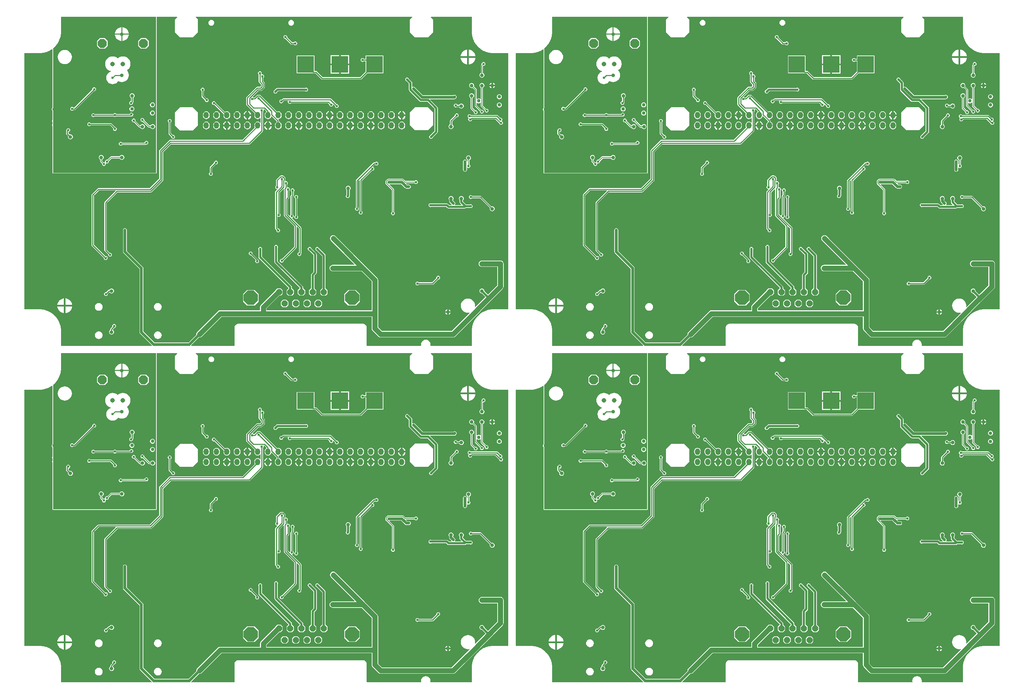
<source format=gbl>
G04*
G04 #@! TF.GenerationSoftware,Altium Limited,Altium Designer,19.0.8 (182)*
G04*
G04 Layer_Physical_Order=2*
G04 Layer_Color=16711680*
%FSLAX25Y25*%
%MOIN*%
G70*
G01*
G75*
%ADD60C,0.02000*%
%ADD61C,0.02500*%
%ADD62C,0.01000*%
%ADD63C,0.05000*%
%ADD65C,0.00800*%
%ADD66C,0.00600*%
%ADD68O,0.05118X0.06299*%
%ADD69P,0.06392X8X202.5*%
%ADD70P,0.14915X8X202.5*%
%ADD71C,0.03347*%
%ADD72P,0.09633X8X22.5*%
%ADD73C,0.04500*%
%ADD74C,0.02400*%
%ADD75C,0.02000*%
%ADD76C,0.03504*%
%ADD77R,0.16000X0.16000*%
G36*
X935846Y656993D02*
X935853Y656936D01*
X935848Y656878D01*
X935886Y655727D01*
X935914Y655555D01*
Y655381D01*
X936214Y653098D01*
X936274Y652875D01*
X936304Y652645D01*
X936901Y650421D01*
X936989Y650207D01*
X937049Y649984D01*
X937930Y647856D01*
X938046Y647656D01*
X938134Y647442D01*
X939286Y645448D01*
X939427Y645264D01*
X939542Y645064D01*
X940944Y643237D01*
X941108Y643074D01*
X941249Y642890D01*
X942877Y641262D01*
X943060Y641121D01*
X943224Y640957D01*
X945051Y639555D01*
X945251Y639440D01*
X945435Y639299D01*
X947429Y638147D01*
X947643Y638059D01*
X947843Y637943D01*
X949971Y637062D01*
X950194Y637002D01*
X950408Y636913D01*
X952632Y636317D01*
X952862Y636287D01*
X953085Y636227D01*
X955368Y635927D01*
X955542D01*
X955714Y635898D01*
X956865Y635861D01*
X956923Y635866D01*
X956981Y635859D01*
X971444D01*
Y386628D01*
X956981D01*
X956923Y386620D01*
X956865Y386626D01*
X955713Y386588D01*
X955542Y386560D01*
X955368D01*
X953085Y386260D01*
X952862Y386200D01*
X952632Y386170D01*
X950408Y385574D01*
X950194Y385485D01*
X949971Y385425D01*
X947843Y384544D01*
X947643Y384428D01*
X947429Y384340D01*
X945435Y383188D01*
X945251Y383047D01*
X945051Y382932D01*
X943224Y381530D01*
X943060Y381366D01*
X942877Y381225D01*
X941249Y379597D01*
X941108Y379414D01*
X940944Y379250D01*
X939542Y377423D01*
X939427Y377223D01*
X939286Y377039D01*
X938134Y375045D01*
X938046Y374831D01*
X937930Y374631D01*
X937049Y372503D01*
X936989Y372280D01*
X936901Y372066D01*
X936304Y369842D01*
X936274Y369612D01*
X936214Y369389D01*
X935914Y367106D01*
Y366932D01*
X935886Y366760D01*
X935848Y365609D01*
X935853Y365551D01*
X935846Y365493D01*
Y351030D01*
X895996Y351025D01*
X895670Y351525D01*
X895802Y352526D01*
X895646Y353711D01*
X895189Y354814D01*
X894461Y355762D01*
X893513Y356489D01*
X892410Y356947D01*
X891225Y357102D01*
X890041Y356947D01*
X888937Y356489D01*
X887990Y355762D01*
X887262Y354814D01*
X886805Y353711D01*
X886649Y352526D01*
X886781Y351524D01*
X886455Y351024D01*
X834157Y351018D01*
X833803Y351371D01*
Y368987D01*
X833683Y369901D01*
X833330Y370752D01*
X832769Y371483D01*
X832038Y372044D01*
X831187Y372397D01*
X830273Y372517D01*
X708773D01*
X707860Y372397D01*
X707008Y372044D01*
X706277Y371483D01*
X705716Y370752D01*
X705363Y369901D01*
X705243Y368987D01*
Y351371D01*
X704889Y351017D01*
X663181Y351021D01*
X662974Y351520D01*
X670867Y359414D01*
X671273Y359360D01*
X672082Y359467D01*
X672836Y359779D01*
X673484Y360276D01*
X692568Y379360D01*
X838646D01*
Y367987D01*
X838646Y367987D01*
X838753Y367178D01*
X839065Y366424D01*
X839562Y365776D01*
X845062Y360276D01*
X845062Y360276D01*
X845710Y359779D01*
X846464Y359467D01*
X847273Y359360D01*
X917696D01*
X917696Y359360D01*
X918101Y359414D01*
X918505Y359467D01*
X919259Y359779D01*
X919907Y360276D01*
X943734Y384103D01*
X943734Y384103D01*
X944231Y384751D01*
X944306Y384932D01*
X965984Y406610D01*
X965984Y406610D01*
X966481Y407258D01*
X966793Y408012D01*
X966900Y408821D01*
Y430987D01*
X966793Y431796D01*
X966481Y432550D01*
X965984Y433198D01*
X965337Y433695D01*
X964582Y434007D01*
X963773Y434114D01*
X945725D01*
X944916Y434007D01*
X944162Y433695D01*
X943515Y433198D01*
X943018Y432550D01*
X942705Y431796D01*
X942599Y430987D01*
X942705Y430178D01*
X943018Y429424D01*
X943515Y428776D01*
X944162Y428279D01*
X944916Y427967D01*
X945725Y427860D01*
X960646D01*
Y410116D01*
X951549Y401018D01*
X948156Y404411D01*
X948171Y404487D01*
X947989Y405405D01*
X947469Y406183D01*
X946691Y406703D01*
X945773Y406885D01*
X944855Y406703D01*
X944077Y406183D01*
X943558Y405405D01*
X943375Y404487D01*
X943558Y403569D01*
X944077Y402791D01*
X944855Y402272D01*
X945773Y402089D01*
X945849Y402104D01*
X949242Y398711D01*
X939432Y388902D01*
X938951Y389117D01*
X939056Y390187D01*
X938924Y391530D01*
X938532Y392821D01*
X937896Y394011D01*
X937040Y395054D01*
X935997Y395910D01*
X934807Y396546D01*
X933516Y396938D01*
X932173Y397070D01*
X930830Y396938D01*
X929539Y396546D01*
X928349Y395910D01*
X927306Y395054D01*
X926450Y394011D01*
X925814Y392821D01*
X925422Y391530D01*
X925290Y390187D01*
X925422Y388844D01*
X925814Y387553D01*
X926450Y386363D01*
X927306Y385320D01*
X928349Y384464D01*
X929539Y383828D01*
X930830Y383436D01*
X932173Y383304D01*
X933516Y383436D01*
X933547Y383445D01*
X933804Y383016D01*
X916401Y365614D01*
X848568D01*
X844900Y369282D01*
Y382487D01*
Y415101D01*
X844793Y415910D01*
X844481Y416664D01*
X843984Y417312D01*
X843984Y417312D01*
X831984Y429312D01*
X805484Y455812D01*
X805484Y455812D01*
X803454Y457842D01*
X802806Y458339D01*
X802052Y458651D01*
X801243Y458758D01*
X800434Y458651D01*
X799680Y458339D01*
X799032Y457842D01*
X798535Y457194D01*
X798223Y456440D01*
X798116Y455631D01*
X798223Y454822D01*
X798535Y454068D01*
X799032Y453420D01*
X801062Y451390D01*
X801062Y451390D01*
X822121Y430331D01*
X821930Y429869D01*
X800716D01*
X799906Y429762D01*
X799152Y429450D01*
X798505Y428953D01*
X798008Y428306D01*
X797695Y427552D01*
X797589Y426742D01*
X797695Y425933D01*
X798008Y425179D01*
X798505Y424531D01*
X799152Y424034D01*
X799906Y423722D01*
X800716Y423616D01*
X828837D01*
X838646Y413806D01*
Y385614D01*
X736400D01*
Y387527D01*
X748807Y399934D01*
X750286D01*
X752062Y401711D01*
Y405263D01*
X750286Y407040D01*
X746733D01*
X744957Y405263D01*
Y404928D01*
X731062Y391033D01*
X730565Y390386D01*
X730253Y389632D01*
X730146Y388822D01*
X730146Y388822D01*
Y385614D01*
X691273D01*
X690464Y385507D01*
X689710Y385195D01*
X689062Y384698D01*
X669062Y364698D01*
X668565Y364050D01*
X668253Y363296D01*
X668146Y362487D01*
X668200Y362081D01*
X660492Y354373D01*
X627555D01*
X616659Y365268D01*
Y426704D01*
X616516Y427426D01*
X616107Y428038D01*
X600678Y443466D01*
Y463685D01*
X600535Y464407D01*
X600126Y465019D01*
X599514Y465428D01*
X598792Y465571D01*
X598070Y465428D01*
X597459Y465019D01*
X597050Y464407D01*
X596906Y463685D01*
Y442685D01*
X597050Y441963D01*
X597459Y441351D01*
X612887Y425923D01*
Y364487D01*
X613030Y363765D01*
X613439Y363153D01*
X625069Y351523D01*
X624862Y351023D01*
X536615Y351030D01*
Y365493D01*
X536607Y365551D01*
X536613Y365609D01*
X536575Y366760D01*
X536547Y366932D01*
Y367106D01*
X536246Y369389D01*
X536187Y369612D01*
X536157Y369842D01*
X535561Y372066D01*
X535472Y372280D01*
X535412Y372503D01*
X534531Y374631D01*
X534415Y374831D01*
X534327Y375045D01*
X533175Y377039D01*
X533034Y377223D01*
X532919Y377423D01*
X531517Y379250D01*
X531353Y379414D01*
X531212Y379597D01*
X529584Y381225D01*
X529400Y381366D01*
X529237Y381530D01*
X527410Y382932D01*
X527210Y383047D01*
X527026Y383188D01*
X525032Y384340D01*
X524818Y384428D01*
X524618Y384544D01*
X522490Y385425D01*
X522267Y385485D01*
X522053Y385574D01*
X519829Y386170D01*
X519599Y386200D01*
X519376Y386260D01*
X517093Y386560D01*
X516919D01*
X516747Y386588D01*
X515596Y386626D01*
X515538Y386620D01*
X515481Y386628D01*
X501017D01*
Y635859D01*
X515481D01*
X515538Y635866D01*
X515596Y635861D01*
X516747Y635898D01*
X516919Y635927D01*
X517093D01*
X519376Y636227D01*
X519599Y636287D01*
X519829Y636317D01*
X522053Y636913D01*
X522267Y637002D01*
X522490Y637062D01*
X524618Y637943D01*
X524818Y638059D01*
X525032Y638147D01*
X527026Y639299D01*
X527210Y639440D01*
X527410Y639555D01*
X527738Y639807D01*
X528186Y639586D01*
Y582726D01*
X528035Y582625D01*
X527637Y582029D01*
X527498Y581327D01*
X527637Y580625D01*
X528035Y580029D01*
X528186Y579928D01*
Y570603D01*
X528137Y570529D01*
X527998Y569827D01*
X528137Y569125D01*
X528186Y569052D01*
Y566603D01*
X528137Y566529D01*
X527998Y565827D01*
X528137Y565125D01*
X528186Y565052D01*
Y519487D01*
X528377Y519028D01*
X528836Y518837D01*
X628836Y518837D01*
X629295Y519028D01*
X629485Y519487D01*
X629485Y588064D01*
Y671457D01*
X649340D01*
X649531Y670995D01*
X647273Y668737D01*
Y656237D01*
X652273Y651237D01*
X664773D01*
X669773Y656237D01*
Y668737D01*
X667515Y670995D01*
X667707Y671457D01*
X877840D01*
X878031Y670995D01*
X875773Y668737D01*
Y656237D01*
X880773Y651237D01*
X893273D01*
X898273Y656237D01*
Y668737D01*
X896015Y670995D01*
X896207Y671457D01*
X935846D01*
Y656993D01*
D02*
G37*
G36*
X458359D02*
X458366Y656936D01*
X458361Y656878D01*
X458398Y655727D01*
X458427Y655555D01*
Y655381D01*
X458727Y653098D01*
X458787Y652875D01*
X458817Y652645D01*
X459413Y650421D01*
X459502Y650207D01*
X459562Y649984D01*
X460443Y647856D01*
X460559Y647656D01*
X460647Y647442D01*
X461799Y645448D01*
X461940Y645264D01*
X462055Y645064D01*
X463457Y643237D01*
X463621Y643074D01*
X463762Y642890D01*
X465390Y641262D01*
X465574Y641121D01*
X465737Y640957D01*
X467564Y639555D01*
X467764Y639440D01*
X467948Y639299D01*
X469942Y638147D01*
X470156Y638059D01*
X470356Y637943D01*
X472484Y637062D01*
X472707Y637002D01*
X472921Y636913D01*
X475145Y636317D01*
X475375Y636287D01*
X475598Y636227D01*
X477881Y635927D01*
X478055D01*
X478227Y635898D01*
X479378Y635861D01*
X479436Y635866D01*
X479494Y635859D01*
X493957D01*
Y386628D01*
X479494D01*
X479436Y386620D01*
X479378Y386626D01*
X478227Y386588D01*
X478055Y386560D01*
X477881D01*
X475598Y386260D01*
X475375Y386200D01*
X475145Y386170D01*
X472921Y385574D01*
X472707Y385485D01*
X472484Y385425D01*
X470356Y384544D01*
X470156Y384428D01*
X469942Y384340D01*
X467948Y383188D01*
X467764Y383047D01*
X467564Y382932D01*
X465737Y381530D01*
X465574Y381366D01*
X465390Y381225D01*
X463762Y379597D01*
X463621Y379414D01*
X463457Y379250D01*
X462055Y377423D01*
X461940Y377223D01*
X461799Y377039D01*
X460647Y375045D01*
X460559Y374831D01*
X460443Y374631D01*
X459562Y372503D01*
X459502Y372280D01*
X459413Y372066D01*
X458817Y369842D01*
X458787Y369612D01*
X458727Y369389D01*
X458427Y367106D01*
Y366932D01*
X458398Y366760D01*
X458361Y365609D01*
X458366Y365551D01*
X458359Y365493D01*
Y351030D01*
X418509Y351025D01*
X418183Y351525D01*
X418315Y352526D01*
X418159Y353711D01*
X417701Y354814D01*
X416974Y355762D01*
X416026Y356489D01*
X414923Y356947D01*
X413738Y357102D01*
X412554Y356947D01*
X411450Y356489D01*
X410503Y355762D01*
X409775Y354814D01*
X409318Y353711D01*
X409162Y352526D01*
X409294Y351524D01*
X408968Y351024D01*
X356670Y351018D01*
X356316Y351371D01*
Y368987D01*
X356196Y369901D01*
X355843Y370752D01*
X355282Y371483D01*
X354551Y372044D01*
X353700Y372397D01*
X352786Y372517D01*
X231286D01*
X230373Y372397D01*
X229521Y372044D01*
X228790Y371483D01*
X228229Y370752D01*
X227876Y369901D01*
X227756Y368987D01*
Y351371D01*
X227402Y351017D01*
X185694Y351021D01*
X185487Y351520D01*
X193380Y359414D01*
X193786Y359360D01*
X194595Y359467D01*
X195350Y359779D01*
X195997Y360276D01*
X215081Y379360D01*
X361159D01*
Y367987D01*
X361159Y367987D01*
X361266Y367178D01*
X361578Y366424D01*
X362075Y365776D01*
X367575Y360276D01*
X367575Y360276D01*
X368223Y359779D01*
X368977Y359467D01*
X369786Y359360D01*
X440209D01*
X440209Y359360D01*
X440614Y359414D01*
X441018Y359467D01*
X441773Y359779D01*
X442420Y360276D01*
X466247Y384103D01*
X466247Y384103D01*
X466744Y384751D01*
X466819Y384932D01*
X488497Y406610D01*
X488497Y406610D01*
X488994Y407258D01*
X489306Y408012D01*
X489413Y408821D01*
Y430987D01*
X489306Y431796D01*
X488994Y432550D01*
X488497Y433198D01*
X487850Y433695D01*
X487095Y434007D01*
X486286Y434114D01*
X468238D01*
X467429Y434007D01*
X466675Y433695D01*
X466027Y433198D01*
X465531Y432550D01*
X465218Y431796D01*
X465112Y430987D01*
X465218Y430178D01*
X465531Y429424D01*
X466027Y428776D01*
X466675Y428279D01*
X467429Y427967D01*
X468238Y427860D01*
X483159D01*
Y410116D01*
X474062Y401018D01*
X470669Y404411D01*
X470684Y404487D01*
X470502Y405405D01*
X469982Y406183D01*
X469204Y406703D01*
X468286Y406885D01*
X467369Y406703D01*
X466590Y406183D01*
X466071Y405405D01*
X465888Y404487D01*
X466071Y403569D01*
X466590Y402791D01*
X467369Y402272D01*
X468286Y402089D01*
X468362Y402104D01*
X471755Y398711D01*
X461945Y388902D01*
X461464Y389117D01*
X461569Y390187D01*
X461437Y391530D01*
X461045Y392821D01*
X460409Y394011D01*
X459553Y395054D01*
X458510Y395910D01*
X457320Y396546D01*
X456029Y396938D01*
X454686Y397070D01*
X453343Y396938D01*
X452052Y396546D01*
X450862Y395910D01*
X449819Y395054D01*
X448963Y394011D01*
X448327Y392821D01*
X447935Y391530D01*
X447803Y390187D01*
X447935Y388844D01*
X448327Y387553D01*
X448963Y386363D01*
X449819Y385320D01*
X450862Y384464D01*
X452052Y383828D01*
X453343Y383436D01*
X454686Y383304D01*
X456029Y383436D01*
X456060Y383445D01*
X456317Y383016D01*
X438914Y365614D01*
X371081D01*
X367413Y369282D01*
Y382487D01*
Y415101D01*
X367306Y415910D01*
X366994Y416664D01*
X366497Y417312D01*
X366497Y417312D01*
X354497Y429312D01*
X327997Y455812D01*
X327997Y455812D01*
X325967Y457842D01*
X325320Y458339D01*
X324565Y458651D01*
X323756Y458758D01*
X322947Y458651D01*
X322193Y458339D01*
X321545Y457842D01*
X321048Y457194D01*
X320736Y456440D01*
X320629Y455631D01*
X320736Y454822D01*
X321048Y454068D01*
X321545Y453420D01*
X323575Y451390D01*
X323575Y451390D01*
X344634Y430331D01*
X344443Y429869D01*
X323229D01*
X322419Y429762D01*
X321665Y429450D01*
X321018Y428953D01*
X320521Y428306D01*
X320208Y427552D01*
X320102Y426742D01*
X320208Y425933D01*
X320521Y425179D01*
X321018Y424531D01*
X321665Y424034D01*
X322419Y423722D01*
X323229Y423616D01*
X351350D01*
X361159Y413806D01*
Y385614D01*
X258913D01*
Y387527D01*
X271320Y399934D01*
X272799D01*
X274575Y401711D01*
Y405263D01*
X272799Y407040D01*
X269246D01*
X267470Y405263D01*
Y404928D01*
X253575Y391033D01*
X253078Y390386D01*
X252766Y389632D01*
X252659Y388822D01*
X252659Y388822D01*
Y385614D01*
X213786D01*
X212977Y385507D01*
X212223Y385195D01*
X211575Y384698D01*
X191575Y364698D01*
X191078Y364050D01*
X190766Y363296D01*
X190659Y362487D01*
X190713Y362081D01*
X183005Y354373D01*
X150067D01*
X139172Y365268D01*
Y426704D01*
X139029Y427426D01*
X138620Y428038D01*
X123192Y443466D01*
Y463685D01*
X123048Y464407D01*
X122639Y465019D01*
X122027Y465428D01*
X121305Y465571D01*
X120583Y465428D01*
X119972Y465019D01*
X119563Y464407D01*
X119419Y463685D01*
Y442685D01*
X119563Y441963D01*
X119972Y441351D01*
X135400Y425923D01*
Y364487D01*
X135544Y363765D01*
X135952Y363153D01*
X147582Y351523D01*
X147375Y351023D01*
X59128Y351030D01*
Y365493D01*
X59121Y365551D01*
X59126Y365609D01*
X59088Y366760D01*
X59060Y366932D01*
Y367106D01*
X58760Y369389D01*
X58700Y369612D01*
X58670Y369842D01*
X58074Y372066D01*
X57985Y372280D01*
X57925Y372503D01*
X57044Y374631D01*
X56928Y374831D01*
X56840Y375045D01*
X55688Y377039D01*
X55547Y377223D01*
X55432Y377423D01*
X54030Y379250D01*
X53866Y379414D01*
X53725Y379597D01*
X52097Y381225D01*
X51913Y381366D01*
X51750Y381530D01*
X49923Y382932D01*
X49723Y383047D01*
X49539Y383188D01*
X47545Y384340D01*
X47331Y384428D01*
X47131Y384544D01*
X45003Y385425D01*
X44780Y385485D01*
X44566Y385574D01*
X42342Y386170D01*
X42112Y386200D01*
X41889Y386260D01*
X39606Y386560D01*
X39432D01*
X39260Y386588D01*
X38109Y386626D01*
X38051Y386620D01*
X37993Y386628D01*
X23530D01*
Y635859D01*
X37993D01*
X38051Y635866D01*
X38109Y635861D01*
X39260Y635898D01*
X39432Y635927D01*
X39606D01*
X41889Y636227D01*
X42112Y636287D01*
X42342Y636317D01*
X44566Y636913D01*
X44780Y637002D01*
X45003Y637062D01*
X47131Y637943D01*
X47331Y638059D01*
X47545Y638147D01*
X49539Y639299D01*
X49723Y639440D01*
X49923Y639555D01*
X50251Y639807D01*
X50699Y639586D01*
Y582726D01*
X50548Y582625D01*
X50151Y582029D01*
X50011Y581327D01*
X50151Y580625D01*
X50548Y580029D01*
X50699Y579928D01*
Y570603D01*
X50651Y570529D01*
X50511Y569827D01*
X50651Y569125D01*
X50699Y569052D01*
Y566603D01*
X50651Y566529D01*
X50511Y565827D01*
X50651Y565125D01*
X50699Y565052D01*
Y519487D01*
X50890Y519028D01*
X51349Y518837D01*
X151349Y518837D01*
X151808Y519028D01*
X151998Y519487D01*
X151998Y588064D01*
Y671457D01*
X171853D01*
X172044Y670995D01*
X169786Y668737D01*
Y656237D01*
X174786Y651237D01*
X187286D01*
X192286Y656237D01*
Y668737D01*
X190028Y670995D01*
X190220Y671457D01*
X400353D01*
X400544Y670995D01*
X398286Y668737D01*
Y656237D01*
X403286Y651237D01*
X415786D01*
X420786Y656237D01*
Y668737D01*
X418528Y670995D01*
X418720Y671457D01*
X458359D01*
Y656993D01*
D02*
G37*
G36*
X628836Y588064D02*
X628836Y519487D01*
X528836Y519487D01*
X528836Y640649D01*
X529237Y640957D01*
X529400Y641121D01*
X529584Y641262D01*
X531212Y642890D01*
X531353Y643074D01*
X531517Y643237D01*
X532919Y645064D01*
X533034Y645264D01*
X533175Y645448D01*
X534327Y647442D01*
X534415Y647656D01*
X534531Y647856D01*
X535412Y649984D01*
X535472Y650207D01*
X535561Y650421D01*
X536157Y652645D01*
X536187Y652875D01*
X536246Y653098D01*
X536547Y655381D01*
Y655555D01*
X536575Y655727D01*
X536613Y656878D01*
X536607Y656936D01*
X536615Y656993D01*
Y671457D01*
X628836D01*
Y588064D01*
D02*
G37*
G36*
X151349D02*
X151349Y519487D01*
X51349Y519487D01*
X51349Y640649D01*
X51750Y640957D01*
X51913Y641121D01*
X52097Y641262D01*
X53725Y642890D01*
X53866Y643074D01*
X54030Y643237D01*
X55432Y645064D01*
X55547Y645264D01*
X55688Y645448D01*
X56840Y647442D01*
X56928Y647656D01*
X57044Y647856D01*
X57925Y649984D01*
X57985Y650207D01*
X58074Y650421D01*
X58670Y652645D01*
X58700Y652875D01*
X58760Y653098D01*
X59060Y655381D01*
Y655555D01*
X59088Y655727D01*
X59126Y656878D01*
X59121Y656936D01*
X59128Y656993D01*
Y671457D01*
X151349D01*
Y588064D01*
D02*
G37*
G36*
X935846Y329506D02*
X935853Y329449D01*
X935848Y329391D01*
X935886Y328240D01*
X935914Y328068D01*
Y327894D01*
X936214Y325611D01*
X936274Y325388D01*
X936304Y325158D01*
X936901Y322934D01*
X936989Y322720D01*
X937049Y322497D01*
X937930Y320369D01*
X938046Y320169D01*
X938134Y319955D01*
X939286Y317961D01*
X939427Y317777D01*
X939542Y317577D01*
X940944Y315750D01*
X941108Y315586D01*
X941249Y315403D01*
X942877Y313775D01*
X943060Y313634D01*
X943224Y313470D01*
X945051Y312068D01*
X945251Y311953D01*
X945435Y311812D01*
X947429Y310660D01*
X947643Y310572D01*
X947843Y310456D01*
X949971Y309575D01*
X950194Y309515D01*
X950408Y309426D01*
X952632Y308830D01*
X952862Y308800D01*
X953085Y308740D01*
X955368Y308440D01*
X955542D01*
X955714Y308412D01*
X956865Y308374D01*
X956923Y308380D01*
X956981Y308372D01*
X971444D01*
Y59141D01*
X956981D01*
X956923Y59133D01*
X956865Y59139D01*
X955713Y59101D01*
X955542Y59073D01*
X955368D01*
X953085Y58773D01*
X952862Y58713D01*
X952632Y58683D01*
X950408Y58087D01*
X950194Y57998D01*
X949971Y57938D01*
X947843Y57057D01*
X947643Y56941D01*
X947429Y56853D01*
X945435Y55701D01*
X945251Y55560D01*
X945051Y55445D01*
X943224Y54043D01*
X943060Y53879D01*
X942877Y53738D01*
X941249Y52110D01*
X941108Y51926D01*
X940944Y51763D01*
X939542Y49936D01*
X939427Y49736D01*
X939286Y49552D01*
X938134Y47558D01*
X938046Y47344D01*
X937930Y47144D01*
X937049Y45016D01*
X936989Y44793D01*
X936901Y44579D01*
X936304Y42355D01*
X936274Y42125D01*
X936214Y41902D01*
X935914Y39619D01*
Y39445D01*
X935886Y39273D01*
X935848Y38122D01*
X935853Y38064D01*
X935846Y38006D01*
Y23543D01*
X895996Y23538D01*
X895670Y24038D01*
X895802Y25039D01*
X895646Y26224D01*
X895189Y27327D01*
X894461Y28275D01*
X893513Y29002D01*
X892410Y29460D01*
X891225Y29616D01*
X890041Y29460D01*
X888937Y29002D01*
X887990Y28275D01*
X887262Y27327D01*
X886805Y26224D01*
X886649Y25039D01*
X886781Y24037D01*
X886455Y23537D01*
X834157Y23531D01*
X833803Y23884D01*
Y41500D01*
X833683Y42414D01*
X833330Y43265D01*
X832769Y43996D01*
X832038Y44557D01*
X831187Y44910D01*
X830273Y45030D01*
X708773D01*
X707860Y44910D01*
X707008Y44557D01*
X706277Y43996D01*
X705716Y43265D01*
X705363Y42414D01*
X705243Y41500D01*
Y23884D01*
X704889Y23530D01*
X663181Y23534D01*
X662974Y24034D01*
X670867Y31927D01*
X671273Y31873D01*
X672082Y31980D01*
X672836Y32292D01*
X673484Y32789D01*
X692568Y51873D01*
X838646D01*
Y40500D01*
X838646Y40500D01*
X838753Y39691D01*
X839065Y38937D01*
X839562Y38289D01*
X845062Y32789D01*
X845062Y32789D01*
X845710Y32292D01*
X846464Y31980D01*
X847273Y31873D01*
X917696D01*
X917696Y31873D01*
X918101Y31927D01*
X918505Y31980D01*
X919259Y32292D01*
X919907Y32789D01*
X943734Y56616D01*
X943734Y56616D01*
X944231Y57264D01*
X944306Y57445D01*
X965984Y79123D01*
X965984Y79123D01*
X966481Y79771D01*
X966793Y80525D01*
X966900Y81334D01*
Y103500D01*
X966793Y104309D01*
X966481Y105063D01*
X965984Y105711D01*
X965337Y106208D01*
X964582Y106520D01*
X963773Y106627D01*
X945725D01*
X944916Y106520D01*
X944162Y106208D01*
X943515Y105711D01*
X943018Y105063D01*
X942705Y104309D01*
X942599Y103500D01*
X942705Y102691D01*
X943018Y101937D01*
X943515Y101289D01*
X944162Y100792D01*
X944916Y100480D01*
X945725Y100373D01*
X960646D01*
Y82629D01*
X951549Y73532D01*
X948156Y76924D01*
X948171Y77000D01*
X947989Y77918D01*
X947469Y78696D01*
X946691Y79216D01*
X945773Y79398D01*
X944855Y79216D01*
X944077Y78696D01*
X943558Y77918D01*
X943375Y77000D01*
X943558Y76082D01*
X944077Y75304D01*
X944855Y74784D01*
X945773Y74602D01*
X945849Y74617D01*
X949242Y71224D01*
X939432Y61415D01*
X938951Y61630D01*
X939056Y62700D01*
X938924Y64043D01*
X938532Y65334D01*
X937896Y66524D01*
X937040Y67567D01*
X935997Y68423D01*
X934807Y69059D01*
X933516Y69451D01*
X932173Y69583D01*
X930830Y69451D01*
X929539Y69059D01*
X928349Y68423D01*
X927306Y67567D01*
X926450Y66524D01*
X925814Y65334D01*
X925422Y64043D01*
X925290Y62700D01*
X925422Y61357D01*
X925814Y60066D01*
X926450Y58876D01*
X927306Y57833D01*
X928349Y56977D01*
X929539Y56341D01*
X930830Y55949D01*
X932173Y55817D01*
X933516Y55949D01*
X933547Y55958D01*
X933804Y55530D01*
X916401Y38127D01*
X848568D01*
X844900Y41795D01*
Y55000D01*
Y87614D01*
X844793Y88423D01*
X844481Y89177D01*
X843984Y89825D01*
X843984Y89825D01*
X831984Y101825D01*
X805484Y128325D01*
X805484Y128325D01*
X803454Y130355D01*
X802806Y130852D01*
X802052Y131164D01*
X801243Y131271D01*
X800434Y131164D01*
X799680Y130852D01*
X799032Y130355D01*
X798535Y129707D01*
X798223Y128953D01*
X798116Y128144D01*
X798223Y127335D01*
X798535Y126581D01*
X799032Y125933D01*
X801062Y123903D01*
X801062Y123903D01*
X822121Y102844D01*
X821930Y102382D01*
X800716D01*
X799906Y102276D01*
X799152Y101963D01*
X798505Y101466D01*
X798008Y100819D01*
X797695Y100065D01*
X797589Y99255D01*
X797695Y98446D01*
X798008Y97692D01*
X798505Y97044D01*
X799152Y96547D01*
X799906Y96235D01*
X800716Y96128D01*
X828837D01*
X838646Y86319D01*
Y58127D01*
X736400D01*
Y60040D01*
X748807Y72447D01*
X750286D01*
X752062Y74224D01*
Y77776D01*
X750286Y79553D01*
X746733D01*
X744957Y77776D01*
Y77441D01*
X731062Y63546D01*
X730565Y62899D01*
X730253Y62145D01*
X730146Y61335D01*
X730146Y61335D01*
Y58127D01*
X691273D01*
X690464Y58020D01*
X689710Y57708D01*
X689062Y57211D01*
X669062Y37211D01*
X668565Y36563D01*
X668253Y35809D01*
X668146Y35000D01*
X668200Y34594D01*
X660492Y26886D01*
X627555D01*
X616659Y37781D01*
Y99217D01*
X616516Y99939D01*
X616107Y100551D01*
X600678Y115979D01*
Y136198D01*
X600535Y136920D01*
X600126Y137532D01*
X599514Y137941D01*
X598792Y138084D01*
X598070Y137941D01*
X597459Y137532D01*
X597050Y136920D01*
X596906Y136198D01*
Y115198D01*
X597050Y114476D01*
X597459Y113864D01*
X612887Y98436D01*
Y37000D01*
X613030Y36278D01*
X613439Y35666D01*
X625069Y24036D01*
X624862Y23536D01*
X536615Y23543D01*
Y38006D01*
X536607Y38064D01*
X536613Y38122D01*
X536575Y39273D01*
X536547Y39445D01*
Y39619D01*
X536246Y41902D01*
X536187Y42125D01*
X536157Y42355D01*
X535561Y44579D01*
X535472Y44793D01*
X535412Y45016D01*
X534531Y47144D01*
X534415Y47344D01*
X534327Y47558D01*
X533175Y49552D01*
X533034Y49736D01*
X532919Y49936D01*
X531517Y51763D01*
X531353Y51926D01*
X531212Y52110D01*
X529584Y53738D01*
X529400Y53879D01*
X529237Y54043D01*
X527410Y55445D01*
X527210Y55560D01*
X527026Y55701D01*
X525032Y56853D01*
X524818Y56941D01*
X524618Y57057D01*
X522490Y57938D01*
X522267Y57998D01*
X522053Y58087D01*
X519829Y58683D01*
X519599Y58713D01*
X519376Y58773D01*
X517093Y59073D01*
X516919D01*
X516747Y59101D01*
X515596Y59139D01*
X515538Y59133D01*
X515481Y59141D01*
X501017D01*
Y308372D01*
X515481D01*
X515538Y308380D01*
X515596Y308374D01*
X516747Y308412D01*
X516919Y308440D01*
X517093D01*
X519376Y308740D01*
X519599Y308800D01*
X519829Y308830D01*
X522053Y309426D01*
X522267Y309515D01*
X522490Y309575D01*
X524618Y310456D01*
X524818Y310572D01*
X525032Y310660D01*
X527026Y311812D01*
X527210Y311953D01*
X527410Y312068D01*
X527738Y312320D01*
X528186Y312099D01*
Y255239D01*
X528035Y255138D01*
X527637Y254542D01*
X527498Y253840D01*
X527637Y253138D01*
X528035Y252542D01*
X528186Y252442D01*
Y243116D01*
X528137Y243042D01*
X527998Y242340D01*
X528137Y241638D01*
X528186Y241565D01*
Y239116D01*
X528137Y239042D01*
X527998Y238340D01*
X528137Y237638D01*
X528186Y237565D01*
Y192000D01*
X528377Y191541D01*
X528836Y191351D01*
X628836Y191350D01*
X629295Y191541D01*
X629485Y192000D01*
X629485Y260577D01*
Y343970D01*
X649340D01*
X649531Y343508D01*
X647273Y341250D01*
Y328750D01*
X652273Y323750D01*
X664773D01*
X669773Y328750D01*
Y341250D01*
X667515Y343508D01*
X667707Y343970D01*
X877840D01*
X878031Y343508D01*
X875773Y341250D01*
Y328750D01*
X880773Y323750D01*
X893273D01*
X898273Y328750D01*
Y341250D01*
X896015Y343508D01*
X896207Y343970D01*
X935846D01*
Y329506D01*
D02*
G37*
G36*
X458359D02*
X458366Y329449D01*
X458361Y329391D01*
X458398Y328240D01*
X458427Y328068D01*
Y327894D01*
X458727Y325611D01*
X458787Y325388D01*
X458817Y325158D01*
X459413Y322934D01*
X459502Y322720D01*
X459562Y322497D01*
X460443Y320369D01*
X460559Y320169D01*
X460647Y319955D01*
X461799Y317961D01*
X461940Y317777D01*
X462055Y317577D01*
X463457Y315750D01*
X463621Y315586D01*
X463762Y315403D01*
X465390Y313775D01*
X465574Y313634D01*
X465737Y313470D01*
X467564Y312068D01*
X467764Y311953D01*
X467948Y311812D01*
X469942Y310660D01*
X470156Y310572D01*
X470356Y310456D01*
X472484Y309575D01*
X472707Y309515D01*
X472921Y309426D01*
X475145Y308830D01*
X475375Y308800D01*
X475598Y308740D01*
X477881Y308440D01*
X478055D01*
X478227Y308412D01*
X479378Y308374D01*
X479436Y308380D01*
X479494Y308372D01*
X493957D01*
Y59141D01*
X479494D01*
X479436Y59133D01*
X479378Y59139D01*
X478227Y59101D01*
X478055Y59073D01*
X477881D01*
X475598Y58773D01*
X475375Y58713D01*
X475145Y58683D01*
X472921Y58087D01*
X472707Y57998D01*
X472484Y57938D01*
X470356Y57057D01*
X470156Y56941D01*
X469942Y56853D01*
X467948Y55701D01*
X467764Y55560D01*
X467564Y55445D01*
X465737Y54043D01*
X465574Y53879D01*
X465390Y53738D01*
X463762Y52110D01*
X463621Y51926D01*
X463457Y51763D01*
X462055Y49936D01*
X461940Y49736D01*
X461799Y49552D01*
X460647Y47558D01*
X460559Y47344D01*
X460443Y47144D01*
X459562Y45016D01*
X459502Y44793D01*
X459413Y44579D01*
X458817Y42355D01*
X458787Y42125D01*
X458727Y41902D01*
X458427Y39619D01*
Y39445D01*
X458398Y39273D01*
X458361Y38122D01*
X458366Y38064D01*
X458359Y38006D01*
Y23543D01*
X418509Y23538D01*
X418183Y24038D01*
X418315Y25039D01*
X418159Y26224D01*
X417701Y27327D01*
X416974Y28275D01*
X416026Y29002D01*
X414923Y29460D01*
X413738Y29616D01*
X412554Y29460D01*
X411450Y29002D01*
X410503Y28275D01*
X409775Y27327D01*
X409318Y26224D01*
X409162Y25039D01*
X409294Y24037D01*
X408968Y23537D01*
X356670Y23531D01*
X356316Y23884D01*
Y41500D01*
X356196Y42414D01*
X355843Y43265D01*
X355282Y43996D01*
X354551Y44557D01*
X353700Y44910D01*
X352786Y45030D01*
X231286D01*
X230373Y44910D01*
X229521Y44557D01*
X228790Y43996D01*
X228229Y43265D01*
X227876Y42414D01*
X227756Y41500D01*
Y23884D01*
X227402Y23530D01*
X185694Y23534D01*
X185487Y24034D01*
X193380Y31927D01*
X193786Y31873D01*
X194595Y31980D01*
X195350Y32292D01*
X195997Y32789D01*
X215081Y51873D01*
X361159D01*
Y40500D01*
X361159Y40500D01*
X361266Y39691D01*
X361578Y38937D01*
X362075Y38289D01*
X367575Y32789D01*
X367575Y32789D01*
X368223Y32292D01*
X368977Y31980D01*
X369786Y31873D01*
X440209D01*
X440209Y31873D01*
X440614Y31927D01*
X441018Y31980D01*
X441773Y32292D01*
X442420Y32789D01*
X466247Y56616D01*
X466247Y56616D01*
X466744Y57264D01*
X466819Y57445D01*
X488497Y79123D01*
X488497Y79123D01*
X488994Y79771D01*
X489306Y80525D01*
X489413Y81334D01*
Y103500D01*
X489306Y104309D01*
X488994Y105063D01*
X488497Y105711D01*
X487850Y106208D01*
X487095Y106520D01*
X486286Y106627D01*
X468238D01*
X467429Y106520D01*
X466675Y106208D01*
X466027Y105711D01*
X465531Y105063D01*
X465218Y104309D01*
X465112Y103500D01*
X465218Y102691D01*
X465531Y101937D01*
X466027Y101289D01*
X466675Y100792D01*
X467429Y100480D01*
X468238Y100373D01*
X483159D01*
Y82629D01*
X474062Y73532D01*
X470669Y76924D01*
X470684Y77000D01*
X470502Y77918D01*
X469982Y78696D01*
X469204Y79216D01*
X468286Y79398D01*
X467369Y79216D01*
X466590Y78696D01*
X466071Y77918D01*
X465888Y77000D01*
X466071Y76082D01*
X466590Y75304D01*
X467369Y74784D01*
X468286Y74602D01*
X468362Y74617D01*
X471755Y71224D01*
X461945Y61415D01*
X461464Y61630D01*
X461569Y62700D01*
X461437Y64043D01*
X461045Y65334D01*
X460409Y66524D01*
X459553Y67567D01*
X458510Y68423D01*
X457320Y69059D01*
X456029Y69451D01*
X454686Y69583D01*
X453343Y69451D01*
X452052Y69059D01*
X450862Y68423D01*
X449819Y67567D01*
X448963Y66524D01*
X448327Y65334D01*
X447935Y64043D01*
X447803Y62700D01*
X447935Y61357D01*
X448327Y60066D01*
X448963Y58876D01*
X449819Y57833D01*
X450862Y56977D01*
X452052Y56341D01*
X453343Y55949D01*
X454686Y55817D01*
X456029Y55949D01*
X456060Y55958D01*
X456317Y55530D01*
X438914Y38127D01*
X371081D01*
X367413Y41795D01*
Y55000D01*
Y87614D01*
X367306Y88423D01*
X366994Y89177D01*
X366497Y89825D01*
X366497Y89825D01*
X354497Y101825D01*
X327997Y128325D01*
X327997Y128325D01*
X325967Y130355D01*
X325320Y130852D01*
X324565Y131164D01*
X323756Y131271D01*
X322947Y131164D01*
X322193Y130852D01*
X321545Y130355D01*
X321048Y129707D01*
X320736Y128953D01*
X320629Y128144D01*
X320736Y127335D01*
X321048Y126581D01*
X321545Y125933D01*
X323575Y123903D01*
X323575Y123903D01*
X344634Y102844D01*
X344443Y102382D01*
X323229D01*
X322419Y102276D01*
X321665Y101963D01*
X321018Y101466D01*
X320521Y100819D01*
X320208Y100065D01*
X320102Y99255D01*
X320208Y98446D01*
X320521Y97692D01*
X321018Y97044D01*
X321665Y96547D01*
X322419Y96235D01*
X323229Y96128D01*
X351350D01*
X361159Y86319D01*
Y58127D01*
X258913D01*
Y60040D01*
X271320Y72447D01*
X272799D01*
X274575Y74224D01*
Y77776D01*
X272799Y79553D01*
X269246D01*
X267470Y77776D01*
Y77441D01*
X253575Y63546D01*
X253078Y62899D01*
X252766Y62145D01*
X252659Y61335D01*
X252659Y61335D01*
Y58127D01*
X213786D01*
X212977Y58020D01*
X212223Y57708D01*
X211575Y57211D01*
X191575Y37211D01*
X191078Y36563D01*
X190766Y35809D01*
X190659Y35000D01*
X190713Y34594D01*
X183005Y26886D01*
X150067D01*
X139172Y37781D01*
Y99217D01*
X139029Y99939D01*
X138620Y100551D01*
X123192Y115979D01*
Y136198D01*
X123048Y136920D01*
X122639Y137532D01*
X122027Y137941D01*
X121305Y138084D01*
X120583Y137941D01*
X119972Y137532D01*
X119563Y136920D01*
X119419Y136198D01*
Y115198D01*
X119563Y114476D01*
X119972Y113864D01*
X135400Y98436D01*
Y37000D01*
X135544Y36278D01*
X135952Y35666D01*
X147582Y24036D01*
X147375Y23536D01*
X59128Y23543D01*
Y38006D01*
X59121Y38064D01*
X59126Y38122D01*
X59088Y39273D01*
X59060Y39445D01*
Y39619D01*
X58760Y41902D01*
X58700Y42125D01*
X58670Y42355D01*
X58074Y44579D01*
X57985Y44793D01*
X57925Y45016D01*
X57044Y47144D01*
X56928Y47344D01*
X56840Y47558D01*
X55688Y49552D01*
X55547Y49736D01*
X55432Y49936D01*
X54030Y51763D01*
X53866Y51926D01*
X53725Y52110D01*
X52097Y53738D01*
X51913Y53879D01*
X51750Y54043D01*
X49923Y55445D01*
X49723Y55560D01*
X49539Y55701D01*
X47545Y56853D01*
X47331Y56941D01*
X47131Y57057D01*
X45003Y57938D01*
X44780Y57998D01*
X44566Y58087D01*
X42342Y58683D01*
X42112Y58713D01*
X41889Y58773D01*
X39606Y59073D01*
X39432D01*
X39260Y59101D01*
X38109Y59139D01*
X38051Y59133D01*
X37993Y59141D01*
X23530D01*
Y308372D01*
X37993D01*
X38051Y308380D01*
X38109Y308374D01*
X39260Y308412D01*
X39432Y308440D01*
X39606D01*
X41889Y308740D01*
X42112Y308800D01*
X42342Y308830D01*
X44566Y309426D01*
X44780Y309515D01*
X45003Y309575D01*
X47131Y310456D01*
X47331Y310572D01*
X47545Y310660D01*
X49539Y311812D01*
X49723Y311953D01*
X49923Y312068D01*
X50251Y312320D01*
X50699Y312099D01*
Y255239D01*
X50548Y255138D01*
X50151Y254542D01*
X50011Y253840D01*
X50151Y253138D01*
X50548Y252542D01*
X50699Y252442D01*
Y243116D01*
X50651Y243042D01*
X50511Y242340D01*
X50651Y241638D01*
X50699Y241565D01*
Y239116D01*
X50651Y239042D01*
X50511Y238340D01*
X50651Y237638D01*
X50699Y237565D01*
Y192000D01*
X50890Y191541D01*
X51349Y191351D01*
X151349Y191350D01*
X151808Y191541D01*
X151998Y192000D01*
X151998Y260577D01*
Y343970D01*
X171853D01*
X172044Y343508D01*
X169786Y341250D01*
Y328750D01*
X174786Y323750D01*
X187286D01*
X192286Y328750D01*
Y341250D01*
X190028Y343508D01*
X190220Y343970D01*
X400353D01*
X400544Y343508D01*
X398286Y341250D01*
Y328750D01*
X403286Y323750D01*
X415786D01*
X420786Y328750D01*
Y341250D01*
X418528Y343508D01*
X418720Y343970D01*
X458359D01*
Y329506D01*
D02*
G37*
G36*
X628836Y260577D02*
X628836Y192000D01*
X528836Y192000D01*
X528836Y313162D01*
X529237Y313470D01*
X529400Y313634D01*
X529584Y313775D01*
X531212Y315403D01*
X531353Y315586D01*
X531517Y315750D01*
X532919Y317577D01*
X533034Y317777D01*
X533175Y317961D01*
X534327Y319955D01*
X534415Y320169D01*
X534531Y320369D01*
X535412Y322497D01*
X535472Y322720D01*
X535561Y322934D01*
X536157Y325158D01*
X536187Y325388D01*
X536246Y325611D01*
X536547Y327894D01*
Y328068D01*
X536575Y328240D01*
X536613Y329391D01*
X536607Y329449D01*
X536615Y329506D01*
Y343970D01*
X628836D01*
Y260577D01*
D02*
G37*
G36*
X151349D02*
X151349Y192000D01*
X51349Y192000D01*
X51349Y313162D01*
X51750Y313470D01*
X51913Y313634D01*
X52097Y313775D01*
X53725Y315403D01*
X53866Y315586D01*
X54030Y315750D01*
X55432Y317577D01*
X55547Y317777D01*
X55688Y317961D01*
X56840Y319955D01*
X56928Y320169D01*
X57044Y320369D01*
X57925Y322497D01*
X57985Y322720D01*
X58074Y322934D01*
X58670Y325158D01*
X58700Y325388D01*
X58760Y325611D01*
X59060Y327894D01*
Y328068D01*
X59088Y328240D01*
X59126Y329391D01*
X59121Y329449D01*
X59128Y329506D01*
Y343970D01*
X151349D01*
Y260577D01*
D02*
G37*
%LPC*%
G36*
X760316Y668292D02*
X759594Y668197D01*
X758922Y667918D01*
X758344Y667475D01*
X757901Y666897D01*
X757622Y666225D01*
X757527Y665503D01*
X757622Y664781D01*
X757901Y664108D01*
X758344Y663530D01*
X758922Y663087D01*
X759594Y662809D01*
X760316Y662713D01*
X761038Y662809D01*
X761711Y663087D01*
X762289Y663530D01*
X762732Y664108D01*
X763011Y664781D01*
X763106Y665503D01*
X763011Y666225D01*
X762732Y666897D01*
X762289Y667475D01*
X761711Y667918D01*
X761038Y668197D01*
X760316Y668292D01*
D02*
G37*
G36*
X682757D02*
X682035Y668197D01*
X681363Y667918D01*
X680785Y667475D01*
X680342Y666897D01*
X680063Y666225D01*
X679968Y665503D01*
X680063Y664781D01*
X680342Y664108D01*
X680785Y663530D01*
X681363Y663087D01*
X682035Y662809D01*
X682757Y662713D01*
X683479Y662809D01*
X684152Y663087D01*
X684730Y663530D01*
X685173Y664108D01*
X685452Y664781D01*
X685547Y665503D01*
X685452Y666225D01*
X685173Y666897D01*
X684730Y667475D01*
X684152Y667918D01*
X683479Y668197D01*
X682757Y668292D01*
D02*
G37*
G36*
X754701Y653396D02*
X753998Y653257D01*
X753403Y652859D01*
X753005Y652263D01*
X752865Y651561D01*
X753005Y650859D01*
X753403Y650263D01*
X753998Y649865D01*
X754701Y649726D01*
X754908Y649767D01*
X759981Y644694D01*
X759981Y644694D01*
X760345Y644451D01*
X760775Y644365D01*
X760775Y644365D01*
X762962D01*
X763080Y644189D01*
X763675Y643791D01*
X764377Y643652D01*
X765080Y643791D01*
X765675Y644189D01*
X766073Y644785D01*
X766213Y645487D01*
X766073Y646189D01*
X765675Y646785D01*
X765080Y647183D01*
X764377Y647322D01*
X763675Y647183D01*
X763080Y646785D01*
X762962Y646608D01*
X761239D01*
X756494Y651353D01*
X756536Y651561D01*
X756396Y652263D01*
X755998Y652859D01*
X755403Y653257D01*
X754701Y653396D01*
D02*
G37*
G36*
X933073Y639393D02*
Y632987D01*
X939479D01*
X939418Y633608D01*
X939004Y634975D01*
X938330Y636234D01*
X937424Y637338D01*
X936320Y638244D01*
X935061Y638917D01*
X933694Y639332D01*
X933073Y639393D01*
D02*
G37*
G36*
X931473D02*
X930852Y639332D01*
X929485Y638917D01*
X928226Y638244D01*
X927122Y637338D01*
X926216Y636234D01*
X925543Y634975D01*
X925128Y633608D01*
X925067Y632987D01*
X931473D01*
Y639393D01*
D02*
G37*
G36*
X849873Y633587D02*
X832673D01*
Y630380D01*
X831189D01*
X831071Y630556D01*
X830476Y630954D01*
X829773Y631094D01*
X829071Y630954D01*
X828475Y630556D01*
X828078Y629960D01*
X827938Y629258D01*
X828078Y628556D01*
X828475Y627960D01*
X829071Y627563D01*
X829773Y627423D01*
X830476Y627563D01*
X831071Y627960D01*
X831189Y628137D01*
X832673D01*
Y617973D01*
X827309Y612608D01*
X790831D01*
X785159Y618280D01*
X784796Y618523D01*
X784366Y618609D01*
X784366Y618609D01*
X782873D01*
Y633587D01*
X765673D01*
Y616387D01*
X781665D01*
X781773Y616365D01*
X783902D01*
X789573Y610694D01*
X789573Y610694D01*
X789937Y610451D01*
X790366Y610365D01*
X790366Y610365D01*
X827773D01*
X827773Y610365D01*
X828202Y610451D01*
X828566Y610694D01*
X834259Y616387D01*
X849873D01*
Y633587D01*
D02*
G37*
G36*
X816773Y633987D02*
X808573D01*
Y625787D01*
X816773D01*
Y633987D01*
D02*
G37*
G36*
X806973D02*
X798773D01*
Y625787D01*
X806973D01*
Y633987D01*
D02*
G37*
G36*
X939479Y631387D02*
X933073D01*
Y624981D01*
X933694Y625042D01*
X935061Y625456D01*
X936320Y626130D01*
X937424Y627036D01*
X938330Y628140D01*
X939004Y629399D01*
X939418Y630766D01*
X939479Y631387D01*
D02*
G37*
G36*
X931473D02*
X925067D01*
X925128Y630766D01*
X925543Y629399D01*
X926216Y628140D01*
X927122Y627036D01*
X928226Y626130D01*
X929485Y625456D01*
X930852Y625042D01*
X931473Y624981D01*
Y631387D01*
D02*
G37*
G36*
X947273Y627322D02*
X946571Y627182D01*
X945975Y626785D01*
X945578Y626189D01*
X945438Y625487D01*
X945527Y625039D01*
X945124Y624636D01*
X944925Y624338D01*
X944855Y623987D01*
Y616703D01*
X944855Y616703D01*
X944077Y616183D01*
X943558Y615405D01*
X943375Y614487D01*
X943558Y613569D01*
X944077Y612791D01*
X944855Y612271D01*
X945773Y612089D01*
X946691Y612271D01*
X947469Y612791D01*
X947989Y613569D01*
X948171Y614487D01*
X947989Y615405D01*
X947469Y616183D01*
X946691Y616703D01*
X946691Y616703D01*
Y623275D01*
X947163Y623674D01*
X947273Y623652D01*
X947976Y623791D01*
X948571Y624189D01*
X948969Y624785D01*
X949108Y625487D01*
X948969Y626189D01*
X948571Y626785D01*
X947976Y627182D01*
X947273Y627322D01*
D02*
G37*
G36*
X816773Y624187D02*
X808573D01*
Y615987D01*
X816773D01*
Y624187D01*
D02*
G37*
G36*
X806973D02*
X798773D01*
Y615987D01*
X806973D01*
Y624187D01*
D02*
G37*
G36*
X956573Y607134D02*
Y605287D01*
X958420D01*
X958177Y605875D01*
X957736Y606450D01*
X957161Y606891D01*
X956573Y607134D01*
D02*
G37*
G36*
X954973D02*
X954385Y606891D01*
X953810Y606450D01*
X953369Y605875D01*
X953126Y605287D01*
X954973D01*
Y607134D01*
D02*
G37*
G36*
X958420Y603687D02*
X956573D01*
Y601840D01*
X957161Y602083D01*
X957736Y602524D01*
X958177Y603099D01*
X958420Y603687D01*
D02*
G37*
G36*
X954973D02*
X953126D01*
X953369Y603099D01*
X953810Y602524D01*
X954385Y602083D01*
X954973Y601840D01*
Y603687D01*
D02*
G37*
G36*
X729891Y618322D02*
X729189Y618183D01*
X728593Y617785D01*
X728195Y617189D01*
X728056Y616487D01*
X728195Y615785D01*
X728593Y615189D01*
X728769Y615071D01*
Y608282D01*
X728769Y608282D01*
X728855Y607853D01*
X729098Y607489D01*
X730952Y605635D01*
Y603938D01*
X730261Y603247D01*
X727397D01*
X726967Y603162D01*
X726604Y602919D01*
X726604Y602919D01*
X716980Y593295D01*
X716737Y592932D01*
X716652Y592502D01*
X716652Y592502D01*
Y586109D01*
X716652Y586109D01*
X716737Y585680D01*
X716980Y585316D01*
X724891Y577405D01*
X724695Y576934D01*
X724587Y576109D01*
Y574928D01*
X724695Y574103D01*
X725014Y573335D01*
X725520Y572675D01*
X726180Y572168D01*
X726948Y571850D01*
X727773Y571742D01*
X728598Y571850D01*
X729366Y572168D01*
X730026Y572675D01*
X730152Y572838D01*
X730652Y572669D01*
Y568368D01*
X730152Y568199D01*
X730026Y568362D01*
X729366Y568868D01*
X728598Y569187D01*
X727773Y569295D01*
X726948Y569187D01*
X726180Y568868D01*
X725520Y568362D01*
X725014Y567702D01*
X724695Y566934D01*
X724587Y566109D01*
Y564928D01*
X724695Y564103D01*
X724891Y563632D01*
X712868Y551609D01*
X642773D01*
X642773Y551609D01*
X642344Y551523D01*
X641980Y551280D01*
X632380Y541680D01*
X632137Y541316D01*
X632052Y540887D01*
X632052Y540887D01*
Y513851D01*
X622809Y504608D01*
X573021D01*
X573021Y504608D01*
X572591Y504523D01*
X572227Y504280D01*
X572227Y504280D01*
X566680Y498733D01*
X566437Y498369D01*
X566352Y497940D01*
X566352Y497940D01*
Y449118D01*
X566352Y449118D01*
X566437Y448689D01*
X566680Y448325D01*
X578305Y436700D01*
X578264Y436492D01*
X578404Y435790D01*
X578801Y435194D01*
X579397Y434796D01*
X580099Y434657D01*
X580802Y434796D01*
X581397Y435194D01*
X581795Y435790D01*
X581934Y436492D01*
X581877Y436779D01*
X581928Y436856D01*
X582014Y437285D01*
X581928Y437714D01*
X581685Y438078D01*
X581321Y438321D01*
X580892Y438407D01*
X580463Y438321D01*
X580387Y438270D01*
X580099Y438327D01*
X579891Y438286D01*
X568595Y449583D01*
Y497475D01*
X573485Y502365D01*
X589614D01*
X589806Y501903D01*
X579078Y491175D01*
X578835Y490811D01*
X578749Y490382D01*
X578749Y490382D01*
Y444107D01*
X578749Y444107D01*
X578835Y443677D01*
X579078Y443314D01*
X582498Y439893D01*
X582457Y439685D01*
X582597Y438983D01*
X582995Y438387D01*
X583590Y437990D01*
X584292Y437850D01*
X584995Y437990D01*
X585590Y438387D01*
X585988Y438983D01*
X586128Y439685D01*
X585988Y440387D01*
X585590Y440983D01*
X584995Y441381D01*
X584292Y441520D01*
X584085Y441479D01*
X580992Y444571D01*
Y489918D01*
X591562Y500487D01*
X623895D01*
X623895Y500487D01*
X624324Y500572D01*
X624688Y500815D01*
X635566Y511694D01*
X635566Y511694D01*
X635809Y512058D01*
X635895Y512487D01*
X635895Y512487D01*
Y539522D01*
X643506Y547133D01*
X719619D01*
X719619Y547133D01*
X720048Y547219D01*
X720412Y547462D01*
X732566Y559616D01*
X732566Y559616D01*
X732809Y559980D01*
X732895Y560409D01*
Y579072D01*
X733071Y579189D01*
X733469Y579785D01*
X733608Y580487D01*
X733498Y581039D01*
X733801Y581506D01*
X734133Y581541D01*
X736304Y579370D01*
X736229Y578993D01*
X736134Y578833D01*
X735520Y578362D01*
X735014Y577702D01*
X734695Y576934D01*
X734587Y576109D01*
Y574928D01*
X734695Y574103D01*
X735014Y573335D01*
X735520Y572675D01*
X736180Y572168D01*
X736948Y571850D01*
X737773Y571742D01*
X738598Y571850D01*
X739366Y572168D01*
X740026Y572675D01*
X740533Y573335D01*
X740851Y574103D01*
X740883Y574350D01*
X741411Y574529D01*
X746237Y569703D01*
Y568892D01*
X746180Y568868D01*
X745520Y568362D01*
X745014Y567702D01*
X744695Y566934D01*
X744587Y566109D01*
Y564928D01*
X744695Y564103D01*
X745014Y563335D01*
X745520Y562675D01*
X746180Y562169D01*
X746948Y561850D01*
X747773Y561742D01*
X748598Y561850D01*
X749366Y562169D01*
X750026Y562675D01*
X750533Y563335D01*
X750851Y564103D01*
X750959Y564928D01*
Y566109D01*
X750851Y566934D01*
X750533Y567702D01*
X750026Y568362D01*
X749366Y568868D01*
X748598Y569187D01*
X748480Y569202D01*
Y570168D01*
X748480Y570168D01*
X748394Y570597D01*
X748151Y570961D01*
X748151Y570961D01*
X747863Y571249D01*
X748042Y571777D01*
X748598Y571850D01*
X749366Y572168D01*
X750026Y572675D01*
X750533Y573335D01*
X750851Y574103D01*
X750959Y574928D01*
Y576109D01*
X750851Y576934D01*
X750533Y577702D01*
X750026Y578362D01*
X749366Y578868D01*
X748598Y579187D01*
X747773Y579295D01*
X746948Y579187D01*
X746625Y579053D01*
X730519Y595159D01*
X730155Y595402D01*
X729726Y595487D01*
X729726Y595487D01*
X727706D01*
X727706Y595487D01*
X727277Y595402D01*
X726913Y595159D01*
X726913Y595159D01*
X724509Y592755D01*
X723591D01*
X723571Y592785D01*
X722996Y593169D01*
X722930Y593227D01*
X722821Y593701D01*
X728485Y599365D01*
X731350D01*
X731350Y599365D01*
X731779Y599451D01*
X732143Y599694D01*
X734466Y602017D01*
X734466Y602017D01*
X734709Y602381D01*
X734795Y602810D01*
Y606763D01*
X734795Y606763D01*
X734709Y607192D01*
X734466Y607556D01*
X734466Y607556D01*
X733395Y608627D01*
Y612072D01*
X733571Y612189D01*
X733969Y612785D01*
X734108Y613487D01*
X733969Y614189D01*
X733571Y614785D01*
X732975Y615182D01*
X732273Y615322D01*
X731818Y615232D01*
X731518Y615682D01*
X731586Y615785D01*
X731726Y616487D01*
X731586Y617189D01*
X731189Y617785D01*
X730593Y618183D01*
X729891Y618322D01*
D02*
G37*
G36*
X774883Y602322D02*
X774180Y602182D01*
X774084Y602118D01*
X747014D01*
X746389Y601994D01*
X745860Y601641D01*
X744425Y600205D01*
X744311Y600182D01*
X743716Y599785D01*
X743318Y599189D01*
X743179Y598487D01*
X743318Y597785D01*
X743716Y597189D01*
X744311Y596791D01*
X745014Y596652D01*
X745716Y596791D01*
X746311Y597189D01*
X746709Y597785D01*
X746732Y597898D01*
X747689Y598856D01*
X774084D01*
X774180Y598791D01*
X774883Y598652D01*
X775585Y598791D01*
X776180Y599189D01*
X776578Y599785D01*
X776718Y600487D01*
X776578Y601189D01*
X776180Y601785D01*
X775585Y602182D01*
X774883Y602322D01*
D02*
G37*
G36*
X945773Y606885D02*
X944855Y606703D01*
X944077Y606183D01*
X943558Y605405D01*
X943375Y604487D01*
X943558Y603569D01*
X944077Y602791D01*
X944754Y602340D01*
Y591523D01*
X944254Y591349D01*
X943579Y591800D01*
X942653Y591984D01*
X941728Y591800D01*
X941191Y591441D01*
X940691Y591708D01*
Y600487D01*
X940621Y600838D01*
X940422Y601136D01*
X937989Y603569D01*
X937989Y603569D01*
X938171Y604487D01*
X937989Y605405D01*
X937469Y606183D01*
X936691Y606703D01*
X935773Y606885D01*
X934855Y606703D01*
X934077Y606183D01*
X933558Y605405D01*
X933375Y604487D01*
X933558Y603569D01*
X934077Y602791D01*
X934855Y602272D01*
X935773Y602089D01*
X936691Y602272D01*
X936691Y602272D01*
X938855Y600107D01*
Y584987D01*
X938925Y584636D01*
X939124Y584338D01*
X944027Y579435D01*
X943938Y578987D01*
X944078Y578285D01*
X944475Y577689D01*
X945071Y577291D01*
X945773Y577152D01*
X946476Y577291D01*
X947071Y577689D01*
X947469Y578285D01*
X947608Y578987D01*
X947469Y579689D01*
X947071Y580285D01*
X946476Y580683D01*
X945773Y580822D01*
X945325Y580733D01*
X940691Y585367D01*
Y587423D01*
X941191Y587691D01*
X941728Y587332D01*
X942653Y587148D01*
X943579Y587332D01*
X944254Y587782D01*
X944754Y587608D01*
Y584487D01*
X944831Y584097D01*
X945052Y583766D01*
X948503Y580315D01*
X948438Y579987D01*
X948578Y579285D01*
X948975Y578689D01*
X949571Y578291D01*
X950273Y578152D01*
X950976Y578291D01*
X951571Y578689D01*
X951969Y579285D01*
X952108Y579987D01*
X951969Y580689D01*
X951571Y581285D01*
X950976Y581682D01*
X950273Y581822D01*
X949945Y581757D01*
X946793Y584909D01*
Y602340D01*
X947469Y602791D01*
X947989Y603569D01*
X948171Y604487D01*
X947989Y605405D01*
X947469Y606183D01*
X946691Y606703D01*
X945773Y606885D01*
D02*
G37*
G36*
X962654Y595984D02*
X961728Y595800D01*
X960944Y595276D01*
X960419Y594491D01*
X960235Y593566D01*
X960419Y592640D01*
X960944Y591856D01*
X961728Y591332D01*
X962654Y591148D01*
X963579Y591332D01*
X964363Y591856D01*
X964888Y592640D01*
X965072Y593566D01*
X964888Y594491D01*
X964363Y595276D01*
X963579Y595800D01*
X962654Y595984D01*
D02*
G37*
G36*
X798476Y591909D02*
X798476Y591909D01*
X752792D01*
X752362Y591823D01*
X751999Y591580D01*
X751998Y591580D01*
X751163Y590745D01*
X750773Y590822D01*
X750071Y590683D01*
X749475Y590285D01*
X749078Y589689D01*
X748938Y588987D01*
X749078Y588285D01*
X749475Y587689D01*
X750071Y587291D01*
X750773Y587152D01*
X751475Y587291D01*
X752071Y587689D01*
X752469Y588285D01*
X752608Y588987D01*
X752603Y589013D01*
X753256Y589665D01*
X756972D01*
X757230Y589254D01*
X757224Y589165D01*
X757090Y588487D01*
X757229Y587785D01*
X757627Y587189D01*
X758222Y586791D01*
X758925Y586652D01*
X759627Y586791D01*
X760222Y587189D01*
X760340Y587365D01*
X796001D01*
X797479Y585888D01*
X797438Y585680D01*
X797578Y584977D01*
X797975Y584382D01*
X798571Y583984D01*
X799273Y583845D01*
X799975Y583984D01*
X800571Y584382D01*
X800969Y584977D01*
X801108Y585680D01*
X801063Y585906D01*
X801524Y586153D01*
X802982Y584695D01*
X802941Y584487D01*
X803080Y583785D01*
X803478Y583189D01*
X804074Y582791D01*
X804776Y582652D01*
X805478Y582791D01*
X806074Y583189D01*
X806471Y583785D01*
X806611Y584487D01*
X806471Y585189D01*
X806074Y585785D01*
X805478Y586182D01*
X804776Y586322D01*
X804568Y586281D01*
X799269Y591580D01*
X798905Y591823D01*
X798476Y591909D01*
D02*
G37*
G36*
X674273Y602322D02*
X673571Y602182D01*
X672975Y601785D01*
X672578Y601189D01*
X672438Y600487D01*
X672578Y599785D01*
X672975Y599189D01*
X673152Y599072D01*
Y594178D01*
X673152Y594177D01*
X673237Y593748D01*
X673480Y593385D01*
X676479Y590385D01*
X676438Y590177D01*
X676578Y589475D01*
X676975Y588880D01*
X677571Y588482D01*
X678273Y588342D01*
X678975Y588482D01*
X679571Y588880D01*
X679969Y589475D01*
X680108Y590177D01*
X679969Y590880D01*
X679571Y591475D01*
X678975Y591873D01*
X678273Y592013D01*
X678065Y591971D01*
X675395Y594642D01*
Y599072D01*
X675571Y599189D01*
X675969Y599785D01*
X676108Y600487D01*
X675969Y601189D01*
X675571Y601785D01*
X674975Y602182D01*
X674273Y602322D01*
D02*
G37*
G36*
X925773Y586885D02*
X924856Y586702D01*
X924078Y586183D01*
X923694Y585608D01*
X921985D01*
X921969Y585689D01*
X921571Y586285D01*
X920975Y586683D01*
X920273Y586822D01*
X919571Y586683D01*
X918975Y586285D01*
X918578Y585689D01*
X918438Y584987D01*
X918578Y584285D01*
X918975Y583689D01*
X919571Y583291D01*
X920273Y583152D01*
X920975Y583291D01*
X921086Y583365D01*
X923694D01*
X924078Y582791D01*
X924856Y582271D01*
X925773Y582089D01*
X926691Y582271D01*
X927469Y582791D01*
X927989Y583569D01*
X928171Y584487D01*
X927989Y585405D01*
X927469Y586183D01*
X926691Y586702D01*
X925773Y586885D01*
D02*
G37*
G36*
X962654Y587984D02*
X961728Y587800D01*
X960944Y587276D01*
X960419Y586491D01*
X960235Y585566D01*
X960419Y584640D01*
X960944Y583856D01*
X961728Y583332D01*
X962654Y583148D01*
X963579Y583332D01*
X964363Y583856D01*
X964888Y584640D01*
X965072Y585566D01*
X964888Y586491D01*
X964363Y587276D01*
X963579Y587800D01*
X962654Y587984D01*
D02*
G37*
G36*
X935773Y596885D02*
X934855Y596702D01*
X934077Y596183D01*
X933558Y595405D01*
X933375Y594487D01*
X933558Y593569D01*
X934077Y592791D01*
X934754Y592340D01*
Y582487D01*
X934831Y582097D01*
X935052Y581766D01*
X938003Y578815D01*
X937938Y578487D01*
X938078Y577785D01*
X938475Y577189D01*
X939071Y576791D01*
X939773Y576652D01*
X940475Y576791D01*
X941071Y577189D01*
X941469Y577785D01*
X941608Y578487D01*
X941469Y579189D01*
X941071Y579785D01*
X940475Y580183D01*
X939773Y580322D01*
X939445Y580257D01*
X936793Y582909D01*
Y592340D01*
X937469Y592791D01*
X937989Y593569D01*
X938171Y594487D01*
X937989Y595405D01*
X937469Y596183D01*
X936691Y596702D01*
X935773Y596885D01*
D02*
G37*
G36*
X868573Y579594D02*
Y576319D01*
X871335D01*
X871241Y577038D01*
X870882Y577904D01*
X870312Y578647D01*
X869568Y579218D01*
X868702Y579576D01*
X868573Y579594D01*
D02*
G37*
G36*
X718573D02*
Y576319D01*
X721335D01*
X721241Y577038D01*
X720882Y577904D01*
X720311Y578647D01*
X719568Y579218D01*
X718702Y579576D01*
X718573Y579594D01*
D02*
G37*
G36*
X798573D02*
Y576319D01*
X801335D01*
X801241Y577038D01*
X800882Y577904D01*
X800311Y578647D01*
X799568Y579218D01*
X798702Y579576D01*
X798573Y579594D01*
D02*
G37*
G36*
X866973D02*
X866844Y579576D01*
X865978Y579218D01*
X865235Y578647D01*
X864664Y577904D01*
X864306Y577038D01*
X864211Y576319D01*
X866973D01*
Y579594D01*
D02*
G37*
G36*
X716973D02*
X716844Y579576D01*
X715978Y579218D01*
X715235Y578647D01*
X714664Y577904D01*
X714306Y577038D01*
X714211Y576319D01*
X716973D01*
Y579594D01*
D02*
G37*
G36*
X796973D02*
X796844Y579576D01*
X795978Y579218D01*
X795235Y578647D01*
X794664Y577904D01*
X794306Y577038D01*
X794211Y576319D01*
X796973D01*
Y579594D01*
D02*
G37*
G36*
X921273Y577322D02*
X920571Y577182D01*
X919975Y576785D01*
X919578Y576189D01*
X919438Y575487D01*
X919479Y575279D01*
X914980Y570780D01*
X914737Y570416D01*
X914652Y569987D01*
X914652Y569987D01*
Y566566D01*
X914077Y566183D01*
X913558Y565405D01*
X913375Y564487D01*
X913558Y563569D01*
X914077Y562791D01*
X914855Y562271D01*
X915773Y562089D01*
X916691Y562271D01*
X917469Y562791D01*
X917989Y563569D01*
X918171Y564487D01*
X917989Y565405D01*
X917469Y566183D01*
X916895Y566566D01*
Y569522D01*
X921065Y573693D01*
X921273Y573652D01*
X921976Y573791D01*
X922571Y574189D01*
X922969Y574785D01*
X923108Y575487D01*
X922969Y576189D01*
X922571Y576785D01*
X921976Y577182D01*
X921273Y577322D01*
D02*
G37*
G36*
X857773Y579295D02*
X856948Y579187D01*
X856180Y578868D01*
X855520Y578362D01*
X855014Y577702D01*
X854695Y576934D01*
X854587Y576109D01*
Y574928D01*
X854695Y574103D01*
X855014Y573335D01*
X855520Y572675D01*
X856180Y572168D01*
X856948Y571850D01*
X857773Y571742D01*
X858598Y571850D01*
X859366Y572168D01*
X860026Y572675D01*
X860533Y573335D01*
X860851Y574103D01*
X860960Y574928D01*
Y576109D01*
X860851Y576934D01*
X860533Y577702D01*
X860026Y578362D01*
X859366Y578868D01*
X858598Y579187D01*
X857773Y579295D01*
D02*
G37*
G36*
X847773D02*
X846949Y579187D01*
X846180Y578868D01*
X845520Y578362D01*
X845014Y577702D01*
X844695Y576934D01*
X844587Y576109D01*
Y574928D01*
X844695Y574103D01*
X845014Y573335D01*
X845520Y572675D01*
X846180Y572168D01*
X846949Y571850D01*
X847773Y571742D01*
X848598Y571850D01*
X849366Y572168D01*
X850026Y572675D01*
X850533Y573335D01*
X850851Y574103D01*
X850959Y574928D01*
Y576109D01*
X850851Y576934D01*
X850533Y577702D01*
X850026Y578362D01*
X849366Y578868D01*
X848598Y579187D01*
X847773Y579295D01*
D02*
G37*
G36*
X837773D02*
X836948Y579187D01*
X836180Y578868D01*
X835520Y578362D01*
X835014Y577702D01*
X834695Y576934D01*
X834587Y576109D01*
Y574928D01*
X834695Y574103D01*
X835014Y573335D01*
X835520Y572675D01*
X836180Y572168D01*
X836948Y571850D01*
X837773Y571742D01*
X838598Y571850D01*
X839366Y572168D01*
X840026Y572675D01*
X840533Y573335D01*
X840851Y574103D01*
X840959Y574928D01*
Y576109D01*
X840851Y576934D01*
X840533Y577702D01*
X840026Y578362D01*
X839366Y578868D01*
X838598Y579187D01*
X837773Y579295D01*
D02*
G37*
G36*
X827773D02*
X826949Y579187D01*
X826180Y578868D01*
X825520Y578362D01*
X825014Y577702D01*
X824695Y576934D01*
X824587Y576109D01*
Y574928D01*
X824695Y574103D01*
X825014Y573335D01*
X825520Y572675D01*
X826180Y572168D01*
X826949Y571850D01*
X827773Y571742D01*
X828598Y571850D01*
X829366Y572168D01*
X830026Y572675D01*
X830533Y573335D01*
X830851Y574103D01*
X830960Y574928D01*
Y576109D01*
X830851Y576934D01*
X830533Y577702D01*
X830026Y578362D01*
X829366Y578868D01*
X828598Y579187D01*
X827773Y579295D01*
D02*
G37*
G36*
X817773D02*
X816949Y579187D01*
X816180Y578868D01*
X815520Y578362D01*
X815014Y577702D01*
X814695Y576934D01*
X814587Y576109D01*
Y574928D01*
X814695Y574103D01*
X815014Y573335D01*
X815520Y572675D01*
X816180Y572168D01*
X816949Y571850D01*
X817773Y571742D01*
X818598Y571850D01*
X819366Y572168D01*
X820026Y572675D01*
X820533Y573335D01*
X820851Y574103D01*
X820959Y574928D01*
Y576109D01*
X820851Y576934D01*
X820533Y577702D01*
X820026Y578362D01*
X819366Y578868D01*
X818598Y579187D01*
X817773Y579295D01*
D02*
G37*
G36*
X807773D02*
X806948Y579187D01*
X806180Y578868D01*
X805520Y578362D01*
X805014Y577702D01*
X804695Y576934D01*
X804587Y576109D01*
Y574928D01*
X804695Y574103D01*
X805014Y573335D01*
X805520Y572675D01*
X806180Y572168D01*
X806948Y571850D01*
X807773Y571742D01*
X808598Y571850D01*
X809366Y572168D01*
X810026Y572675D01*
X810533Y573335D01*
X810851Y574103D01*
X810960Y574928D01*
Y576109D01*
X810851Y576934D01*
X810533Y577702D01*
X810026Y578362D01*
X809366Y578868D01*
X808598Y579187D01*
X807773Y579295D01*
D02*
G37*
G36*
X787773D02*
X786948Y579187D01*
X786180Y578868D01*
X785520Y578362D01*
X785014Y577702D01*
X784695Y576934D01*
X784587Y576109D01*
Y574928D01*
X784695Y574103D01*
X785014Y573335D01*
X785520Y572675D01*
X786180Y572168D01*
X786948Y571850D01*
X787773Y571742D01*
X788598Y571850D01*
X789366Y572168D01*
X790026Y572675D01*
X790533Y573335D01*
X790851Y574103D01*
X790960Y574928D01*
Y576109D01*
X790851Y576934D01*
X790533Y577702D01*
X790026Y578362D01*
X789366Y578868D01*
X788598Y579187D01*
X787773Y579295D01*
D02*
G37*
G36*
X777773D02*
X776948Y579187D01*
X776180Y578868D01*
X775520Y578362D01*
X775014Y577702D01*
X774695Y576934D01*
X774587Y576109D01*
Y574928D01*
X774695Y574103D01*
X775014Y573335D01*
X775520Y572675D01*
X776180Y572168D01*
X776948Y571850D01*
X777773Y571742D01*
X778598Y571850D01*
X779366Y572168D01*
X780026Y572675D01*
X780533Y573335D01*
X780851Y574103D01*
X780960Y574928D01*
Y576109D01*
X780851Y576934D01*
X780533Y577702D01*
X780026Y578362D01*
X779366Y578868D01*
X778598Y579187D01*
X777773Y579295D01*
D02*
G37*
G36*
X767773D02*
X766949Y579187D01*
X766180Y578868D01*
X765520Y578362D01*
X765014Y577702D01*
X764695Y576934D01*
X764587Y576109D01*
Y574928D01*
X764695Y574103D01*
X765014Y573335D01*
X765520Y572675D01*
X766180Y572168D01*
X766949Y571850D01*
X767773Y571742D01*
X768598Y571850D01*
X769366Y572168D01*
X770026Y572675D01*
X770533Y573335D01*
X770851Y574103D01*
X770960Y574928D01*
Y576109D01*
X770851Y576934D01*
X770533Y577702D01*
X770026Y578362D01*
X769366Y578868D01*
X768598Y579187D01*
X767773Y579295D01*
D02*
G37*
G36*
X757773D02*
X756949Y579187D01*
X756180Y578868D01*
X755520Y578362D01*
X755014Y577702D01*
X754695Y576934D01*
X754587Y576109D01*
Y574928D01*
X754695Y574103D01*
X755014Y573335D01*
X755520Y572675D01*
X756180Y572168D01*
X756949Y571850D01*
X757773Y571742D01*
X758598Y571850D01*
X759366Y572168D01*
X760026Y572675D01*
X760533Y573335D01*
X760851Y574103D01*
X760959Y574928D01*
Y576109D01*
X760851Y576934D01*
X760533Y577702D01*
X760026Y578362D01*
X759366Y578868D01*
X758598Y579187D01*
X757773Y579295D01*
D02*
G37*
G36*
X707773D02*
X706949Y579187D01*
X706180Y578868D01*
X705520Y578362D01*
X705014Y577702D01*
X704695Y576934D01*
X704587Y576109D01*
Y574928D01*
X704695Y574103D01*
X705014Y573335D01*
X705520Y572675D01*
X706180Y572168D01*
X706949Y571850D01*
X707773Y571742D01*
X708598Y571850D01*
X709366Y572168D01*
X710026Y572675D01*
X710533Y573335D01*
X710851Y574103D01*
X710959Y574928D01*
Y576109D01*
X710851Y576934D01*
X710533Y577702D01*
X710026Y578362D01*
X709366Y578868D01*
X708598Y579187D01*
X707773Y579295D01*
D02*
G37*
G36*
X685177Y589291D02*
X684474Y589151D01*
X683879Y588754D01*
X683481Y588158D01*
X683341Y587456D01*
X683481Y586754D01*
X683879Y586158D01*
X684474Y585760D01*
X685177Y585621D01*
X685700Y585725D01*
X694672Y576754D01*
X694587Y576109D01*
Y574928D01*
X694695Y574103D01*
X695014Y573335D01*
X695520Y572675D01*
X696180Y572168D01*
X696948Y571850D01*
X697773Y571742D01*
X698598Y571850D01*
X699366Y572168D01*
X700026Y572675D01*
X700533Y573335D01*
X700851Y574103D01*
X700959Y574928D01*
Y576109D01*
X700851Y576934D01*
X700533Y577702D01*
X700026Y578362D01*
X699366Y578868D01*
X698598Y579187D01*
X697773Y579295D01*
X696948Y579187D01*
X696180Y578868D01*
X695925Y578673D01*
X686980Y587618D01*
X686872Y588158D01*
X686474Y588754D01*
X685879Y589151D01*
X685177Y589291D01*
D02*
G37*
G36*
X687773Y579295D02*
X686948Y579187D01*
X686180Y578868D01*
X685520Y578362D01*
X685014Y577702D01*
X684695Y576934D01*
X684587Y576109D01*
Y574928D01*
X684695Y574103D01*
X685014Y573335D01*
X685520Y572675D01*
X686180Y572168D01*
X686948Y571850D01*
X687773Y571742D01*
X688598Y571850D01*
X689366Y572168D01*
X690026Y572675D01*
X690533Y573335D01*
X690851Y574103D01*
X690960Y574928D01*
Y576109D01*
X690851Y576934D01*
X690533Y577702D01*
X690026Y578362D01*
X689366Y578868D01*
X688598Y579187D01*
X687773Y579295D01*
D02*
G37*
G36*
X677773D02*
X676948Y579187D01*
X676180Y578868D01*
X675520Y578362D01*
X675014Y577702D01*
X674695Y576934D01*
X674587Y576109D01*
Y574928D01*
X674695Y574103D01*
X675014Y573335D01*
X675520Y572675D01*
X676180Y572168D01*
X676948Y571850D01*
X677773Y571742D01*
X678598Y571850D01*
X679366Y572168D01*
X680026Y572675D01*
X680533Y573335D01*
X680851Y574103D01*
X680960Y574928D01*
Y576109D01*
X680851Y576934D01*
X680533Y577702D01*
X680026Y578362D01*
X679366Y578868D01*
X678598Y579187D01*
X677773Y579295D01*
D02*
G37*
G36*
X871335Y574719D02*
X868573D01*
Y571444D01*
X868702Y571460D01*
X869568Y571819D01*
X870312Y572390D01*
X870882Y573133D01*
X871241Y573999D01*
X871335Y574719D01*
D02*
G37*
G36*
X801335D02*
X798573D01*
Y571444D01*
X798702Y571460D01*
X799568Y571819D01*
X800311Y572390D01*
X800882Y573133D01*
X801241Y573999D01*
X801335Y574719D01*
D02*
G37*
G36*
X721335D02*
X718573D01*
Y571444D01*
X718702Y571460D01*
X719568Y571819D01*
X720311Y572390D01*
X720882Y573133D01*
X721241Y573999D01*
X721335Y574719D01*
D02*
G37*
G36*
X866973D02*
X864211D01*
X864306Y573999D01*
X864664Y573133D01*
X865235Y572390D01*
X865978Y571819D01*
X866844Y571460D01*
X866973Y571444D01*
Y574719D01*
D02*
G37*
G36*
X796973D02*
X794211D01*
X794306Y573999D01*
X794664Y573133D01*
X795235Y572390D01*
X795978Y571819D01*
X796844Y571460D01*
X796973Y571444D01*
Y574719D01*
D02*
G37*
G36*
X716973D02*
X714211D01*
X714306Y573999D01*
X714664Y573133D01*
X715235Y572390D01*
X715978Y571819D01*
X716844Y571460D01*
X716973Y571444D01*
Y574719D01*
D02*
G37*
G36*
X838573Y569593D02*
Y566319D01*
X841335D01*
X841241Y567038D01*
X840882Y567904D01*
X840312Y568647D01*
X839568Y569218D01*
X838702Y569577D01*
X838573Y569593D01*
D02*
G37*
G36*
X738573D02*
Y566319D01*
X741335D01*
X741241Y567038D01*
X740882Y567904D01*
X740311Y568647D01*
X739568Y569218D01*
X738702Y569577D01*
X738573Y569593D01*
D02*
G37*
G36*
X818573D02*
Y566319D01*
X821335D01*
X821241Y567038D01*
X820882Y567904D01*
X820312Y568647D01*
X819568Y569218D01*
X818702Y569577D01*
X818573Y569593D01*
D02*
G37*
G36*
X768573D02*
Y566319D01*
X771335D01*
X771241Y567038D01*
X770882Y567904D01*
X770311Y568647D01*
X769568Y569218D01*
X768702Y569577D01*
X768573Y569593D01*
D02*
G37*
G36*
X698573D02*
Y566319D01*
X701335D01*
X701241Y567038D01*
X700882Y567904D01*
X700312Y568647D01*
X699568Y569218D01*
X698702Y569577D01*
X698573Y569593D01*
D02*
G37*
G36*
X836973D02*
X836844Y569577D01*
X835978Y569218D01*
X835235Y568647D01*
X834664Y567904D01*
X834306Y567038D01*
X834211Y566319D01*
X836973D01*
Y569593D01*
D02*
G37*
G36*
X736973D02*
X736844Y569577D01*
X735978Y569218D01*
X735235Y568647D01*
X734664Y567904D01*
X734306Y567038D01*
X734211Y566319D01*
X736973D01*
Y569593D01*
D02*
G37*
G36*
X816973D02*
X816844Y569577D01*
X815978Y569218D01*
X815235Y568647D01*
X814664Y567904D01*
X814306Y567038D01*
X814211Y566319D01*
X816973D01*
Y569593D01*
D02*
G37*
G36*
X766973D02*
X766844Y569577D01*
X765978Y569218D01*
X765235Y568647D01*
X764664Y567904D01*
X764306Y567038D01*
X764211Y566319D01*
X766973D01*
Y569593D01*
D02*
G37*
G36*
X696973D02*
X696844Y569577D01*
X695978Y569218D01*
X695235Y568647D01*
X694664Y567904D01*
X694306Y567038D01*
X694211Y566319D01*
X696973D01*
Y569593D01*
D02*
G37*
G36*
X933673Y576422D02*
X932971Y576283D01*
X932375Y575885D01*
X931978Y575289D01*
X931838Y574587D01*
X931978Y573885D01*
X932375Y573289D01*
X932639Y573113D01*
X932937Y572822D01*
X932767Y572472D01*
X932578Y572189D01*
X932438Y571487D01*
X932578Y570785D01*
X932975Y570189D01*
X933571Y569791D01*
X934273Y569652D01*
X934976Y569791D01*
X935571Y570189D01*
X935969Y570785D01*
X936071Y571299D01*
X936438Y571665D01*
X958556D01*
X962589Y567632D01*
X962653Y567309D01*
X963051Y566713D01*
X963647Y566316D01*
X964349Y566176D01*
X965051Y566316D01*
X965647Y566713D01*
X966044Y567309D01*
X966184Y568011D01*
X966044Y568714D01*
X965647Y569309D01*
X965300Y569541D01*
X965112Y569908D01*
X965191Y570169D01*
X965469Y570585D01*
X965608Y571287D01*
X965469Y571989D01*
X965071Y572585D01*
X964476Y572983D01*
X963773Y573122D01*
X963565Y573081D01*
X961266Y575380D01*
X960902Y575623D01*
X960473Y575708D01*
X960473Y575708D01*
X935089D01*
X934971Y575885D01*
X934375Y576283D01*
X933673Y576422D01*
D02*
G37*
G36*
X867773Y569295D02*
X866949Y569187D01*
X866180Y568868D01*
X865520Y568362D01*
X865014Y567702D01*
X864695Y566934D01*
X864587Y566109D01*
Y564928D01*
X864695Y564103D01*
X865014Y563335D01*
X865520Y562675D01*
X866180Y562169D01*
X866949Y561850D01*
X867773Y561742D01*
X868598Y561850D01*
X869366Y562169D01*
X870026Y562675D01*
X870533Y563335D01*
X870851Y564103D01*
X870959Y564928D01*
Y566109D01*
X870851Y566934D01*
X870533Y567702D01*
X870026Y568362D01*
X869366Y568868D01*
X868598Y569187D01*
X867773Y569295D01*
D02*
G37*
G36*
X857773D02*
X856948Y569187D01*
X856180Y568868D01*
X855520Y568362D01*
X855014Y567702D01*
X854695Y566934D01*
X854587Y566109D01*
Y564928D01*
X854695Y564103D01*
X855014Y563335D01*
X855520Y562675D01*
X856180Y562169D01*
X856948Y561850D01*
X857773Y561742D01*
X858598Y561850D01*
X859366Y562169D01*
X860026Y562675D01*
X860533Y563335D01*
X860851Y564103D01*
X860960Y564928D01*
Y566109D01*
X860851Y566934D01*
X860533Y567702D01*
X860026Y568362D01*
X859366Y568868D01*
X858598Y569187D01*
X857773Y569295D01*
D02*
G37*
G36*
X847773D02*
X846949Y569187D01*
X846180Y568868D01*
X845520Y568362D01*
X845014Y567702D01*
X844695Y566934D01*
X844587Y566109D01*
Y564928D01*
X844695Y564103D01*
X845014Y563335D01*
X845520Y562675D01*
X846180Y562169D01*
X846949Y561850D01*
X847773Y561742D01*
X848598Y561850D01*
X849366Y562169D01*
X850026Y562675D01*
X850533Y563335D01*
X850851Y564103D01*
X850959Y564928D01*
Y566109D01*
X850851Y566934D01*
X850533Y567702D01*
X850026Y568362D01*
X849366Y568868D01*
X848598Y569187D01*
X847773Y569295D01*
D02*
G37*
G36*
X827773D02*
X826949Y569187D01*
X826180Y568868D01*
X825520Y568362D01*
X825014Y567702D01*
X824695Y566934D01*
X824587Y566109D01*
Y564928D01*
X824695Y564103D01*
X825014Y563335D01*
X825520Y562675D01*
X826180Y562169D01*
X826949Y561850D01*
X827773Y561742D01*
X828598Y561850D01*
X829366Y562169D01*
X830026Y562675D01*
X830533Y563335D01*
X830851Y564103D01*
X830960Y564928D01*
Y566109D01*
X830851Y566934D01*
X830533Y567702D01*
X830026Y568362D01*
X829366Y568868D01*
X828598Y569187D01*
X827773Y569295D01*
D02*
G37*
G36*
X807773D02*
X806948Y569187D01*
X806180Y568868D01*
X805520Y568362D01*
X805014Y567702D01*
X804695Y566934D01*
X804587Y566109D01*
Y564928D01*
X804695Y564103D01*
X805014Y563335D01*
X805520Y562675D01*
X806180Y562169D01*
X806948Y561850D01*
X807773Y561742D01*
X808598Y561850D01*
X809366Y562169D01*
X810026Y562675D01*
X810533Y563335D01*
X810851Y564103D01*
X810960Y564928D01*
Y566109D01*
X810851Y566934D01*
X810533Y567702D01*
X810026Y568362D01*
X809366Y568868D01*
X808598Y569187D01*
X807773Y569295D01*
D02*
G37*
G36*
X797773D02*
X796948Y569187D01*
X796180Y568868D01*
X795520Y568362D01*
X795014Y567702D01*
X794695Y566934D01*
X794587Y566109D01*
Y564928D01*
X794695Y564103D01*
X795014Y563335D01*
X795520Y562675D01*
X796180Y562169D01*
X796948Y561850D01*
X797773Y561742D01*
X798598Y561850D01*
X799366Y562169D01*
X800026Y562675D01*
X800533Y563335D01*
X800851Y564103D01*
X800959Y564928D01*
Y566109D01*
X800851Y566934D01*
X800533Y567702D01*
X800026Y568362D01*
X799366Y568868D01*
X798598Y569187D01*
X797773Y569295D01*
D02*
G37*
G36*
X787773D02*
X786948Y569187D01*
X786180Y568868D01*
X785520Y568362D01*
X785014Y567702D01*
X784695Y566934D01*
X784587Y566109D01*
Y564928D01*
X784695Y564103D01*
X785014Y563335D01*
X785520Y562675D01*
X786180Y562169D01*
X786948Y561850D01*
X787773Y561742D01*
X788598Y561850D01*
X789366Y562169D01*
X790026Y562675D01*
X790533Y563335D01*
X790851Y564103D01*
X790960Y564928D01*
Y566109D01*
X790851Y566934D01*
X790533Y567702D01*
X790026Y568362D01*
X789366Y568868D01*
X788598Y569187D01*
X787773Y569295D01*
D02*
G37*
G36*
X777773D02*
X776948Y569187D01*
X776180Y568868D01*
X775520Y568362D01*
X775014Y567702D01*
X774695Y566934D01*
X774587Y566109D01*
Y564928D01*
X774695Y564103D01*
X775014Y563335D01*
X775520Y562675D01*
X776180Y562169D01*
X776948Y561850D01*
X777773Y561742D01*
X778598Y561850D01*
X779366Y562169D01*
X780026Y562675D01*
X780533Y563335D01*
X780851Y564103D01*
X780960Y564928D01*
Y566109D01*
X780851Y566934D01*
X780533Y567702D01*
X780026Y568362D01*
X779366Y568868D01*
X778598Y569187D01*
X777773Y569295D01*
D02*
G37*
G36*
X757773D02*
X756949Y569187D01*
X756180Y568868D01*
X755520Y568362D01*
X755014Y567702D01*
X754695Y566934D01*
X754587Y566109D01*
Y564928D01*
X754695Y564103D01*
X755014Y563335D01*
X755520Y562675D01*
X756180Y562169D01*
X756949Y561850D01*
X757773Y561742D01*
X758598Y561850D01*
X759366Y562169D01*
X760026Y562675D01*
X760533Y563335D01*
X760851Y564103D01*
X760959Y564928D01*
Y566109D01*
X760851Y566934D01*
X760533Y567702D01*
X760026Y568362D01*
X759366Y568868D01*
X758598Y569187D01*
X757773Y569295D01*
D02*
G37*
G36*
X717773D02*
X716949Y569187D01*
X716180Y568868D01*
X715520Y568362D01*
X715014Y567702D01*
X714695Y566934D01*
X714587Y566109D01*
Y564928D01*
X714695Y564103D01*
X715014Y563335D01*
X715520Y562675D01*
X716180Y562169D01*
X716949Y561850D01*
X717773Y561742D01*
X718598Y561850D01*
X719366Y562169D01*
X720026Y562675D01*
X720533Y563335D01*
X720851Y564103D01*
X720960Y564928D01*
Y566109D01*
X720851Y566934D01*
X720533Y567702D01*
X720026Y568362D01*
X719366Y568868D01*
X718598Y569187D01*
X717773Y569295D01*
D02*
G37*
G36*
X707773D02*
X706949Y569187D01*
X706180Y568868D01*
X705520Y568362D01*
X705014Y567702D01*
X704695Y566934D01*
X704587Y566109D01*
Y564928D01*
X704695Y564103D01*
X705014Y563335D01*
X705520Y562675D01*
X706180Y562169D01*
X706949Y561850D01*
X707773Y561742D01*
X708598Y561850D01*
X709366Y562169D01*
X710026Y562675D01*
X710533Y563335D01*
X710851Y564103D01*
X710959Y564928D01*
Y566109D01*
X710851Y566934D01*
X710533Y567702D01*
X710026Y568362D01*
X709366Y568868D01*
X708598Y569187D01*
X707773Y569295D01*
D02*
G37*
G36*
X687773D02*
X686948Y569187D01*
X686180Y568868D01*
X685520Y568362D01*
X685014Y567702D01*
X684695Y566934D01*
X684587Y566109D01*
Y564928D01*
X684695Y564103D01*
X685014Y563335D01*
X685520Y562675D01*
X686180Y562169D01*
X686948Y561850D01*
X687773Y561742D01*
X688598Y561850D01*
X689366Y562169D01*
X690026Y562675D01*
X690533Y563335D01*
X690851Y564103D01*
X690960Y564928D01*
Y566109D01*
X690851Y566934D01*
X690533Y567702D01*
X690026Y568362D01*
X689366Y568868D01*
X688598Y569187D01*
X687773Y569295D01*
D02*
G37*
G36*
X677773D02*
X676948Y569187D01*
X676180Y568868D01*
X675520Y568362D01*
X675014Y567702D01*
X674695Y566934D01*
X674587Y566109D01*
Y564928D01*
X674695Y564103D01*
X675014Y563335D01*
X675520Y562675D01*
X676180Y562169D01*
X676948Y561850D01*
X677773Y561742D01*
X678598Y561850D01*
X679366Y562169D01*
X680026Y562675D01*
X680533Y563335D01*
X680851Y564103D01*
X680960Y564928D01*
Y566109D01*
X680851Y566934D01*
X680533Y567702D01*
X680026Y568362D01*
X679366Y568868D01*
X678598Y569187D01*
X677773Y569295D01*
D02*
G37*
G36*
X841335Y564718D02*
X838573D01*
Y561444D01*
X838702Y561460D01*
X839568Y561819D01*
X840312Y562390D01*
X840882Y563133D01*
X841241Y563999D01*
X841335Y564718D01*
D02*
G37*
G36*
X821335D02*
X818573D01*
Y561444D01*
X818702Y561460D01*
X819568Y561819D01*
X820312Y562390D01*
X820882Y563133D01*
X821241Y563999D01*
X821335Y564718D01*
D02*
G37*
G36*
X771335D02*
X768573D01*
Y561444D01*
X768702Y561460D01*
X769568Y561819D01*
X770311Y562390D01*
X770882Y563133D01*
X771241Y563999D01*
X771335Y564718D01*
D02*
G37*
G36*
X741335D02*
X738573D01*
Y561444D01*
X738702Y561460D01*
X739568Y561819D01*
X740311Y562390D01*
X740882Y563133D01*
X741241Y563999D01*
X741335Y564718D01*
D02*
G37*
G36*
X701335D02*
X698573D01*
Y561444D01*
X698702Y561460D01*
X699568Y561819D01*
X700312Y562390D01*
X700882Y563133D01*
X701241Y563999D01*
X701335Y564718D01*
D02*
G37*
G36*
X836973D02*
X834211D01*
X834306Y563999D01*
X834664Y563133D01*
X835235Y562390D01*
X835978Y561819D01*
X836844Y561460D01*
X836973Y561444D01*
Y564718D01*
D02*
G37*
G36*
X816973D02*
X814211D01*
X814306Y563999D01*
X814664Y563133D01*
X815235Y562390D01*
X815978Y561819D01*
X816844Y561460D01*
X816973Y561444D01*
Y564718D01*
D02*
G37*
G36*
X766973D02*
X764211D01*
X764306Y563999D01*
X764664Y563133D01*
X765235Y562390D01*
X765978Y561819D01*
X766844Y561460D01*
X766973Y561444D01*
Y564718D01*
D02*
G37*
G36*
X736973D02*
X734211D01*
X734306Y563999D01*
X734664Y563133D01*
X735235Y562390D01*
X735978Y561819D01*
X736844Y561460D01*
X736973Y561444D01*
Y564718D01*
D02*
G37*
G36*
X696973D02*
X694211D01*
X694306Y563999D01*
X694664Y563133D01*
X695235Y562390D01*
X695978Y561819D01*
X696844Y561460D01*
X696973Y561444D01*
Y564718D01*
D02*
G37*
G36*
X893273Y583419D02*
X880773Y583419D01*
X875773Y578418D01*
Y565918D01*
X880773Y560919D01*
X893273D01*
X898273Y565918D01*
Y578418D01*
X893273Y583419D01*
D02*
G37*
G36*
X664773Y583186D02*
X652273Y583186D01*
X647273Y578186D01*
Y565686D01*
X652273Y560686D01*
X664773D01*
X669773Y565686D01*
Y578186D01*
X664773Y583186D01*
D02*
G37*
G36*
X873096Y612177D02*
X872393Y612037D01*
X871798Y611639D01*
X871400Y611044D01*
X871260Y610341D01*
X871400Y609639D01*
X871798Y609044D01*
X872393Y608646D01*
X872507Y608623D01*
X874815Y606315D01*
Y600184D01*
X874939Y599559D01*
X875292Y599030D01*
X885289Y589033D01*
X885818Y588680D01*
X886443Y588556D01*
X892897D01*
X899642Y581811D01*
Y560163D01*
X895684Y556205D01*
X895571Y556182D01*
X894975Y555785D01*
X894578Y555189D01*
X894438Y554487D01*
X894578Y553785D01*
X894975Y553189D01*
X895571Y552791D01*
X896273Y552652D01*
X896976Y552791D01*
X897571Y553189D01*
X897969Y553785D01*
X897991Y553898D01*
X902427Y558333D01*
X902780Y558863D01*
X902905Y559487D01*
Y582487D01*
X902780Y583111D01*
X902427Y583640D01*
X895378Y590689D01*
X895570Y591151D01*
X918823D01*
X919545Y591294D01*
X920157Y591703D01*
X920607Y592153D01*
X921016Y592765D01*
X921159Y593487D01*
X921016Y594209D01*
X920607Y594821D01*
X919995Y595230D01*
X919273Y595373D01*
X918551Y595230D01*
X918093Y594923D01*
X888404D01*
X880630Y602698D01*
X880018Y603107D01*
X879296Y603250D01*
X878574Y603107D01*
X878518Y603069D01*
X878077Y603305D01*
Y606991D01*
X877953Y607615D01*
X877600Y608144D01*
X874814Y610930D01*
X874791Y611044D01*
X874393Y611639D01*
X873798Y612037D01*
X873096Y612177D01*
D02*
G37*
G36*
X642273Y571822D02*
X641571Y571683D01*
X640975Y571285D01*
X640578Y570689D01*
X640438Y569987D01*
X640578Y569285D01*
X640975Y568689D01*
X641152Y568572D01*
Y557765D01*
X641152Y557765D01*
X641237Y557336D01*
X641480Y556972D01*
X643757Y554695D01*
X643716Y554487D01*
X643856Y553785D01*
X644254Y553189D01*
X644849Y552791D01*
X645551Y552652D01*
X646254Y552791D01*
X646849Y553189D01*
X647247Y553785D01*
X647387Y554487D01*
X647247Y555189D01*
X646849Y555785D01*
X646254Y556182D01*
X645551Y556322D01*
X645343Y556281D01*
X643395Y558230D01*
Y568572D01*
X643571Y568689D01*
X643969Y569285D01*
X644108Y569987D01*
X643969Y570689D01*
X643571Y571285D01*
X642976Y571683D01*
X642273Y571822D01*
D02*
G37*
G36*
X932725Y536385D02*
X931808Y536202D01*
X931030Y535683D01*
X930510Y534905D01*
X930327Y533987D01*
X930510Y533069D01*
X931030Y532291D01*
X931706Y531840D01*
Y527982D01*
X931659Y527954D01*
X931159Y528237D01*
Y530487D01*
X931016Y531209D01*
X930607Y531821D01*
X929995Y532230D01*
X929273Y532373D01*
X928551Y532230D01*
X927939Y531821D01*
X927530Y531209D01*
X927387Y530487D01*
Y522487D01*
X927530Y521765D01*
X927939Y521153D01*
X928551Y520744D01*
X929273Y520601D01*
X929995Y520744D01*
X930607Y521153D01*
X931016Y521765D01*
X931159Y522487D01*
Y524267D01*
X931659Y524534D01*
X932023Y524291D01*
X932725Y524152D01*
X933428Y524291D01*
X934023Y524689D01*
X934421Y525285D01*
X934561Y525987D01*
X934421Y526689D01*
X934023Y527285D01*
X933745Y527470D01*
Y531840D01*
X934421Y532291D01*
X934941Y533069D01*
X935124Y533987D01*
X934941Y534905D01*
X934421Y535683D01*
X933643Y536202D01*
X932725Y536385D01*
D02*
G37*
G36*
X687273Y531322D02*
X686571Y531182D01*
X685975Y530785D01*
X685578Y530189D01*
X685438Y529487D01*
X685479Y529279D01*
X681480Y525280D01*
X681237Y524916D01*
X681152Y524487D01*
X681152Y524487D01*
Y519902D01*
X680975Y519785D01*
X680578Y519189D01*
X680438Y518487D01*
X680578Y517785D01*
X680975Y517189D01*
X681571Y516791D01*
X682273Y516652D01*
X682975Y516791D01*
X683571Y517189D01*
X683969Y517785D01*
X684108Y518487D01*
X683969Y519189D01*
X683571Y519785D01*
X683395Y519902D01*
Y524022D01*
X687065Y527693D01*
X687273Y527652D01*
X687976Y527791D01*
X688571Y528189D01*
X688969Y528785D01*
X689108Y529487D01*
X688969Y530189D01*
X688571Y530785D01*
X687976Y531182D01*
X687273Y531322D01*
D02*
G37*
G36*
X843273Y530322D02*
X842571Y530183D01*
X841975Y529785D01*
X841858Y529608D01*
X841020D01*
X840591Y529523D01*
X840227Y529280D01*
X840227Y529280D01*
X823480Y512533D01*
X823237Y512169D01*
X823152Y511740D01*
X823152Y511740D01*
Y485902D01*
X822975Y485785D01*
X822578Y485189D01*
X822438Y484487D01*
X822578Y483785D01*
X822975Y483189D01*
X823571Y482791D01*
X824273Y482652D01*
X824975Y482791D01*
X825571Y483189D01*
X825969Y483785D01*
X826108Y484487D01*
X825969Y485189D01*
X825571Y485785D01*
X825395Y485902D01*
Y511275D01*
X826368Y512249D01*
X826428Y512241D01*
X826852Y512025D01*
Y482202D01*
X826675Y482085D01*
X826278Y481489D01*
X826138Y480787D01*
X826278Y480085D01*
X826675Y479489D01*
X827271Y479091D01*
X827973Y478952D01*
X828675Y479091D01*
X829271Y479489D01*
X829669Y480085D01*
X829808Y480787D01*
X829669Y481489D01*
X829271Y482085D01*
X829095Y482202D01*
Y511722D01*
X839065Y521693D01*
X839273Y521652D01*
X839975Y521791D01*
X840571Y522189D01*
X840969Y522785D01*
X841108Y523487D01*
X840969Y524189D01*
X840571Y524785D01*
X839996Y525169D01*
X839930Y525227D01*
X839820Y525701D01*
X841403Y527283D01*
X841936Y527248D01*
X841975Y527189D01*
X842571Y526791D01*
X843273Y526652D01*
X843976Y526791D01*
X844571Y527189D01*
X844969Y527785D01*
X845108Y528487D01*
X844969Y529189D01*
X844571Y529785D01*
X843976Y530183D01*
X843273Y530322D01*
D02*
G37*
G36*
X868905Y513557D02*
X854341D01*
X853951Y513479D01*
X853620Y513258D01*
X852302Y511940D01*
X852081Y511609D01*
X852004Y511219D01*
Y509355D01*
X852081Y508965D01*
X852302Y508634D01*
X858206Y502730D01*
Y481470D01*
X857928Y481285D01*
X857530Y480689D01*
X857390Y479987D01*
X857530Y479285D01*
X857928Y478689D01*
X858523Y478291D01*
X859225Y478152D01*
X859928Y478291D01*
X860523Y478689D01*
X860921Y479285D01*
X861061Y479987D01*
X860921Y480689D01*
X860523Y481285D01*
X860245Y481470D01*
Y503153D01*
X860167Y503543D01*
X859946Y503874D01*
X855881Y507939D01*
X856073Y508401D01*
X867192D01*
X870939Y504653D01*
X871551Y504244D01*
X872273Y504101D01*
X874773D01*
X875495Y504244D01*
X876107Y504653D01*
X876516Y505265D01*
X876659Y505987D01*
X876516Y506709D01*
X876107Y507321D01*
X875495Y507730D01*
X874773Y507873D01*
X873054D01*
X871922Y509005D01*
X872114Y509467D01*
X880290D01*
X880475Y509189D01*
X881071Y508791D01*
X881773Y508652D01*
X882475Y508791D01*
X883071Y509189D01*
X883469Y509785D01*
X883608Y510487D01*
X883469Y511189D01*
X883071Y511785D01*
X882475Y512183D01*
X881773Y512322D01*
X881071Y512183D01*
X880475Y511785D01*
X880290Y511507D01*
X871377D01*
X869626Y513258D01*
X869295Y513479D01*
X868905Y513557D01*
D02*
G37*
G36*
X815773Y506885D02*
X814855Y506703D01*
X814077Y506183D01*
X813558Y505405D01*
X813375Y504487D01*
X813558Y503569D01*
X814077Y502791D01*
X814142Y502748D01*
Y498119D01*
X813975Y498008D01*
X813578Y497413D01*
X813438Y496710D01*
X813578Y496008D01*
X813975Y495412D01*
X814571Y495015D01*
X815273Y494875D01*
X815975Y495015D01*
X816571Y495412D01*
X816969Y496008D01*
X817031Y496321D01*
X817280Y496694D01*
X817404Y497319D01*
Y502748D01*
X817469Y502791D01*
X817989Y503569D01*
X818171Y504487D01*
X817989Y505405D01*
X817469Y506183D01*
X816691Y506703D01*
X815773Y506885D01*
D02*
G37*
G36*
X925773Y496885D02*
X924856Y496702D01*
X924078Y496183D01*
X923558Y495405D01*
X923375Y494487D01*
X923558Y493569D01*
X924078Y492791D01*
X924142Y492748D01*
Y490939D01*
X924266Y490315D01*
X924620Y489786D01*
X925925Y488480D01*
X925734Y488018D01*
X919652D01*
X919407Y488518D01*
X919685Y488934D01*
X919829Y489656D01*
Y489796D01*
X919685Y490518D01*
X919276Y491130D01*
X917659Y492747D01*
Y493069D01*
X917658Y493075D01*
X917989Y493569D01*
X918171Y494487D01*
X917989Y495405D01*
X917469Y496183D01*
X916691Y496702D01*
X915773Y496885D01*
X914855Y496702D01*
X914077Y496183D01*
X913558Y495405D01*
X913375Y494487D01*
X913558Y493569D01*
X913888Y493075D01*
X913887Y493069D01*
Y491965D01*
X914030Y491244D01*
X914439Y490632D01*
X916327Y488744D01*
X916478Y488518D01*
X916232Y488018D01*
X913855D01*
X912733Y489141D01*
X912204Y489494D01*
X911580Y489618D01*
X896524D01*
X896428Y489682D01*
X895725Y489822D01*
X895023Y489682D01*
X894428Y489285D01*
X894030Y488689D01*
X893890Y487987D01*
X894030Y487285D01*
X894428Y486689D01*
X895023Y486291D01*
X895725Y486152D01*
X896428Y486291D01*
X896524Y486356D01*
X910904D01*
X912026Y485233D01*
X912555Y484880D01*
X913180Y484756D01*
X928925D01*
X929550Y484880D01*
X930079Y485233D01*
X930301Y485456D01*
X934027D01*
X934123Y485391D01*
X934825Y485252D01*
X935528Y485391D01*
X936123Y485789D01*
X936521Y486385D01*
X936661Y487087D01*
X936521Y487789D01*
X936123Y488385D01*
X935528Y488783D01*
X934825Y488922D01*
X934123Y488783D01*
X934027Y488718D01*
X930301D01*
X927404Y491615D01*
Y492748D01*
X927469Y492791D01*
X927989Y493569D01*
X928171Y494487D01*
X927989Y495405D01*
X927469Y496183D01*
X926691Y496702D01*
X925773Y496885D01*
D02*
G37*
G36*
X934850Y497745D02*
X934148Y497605D01*
X933553Y497207D01*
X933155Y496612D01*
X933015Y495910D01*
X933155Y495208D01*
X933553Y494612D01*
X934148Y494214D01*
X934850Y494074D01*
X935553Y494214D01*
X936148Y494612D01*
X936266Y494788D01*
X943886D01*
X953510Y485164D01*
X953375Y484487D01*
X953558Y483569D01*
X954078Y482791D01*
X954856Y482271D01*
X955773Y482089D01*
X956691Y482271D01*
X957469Y482791D01*
X957989Y483569D01*
X958171Y484487D01*
X957989Y485405D01*
X957469Y486183D01*
X956691Y486702D01*
X955773Y486885D01*
X955096Y486750D01*
X945143Y496703D01*
X944779Y496946D01*
X944350Y497031D01*
X944350Y497031D01*
X936266D01*
X936148Y497207D01*
X935553Y497605D01*
X934850Y497745D01*
D02*
G37*
G36*
X765301D02*
X764598Y497605D01*
X764003Y497207D01*
X763605Y496612D01*
X763465Y495910D01*
X763605Y495208D01*
X764003Y494612D01*
X764165Y494504D01*
Y477900D01*
X763975Y477773D01*
X763578Y477177D01*
X763438Y476475D01*
X763578Y475773D01*
X763975Y475177D01*
X764571Y474780D01*
X765273Y474640D01*
X765976Y474780D01*
X766571Y475177D01*
X766969Y475773D01*
X767108Y476475D01*
X766969Y477177D01*
X766571Y477773D01*
X766408Y477881D01*
Y494485D01*
X766598Y494612D01*
X766996Y495208D01*
X767136Y495910D01*
X766996Y496612D01*
X766598Y497207D01*
X766003Y497605D01*
X765301Y497745D01*
D02*
G37*
G36*
X752226Y516909D02*
X752226Y516909D01*
X750320D01*
X749891Y516823D01*
X749527Y516580D01*
X749527Y516580D01*
X745980Y513033D01*
X745737Y512669D01*
X745652Y512240D01*
X745652Y512240D01*
Y506902D01*
X745475Y506785D01*
X745078Y506189D01*
X744938Y505487D01*
X745078Y504785D01*
X745475Y504189D01*
X746071Y503791D01*
X746514Y503703D01*
X746680Y503162D01*
X745139Y501621D01*
X744896Y501257D01*
X744811Y500828D01*
X744811Y500828D01*
Y465464D01*
X744811Y465464D01*
X744896Y465035D01*
X745139Y464671D01*
X746002Y463809D01*
X745938Y463487D01*
X746078Y462785D01*
X746475Y462189D01*
X747071Y461791D01*
X747773Y461652D01*
X748476Y461791D01*
X749071Y462189D01*
X749469Y462785D01*
X749608Y463487D01*
X749469Y464189D01*
X749071Y464785D01*
X748476Y465182D01*
X747773Y465322D01*
X747679Y465304D01*
X747054Y465929D01*
Y476607D01*
X747495Y476842D01*
X747571Y476791D01*
X748273Y476652D01*
X748976Y476791D01*
X749571Y477189D01*
X749969Y477785D01*
X750108Y478487D01*
X749969Y479189D01*
X749571Y479785D01*
X749395Y479902D01*
Y500442D01*
X752752Y503798D01*
X753252Y503591D01*
Y478124D01*
X753252Y478124D01*
X753337Y477695D01*
X753580Y477331D01*
X763311Y467600D01*
Y447616D01*
X751381Y435685D01*
X751173Y435727D01*
X750471Y435587D01*
X749875Y435189D01*
X749478Y434594D01*
X749338Y433891D01*
X749478Y433189D01*
X749875Y432594D01*
X750471Y432196D01*
X751173Y432056D01*
X751875Y432196D01*
X752471Y432594D01*
X752869Y433189D01*
X753008Y433891D01*
X752967Y434099D01*
X765226Y446358D01*
X765226Y446358D01*
X765469Y446722D01*
X765555Y447151D01*
X765555Y447151D01*
Y466966D01*
X766016Y467158D01*
X767979Y465195D01*
Y442061D01*
X767571Y441980D01*
X766975Y441582D01*
X766578Y440987D01*
X766438Y440284D01*
X766578Y439582D01*
X766975Y438987D01*
X767571Y438589D01*
X768273Y438449D01*
X768975Y438589D01*
X769571Y438987D01*
X769969Y439582D01*
X770108Y440284D01*
X770054Y440559D01*
X770137Y440683D01*
X770222Y441112D01*
X770222Y441112D01*
Y465660D01*
X770222Y465660D01*
X770137Y466089D01*
X769894Y466453D01*
X769894Y466453D01*
X761157Y475189D01*
X761322Y475732D01*
X761623Y475791D01*
X762219Y476189D01*
X762616Y476785D01*
X762756Y477487D01*
X762616Y478189D01*
X762219Y478785D01*
X762043Y478902D01*
Y496333D01*
X762566Y496857D01*
X762566Y496857D01*
X762809Y497221D01*
X762895Y497650D01*
Y501072D01*
X763071Y501189D01*
X763469Y501785D01*
X763608Y502487D01*
X763469Y503189D01*
X763071Y503785D01*
X762475Y504182D01*
X761773Y504322D01*
X761071Y504182D01*
X760475Y503785D01*
X760078Y503189D01*
X759938Y502487D01*
X760078Y501785D01*
X760475Y501189D01*
X760652Y501072D01*
Y498114D01*
X760128Y497591D01*
X759885Y497227D01*
X759799Y496798D01*
X759799Y496798D01*
Y478902D01*
X759623Y478785D01*
X759225Y478189D01*
X759165Y477888D01*
X758623Y477723D01*
X757095Y479251D01*
Y493648D01*
X758066Y494620D01*
X758066Y494620D01*
X758309Y494983D01*
X758395Y495413D01*
X758395Y495413D01*
Y502072D01*
X758571Y502189D01*
X758969Y502785D01*
X759108Y503487D01*
X758969Y504189D01*
X758571Y504785D01*
X757975Y505183D01*
X757273Y505322D01*
X756895Y505247D01*
X756395Y505620D01*
Y508072D01*
X756571Y508189D01*
X756969Y508785D01*
X757108Y509487D01*
X756969Y510189D01*
X756571Y510785D01*
X755975Y511182D01*
X755273Y511322D01*
X754571Y511182D01*
X754257Y511574D01*
X754242Y511617D01*
X754366Y511741D01*
X754609Y512105D01*
X754695Y512534D01*
X754695Y512534D01*
Y514440D01*
X754609Y514869D01*
X754366Y515233D01*
X754366Y515233D01*
X753019Y516580D01*
X752655Y516823D01*
X752226Y516909D01*
D02*
G37*
G36*
X720973Y442822D02*
X720271Y442682D01*
X719675Y442284D01*
X719278Y441689D01*
X719138Y440987D01*
X719278Y440284D01*
X719675Y439689D01*
X720271Y439291D01*
X720973Y439151D01*
X721181Y439193D01*
X725821Y434553D01*
X725578Y434189D01*
X725438Y433487D01*
X725578Y432785D01*
X725975Y432189D01*
X726571Y431791D01*
X727273Y431652D01*
X727976Y431791D01*
X728571Y432189D01*
X728969Y432785D01*
X729108Y433487D01*
X728969Y434189D01*
X728571Y434785D01*
X728345Y434936D01*
X728309Y435116D01*
X728066Y435480D01*
X728066Y435480D01*
X722767Y440779D01*
X722808Y440987D01*
X722669Y441689D01*
X722271Y442284D01*
X721675Y442682D01*
X720973Y442822D01*
D02*
G37*
G36*
X903225Y419311D02*
X902523Y419172D01*
X901928Y418774D01*
X901530Y418179D01*
X901390Y417476D01*
X901477Y417041D01*
X897289Y412853D01*
X884434D01*
X884316Y413029D01*
X883721Y413427D01*
X883018Y413566D01*
X882316Y413427D01*
X881721Y413029D01*
X881323Y412433D01*
X881183Y411731D01*
X881323Y411029D01*
X881721Y410433D01*
X882316Y410036D01*
X883018Y409896D01*
X883721Y410036D01*
X884316Y410433D01*
X884434Y410609D01*
X897753D01*
X897753Y410609D01*
X898182Y410695D01*
X898546Y410938D01*
X903255Y415647D01*
X903928Y415781D01*
X904523Y416179D01*
X904921Y416774D01*
X905061Y417476D01*
X904921Y418179D01*
X904523Y418774D01*
X903928Y419172D01*
X903225Y419311D01*
D02*
G37*
G36*
X585773Y406885D02*
X584856Y406703D01*
X584078Y406183D01*
X583694Y405609D01*
X583273D01*
X583273Y405609D01*
X582844Y405523D01*
X582480Y405280D01*
X580481Y403281D01*
X580273Y403322D01*
X579571Y403183D01*
X578975Y402785D01*
X578578Y402189D01*
X578438Y401487D01*
X578578Y400785D01*
X578975Y400189D01*
X579571Y399791D01*
X580273Y399652D01*
X580975Y399791D01*
X581571Y400189D01*
X581969Y400785D01*
X582108Y401487D01*
X582067Y401695D01*
X583433Y403060D01*
X583930Y403012D01*
X584078Y402791D01*
X584856Y402272D01*
X585773Y402089D01*
X586691Y402272D01*
X587469Y402791D01*
X587989Y403569D01*
X588171Y404487D01*
X587989Y405405D01*
X587469Y406183D01*
X586691Y406703D01*
X585773Y406885D01*
D02*
G37*
G36*
X785773Y447322D02*
X785071Y447183D01*
X784475Y446785D01*
X784078Y446189D01*
X783938Y445487D01*
X784078Y444785D01*
X784475Y444189D01*
X785071Y443791D01*
X785184Y443769D01*
X790500Y438453D01*
Y407040D01*
X790355D01*
X788579Y405263D01*
Y401711D01*
X790355Y399934D01*
X793908D01*
X795684Y401711D01*
Y405263D01*
X793908Y407040D01*
X793763D01*
Y439129D01*
X793639Y439753D01*
X793285Y440282D01*
X787491Y446076D01*
X787469Y446189D01*
X787071Y446785D01*
X786476Y447183D01*
X785773Y447322D01*
D02*
G37*
G36*
X778273D02*
X777571Y447183D01*
X776975Y446785D01*
X776578Y446189D01*
X776438Y445487D01*
X776578Y444785D01*
X776975Y444189D01*
X777571Y443791D01*
X777684Y443769D01*
X781942Y439511D01*
Y423007D01*
X780072Y421138D01*
X779719Y420608D01*
X779595Y419984D01*
Y407040D01*
X779450D01*
X777673Y405263D01*
Y401711D01*
X779450Y399934D01*
X783002D01*
X784779Y401711D01*
Y405263D01*
X783002Y407040D01*
X782857D01*
Y419308D01*
X784727Y421178D01*
X785080Y421707D01*
X785205Y422331D01*
Y440187D01*
X785080Y440811D01*
X784727Y441340D01*
X779991Y446076D01*
X779969Y446189D01*
X779571Y446785D01*
X778975Y447183D01*
X778273Y447322D01*
D02*
G37*
G36*
X745773Y449322D02*
X745071Y449183D01*
X744475Y448785D01*
X744078Y448189D01*
X743938Y447487D01*
X744078Y446785D01*
X744142Y446689D01*
Y432715D01*
X744266Y432091D01*
X744620Y431562D01*
X768642Y407540D01*
X768575Y407040D01*
X768544D01*
X766768Y405263D01*
Y401711D01*
X768544Y399934D01*
X772097D01*
X773873Y401711D01*
Y405263D01*
X772097Y407040D01*
X771952D01*
Y408168D01*
X771828Y408792D01*
X771474Y409322D01*
X747404Y433391D01*
Y446689D01*
X747469Y446785D01*
X747608Y447487D01*
X747469Y448189D01*
X747071Y448785D01*
X746476Y449183D01*
X745773Y449322D01*
D02*
G37*
G36*
X730273Y447322D02*
X729571Y447183D01*
X728975Y446785D01*
X728578Y446189D01*
X728438Y445487D01*
X728578Y444785D01*
X728642Y444689D01*
Y437310D01*
X728766Y436686D01*
X729120Y436156D01*
X757736Y407540D01*
X757669Y407040D01*
X757639D01*
X755862Y405263D01*
Y401711D01*
X757639Y399934D01*
X761191D01*
X762968Y401711D01*
Y405263D01*
X761191Y407040D01*
X761046D01*
Y408168D01*
X760922Y408792D01*
X760568Y409322D01*
X731905Y437986D01*
Y444689D01*
X731969Y444785D01*
X732108Y445487D01*
X731969Y446189D01*
X731571Y446785D01*
X730975Y447183D01*
X730273Y447322D01*
D02*
G37*
G36*
X541073Y397293D02*
Y390887D01*
X547479D01*
X547418Y391508D01*
X547004Y392875D01*
X546330Y394134D01*
X545425Y395238D01*
X544320Y396144D01*
X543061Y396817D01*
X541694Y397232D01*
X541073Y397293D01*
D02*
G37*
G36*
X539473D02*
X538852Y397232D01*
X537485Y396817D01*
X536226Y396144D01*
X535122Y395238D01*
X534216Y394134D01*
X533543Y392875D01*
X533128Y391508D01*
X533067Y390887D01*
X539473D01*
Y397293D01*
D02*
G37*
G36*
X823258Y405386D02*
X815768D01*
X812024Y401641D01*
Y394151D01*
X815768Y390407D01*
X823258D01*
X827003Y394151D01*
Y401641D01*
X823258Y405386D01*
D02*
G37*
G36*
X724872D02*
X717383D01*
X713638Y401641D01*
Y394151D01*
X717383Y390407D01*
X724872D01*
X728617Y394151D01*
Y401641D01*
X724872Y405386D01*
D02*
G37*
G36*
X788455Y395859D02*
X784902D01*
X783126Y394082D01*
Y390529D01*
X784902Y388753D01*
X788455D01*
X790231Y390529D01*
Y394082D01*
X788455Y395859D01*
D02*
G37*
G36*
X777550D02*
X773997D01*
X772220Y394082D01*
Y390529D01*
X773997Y388753D01*
X777550D01*
X779326Y390529D01*
Y394082D01*
X777550Y395859D01*
D02*
G37*
G36*
X766644D02*
X763091D01*
X761315Y394082D01*
Y390529D01*
X763091Y388753D01*
X766644D01*
X768420Y390529D01*
Y394082D01*
X766644Y395859D01*
D02*
G37*
G36*
X755738D02*
X752186D01*
X750409Y394082D01*
Y390529D01*
X752186Y388753D01*
X755738D01*
X757515Y390529D01*
Y394082D01*
X755738Y395859D01*
D02*
G37*
G36*
X630773Y392828D02*
X629794Y392699D01*
X628882Y392321D01*
X628099Y391720D01*
X627498Y390937D01*
X627120Y390025D01*
X626991Y389046D01*
X627120Y388067D01*
X627498Y387155D01*
X628099Y386372D01*
X628882Y385771D01*
X629794Y385393D01*
X630773Y385264D01*
X631752Y385393D01*
X632664Y385771D01*
X633447Y386372D01*
X634048Y387155D01*
X634426Y388067D01*
X634555Y389046D01*
X634426Y390025D01*
X634048Y390937D01*
X633447Y391720D01*
X632664Y392321D01*
X631752Y392699D01*
X630773Y392828D01*
D02*
G37*
G36*
X573273D02*
X572294Y392699D01*
X571382Y392321D01*
X570599Y391720D01*
X569998Y390937D01*
X569620Y390025D01*
X569491Y389046D01*
X569620Y388067D01*
X569998Y387155D01*
X570599Y386372D01*
X571382Y385771D01*
X572294Y385393D01*
X573273Y385264D01*
X574252Y385393D01*
X575164Y385771D01*
X575947Y386372D01*
X576548Y387155D01*
X576926Y388067D01*
X577055Y389046D01*
X576926Y390025D01*
X576548Y390937D01*
X575947Y391720D01*
X575164Y392321D01*
X574252Y392699D01*
X573273Y392828D01*
D02*
G37*
G36*
X913525Y386634D02*
Y384787D01*
X915373D01*
X915129Y385375D01*
X914688Y385950D01*
X914113Y386391D01*
X913525Y386634D01*
D02*
G37*
G36*
X911925D02*
X911338Y386391D01*
X910763Y385950D01*
X910322Y385375D01*
X910078Y384787D01*
X911925D01*
Y386634D01*
D02*
G37*
G36*
X547479Y389287D02*
X541073D01*
Y382881D01*
X541694Y382942D01*
X543061Y383356D01*
X544320Y384030D01*
X545425Y384936D01*
X546330Y386040D01*
X547004Y387299D01*
X547418Y388666D01*
X547479Y389287D01*
D02*
G37*
G36*
X539473D02*
X533067D01*
X533128Y388666D01*
X533543Y387299D01*
X534216Y386040D01*
X535122Y384936D01*
X536226Y384030D01*
X537485Y383356D01*
X538852Y382942D01*
X539473Y382881D01*
Y389287D01*
D02*
G37*
G36*
X915373Y383187D02*
X913525D01*
Y381340D01*
X914113Y381583D01*
X914688Y382024D01*
X915129Y382599D01*
X915373Y383187D01*
D02*
G37*
G36*
X911925D02*
X910078D01*
X910322Y382599D01*
X910763Y382024D01*
X911338Y381583D01*
X911925Y381340D01*
Y383187D01*
D02*
G37*
G36*
X588273Y372322D02*
X587571Y372182D01*
X586975Y371785D01*
X586578Y371189D01*
X586438Y370487D01*
X586562Y369862D01*
X584980Y368280D01*
X584737Y367916D01*
X584652Y367487D01*
X584652Y367487D01*
Y366566D01*
X584078Y366183D01*
X583558Y365405D01*
X583375Y364487D01*
X583558Y363569D01*
X584078Y362791D01*
X584856Y362271D01*
X585773Y362089D01*
X586691Y362271D01*
X587469Y362791D01*
X587989Y363569D01*
X588171Y364487D01*
X587989Y365405D01*
X587469Y366183D01*
X586935Y366539D01*
X586907Y367035D01*
X588586Y368714D01*
X588975Y368791D01*
X589571Y369189D01*
X589969Y369785D01*
X590108Y370487D01*
X589969Y371189D01*
X589571Y371785D01*
X588975Y372182D01*
X588273Y372322D01*
D02*
G37*
G36*
X630773Y365269D02*
X629794Y365140D01*
X628882Y364762D01*
X628099Y364161D01*
X627498Y363378D01*
X627120Y362466D01*
X626991Y361487D01*
X627120Y360508D01*
X627498Y359596D01*
X628099Y358813D01*
X628882Y358212D01*
X629794Y357834D01*
X630773Y357705D01*
X631752Y357834D01*
X632664Y358212D01*
X633447Y358813D01*
X634048Y359596D01*
X634426Y360508D01*
X634555Y361487D01*
X634426Y362466D01*
X634048Y363378D01*
X633447Y364161D01*
X632664Y364762D01*
X631752Y365140D01*
X630773Y365269D01*
D02*
G37*
G36*
X573273D02*
X572294Y365140D01*
X571382Y364762D01*
X570599Y364161D01*
X569998Y363378D01*
X569620Y362466D01*
X569491Y361487D01*
X569620Y360508D01*
X569998Y359596D01*
X570599Y358813D01*
X571382Y358212D01*
X572294Y357834D01*
X573273Y357705D01*
X574252Y357834D01*
X575164Y358212D01*
X575947Y358813D01*
X576548Y359596D01*
X576926Y360508D01*
X577055Y361487D01*
X576926Y362466D01*
X576548Y363378D01*
X575947Y364161D01*
X575164Y364762D01*
X574252Y365140D01*
X573273Y365269D01*
D02*
G37*
G36*
X282829Y668292D02*
X282108Y668197D01*
X281435Y667918D01*
X280857Y667475D01*
X280414Y666897D01*
X280135Y666225D01*
X280040Y665503D01*
X280135Y664781D01*
X280414Y664108D01*
X280857Y663530D01*
X281435Y663087D01*
X282108Y662809D01*
X282829Y662713D01*
X283551Y662809D01*
X284224Y663087D01*
X284802Y663530D01*
X285245Y664108D01*
X285524Y664781D01*
X285619Y665503D01*
X285524Y666225D01*
X285245Y666897D01*
X284802Y667475D01*
X284224Y667918D01*
X283551Y668197D01*
X282829Y668292D01*
D02*
G37*
G36*
X205270D02*
X204549Y668197D01*
X203876Y667918D01*
X203298Y667475D01*
X202855Y666897D01*
X202576Y666225D01*
X202481Y665503D01*
X202576Y664781D01*
X202855Y664108D01*
X203298Y663530D01*
X203876Y663087D01*
X204549Y662809D01*
X205270Y662713D01*
X205992Y662809D01*
X206665Y663087D01*
X207243Y663530D01*
X207686Y664108D01*
X207965Y664781D01*
X208060Y665503D01*
X207965Y666225D01*
X207686Y666897D01*
X207243Y667475D01*
X206665Y667918D01*
X205992Y668197D01*
X205270Y668292D01*
D02*
G37*
G36*
X277214Y653396D02*
X276511Y653257D01*
X275916Y652859D01*
X275518Y652263D01*
X275378Y651561D01*
X275518Y650859D01*
X275916Y650263D01*
X276511Y649865D01*
X277214Y649726D01*
X277421Y649767D01*
X282494Y644694D01*
X282494Y644694D01*
X282858Y644451D01*
X283288Y644365D01*
X283288Y644365D01*
X285475D01*
X285593Y644189D01*
X286188Y643791D01*
X286891Y643652D01*
X287593Y643791D01*
X288188Y644189D01*
X288586Y644785D01*
X288726Y645487D01*
X288586Y646189D01*
X288188Y646785D01*
X287593Y647183D01*
X286891Y647322D01*
X286188Y647183D01*
X285593Y646785D01*
X285475Y646608D01*
X283752D01*
X279007Y651353D01*
X279049Y651561D01*
X278909Y652263D01*
X278511Y652859D01*
X277916Y653257D01*
X277214Y653396D01*
D02*
G37*
G36*
X455586Y639393D02*
Y632987D01*
X461993D01*
X461931Y633608D01*
X461517Y634975D01*
X460844Y636234D01*
X459937Y637338D01*
X458834Y638244D01*
X457574Y638917D01*
X456207Y639332D01*
X455586Y639393D01*
D02*
G37*
G36*
X453986D02*
X453365Y639332D01*
X451998Y638917D01*
X450739Y638244D01*
X449635Y637338D01*
X448729Y636234D01*
X448056Y634975D01*
X447641Y633608D01*
X447580Y632987D01*
X453986D01*
Y639393D01*
D02*
G37*
G36*
X372386Y633587D02*
X355186D01*
Y630380D01*
X353702D01*
X353584Y630556D01*
X352989Y630954D01*
X352286Y631094D01*
X351584Y630954D01*
X350989Y630556D01*
X350591Y629960D01*
X350451Y629258D01*
X350591Y628556D01*
X350989Y627960D01*
X351584Y627563D01*
X352286Y627423D01*
X352989Y627563D01*
X353584Y627960D01*
X353702Y628137D01*
X355186D01*
Y617973D01*
X349822Y612608D01*
X313344D01*
X307672Y618280D01*
X307309Y618523D01*
X306879Y618609D01*
X306879Y618609D01*
X305386D01*
Y633587D01*
X288186D01*
Y616387D01*
X304178D01*
X304286Y616365D01*
X306415D01*
X312086Y610694D01*
X312086Y610694D01*
X312450Y610451D01*
X312879Y610365D01*
X312879Y610365D01*
X350286D01*
X350286Y610365D01*
X350715Y610451D01*
X351079Y610694D01*
X356772Y616387D01*
X372386D01*
Y633587D01*
D02*
G37*
G36*
X339286Y633987D02*
X331086D01*
Y625787D01*
X339286D01*
Y633987D01*
D02*
G37*
G36*
X329486D02*
X321286D01*
Y625787D01*
X329486D01*
Y633987D01*
D02*
G37*
G36*
X461993Y631387D02*
X455586D01*
Y624981D01*
X456207Y625042D01*
X457574Y625456D01*
X458834Y626130D01*
X459937Y627036D01*
X460844Y628140D01*
X461517Y629399D01*
X461931Y630766D01*
X461993Y631387D01*
D02*
G37*
G36*
X453986D02*
X447580D01*
X447641Y630766D01*
X448056Y629399D01*
X448729Y628140D01*
X449635Y627036D01*
X450739Y626130D01*
X451998Y625456D01*
X453365Y625042D01*
X453986Y624981D01*
Y631387D01*
D02*
G37*
G36*
X469786Y627322D02*
X469084Y627182D01*
X468489Y626785D01*
X468091Y626189D01*
X467951Y625487D01*
X468040Y625039D01*
X467637Y624636D01*
X467438Y624338D01*
X467369Y623987D01*
Y616703D01*
X467369Y616703D01*
X466590Y616183D01*
X466071Y615405D01*
X465888Y614487D01*
X466071Y613569D01*
X466590Y612791D01*
X467369Y612271D01*
X468286Y612089D01*
X469204Y612271D01*
X469982Y612791D01*
X470502Y613569D01*
X470684Y614487D01*
X470502Y615405D01*
X469982Y616183D01*
X469204Y616703D01*
X469204Y616703D01*
Y623275D01*
X469676Y623674D01*
X469786Y623652D01*
X470489Y623791D01*
X471084Y624189D01*
X471482Y624785D01*
X471621Y625487D01*
X471482Y626189D01*
X471084Y626785D01*
X470489Y627182D01*
X469786Y627322D01*
D02*
G37*
G36*
X339286Y624187D02*
X331086D01*
Y615987D01*
X339286D01*
Y624187D01*
D02*
G37*
G36*
X329486D02*
X321286D01*
Y615987D01*
X329486D01*
Y624187D01*
D02*
G37*
G36*
X479086Y607134D02*
Y605287D01*
X480934D01*
X480690Y605875D01*
X480249Y606450D01*
X479674Y606891D01*
X479086Y607134D01*
D02*
G37*
G36*
X477486D02*
X476898Y606891D01*
X476323Y606450D01*
X475882Y605875D01*
X475639Y605287D01*
X477486D01*
Y607134D01*
D02*
G37*
G36*
X480934Y603687D02*
X479086D01*
Y601840D01*
X479674Y602083D01*
X480249Y602524D01*
X480690Y603099D01*
X480934Y603687D01*
D02*
G37*
G36*
X477486D02*
X475639D01*
X475882Y603099D01*
X476323Y602524D01*
X476898Y602083D01*
X477486Y601840D01*
Y603687D01*
D02*
G37*
G36*
X252404Y618322D02*
X251702Y618183D01*
X251106Y617785D01*
X250708Y617189D01*
X250569Y616487D01*
X250708Y615785D01*
X251106Y615189D01*
X251282Y615071D01*
Y608282D01*
X251282Y608282D01*
X251368Y607853D01*
X251611Y607489D01*
X253465Y605635D01*
Y603938D01*
X252774Y603247D01*
X249910D01*
X249481Y603162D01*
X249117Y602919D01*
X249117Y602919D01*
X239493Y593295D01*
X239250Y592932D01*
X239165Y592502D01*
X239165Y592502D01*
Y586109D01*
X239165Y586109D01*
X239250Y585680D01*
X239493Y585316D01*
X247404Y577405D01*
X247208Y576934D01*
X247100Y576109D01*
Y574928D01*
X247208Y574103D01*
X247527Y573335D01*
X248033Y572675D01*
X248693Y572168D01*
X249462Y571850D01*
X250286Y571742D01*
X251111Y571850D01*
X251879Y572168D01*
X252539Y572675D01*
X252665Y572838D01*
X253165Y572669D01*
Y568368D01*
X252665Y568199D01*
X252539Y568362D01*
X251879Y568868D01*
X251111Y569187D01*
X250286Y569295D01*
X249462Y569187D01*
X248693Y568868D01*
X248033Y568362D01*
X247527Y567702D01*
X247208Y566934D01*
X247100Y566109D01*
Y564928D01*
X247208Y564103D01*
X247404Y563632D01*
X235381Y551609D01*
X165286D01*
X165286Y551609D01*
X164857Y551523D01*
X164493Y551280D01*
X154893Y541680D01*
X154650Y541316D01*
X154565Y540887D01*
X154565Y540887D01*
Y513851D01*
X145322Y504608D01*
X95534D01*
X95534Y504608D01*
X95104Y504523D01*
X94740Y504280D01*
X94740Y504280D01*
X89193Y498733D01*
X88950Y498369D01*
X88865Y497940D01*
X88865Y497940D01*
Y449118D01*
X88865Y449118D01*
X88950Y448689D01*
X89193Y448325D01*
X100818Y436700D01*
X100777Y436492D01*
X100917Y435790D01*
X101314Y435194D01*
X101910Y434796D01*
X102612Y434657D01*
X103315Y434796D01*
X103910Y435194D01*
X104308Y435790D01*
X104447Y436492D01*
X104390Y436779D01*
X104441Y436856D01*
X104527Y437285D01*
X104441Y437714D01*
X104198Y438078D01*
X103834Y438321D01*
X103405Y438407D01*
X102976Y438321D01*
X102900Y438270D01*
X102612Y438327D01*
X102404Y438286D01*
X91108Y449583D01*
Y497475D01*
X95998Y502365D01*
X112127D01*
X112319Y501903D01*
X101591Y491175D01*
X101348Y490811D01*
X101262Y490382D01*
X101262Y490382D01*
Y444107D01*
X101262Y444107D01*
X101348Y443677D01*
X101591Y443314D01*
X105011Y439893D01*
X104970Y439685D01*
X105110Y438983D01*
X105508Y438387D01*
X106103Y437990D01*
X106805Y437850D01*
X107508Y437990D01*
X108103Y438387D01*
X108501Y438983D01*
X108641Y439685D01*
X108501Y440387D01*
X108103Y440983D01*
X107508Y441381D01*
X106805Y441520D01*
X106597Y441479D01*
X103505Y444571D01*
Y489918D01*
X114075Y500487D01*
X146408D01*
X146408Y500487D01*
X146837Y500572D01*
X147201Y500815D01*
X158079Y511694D01*
X158079Y511694D01*
X158322Y512058D01*
X158408Y512487D01*
X158408Y512487D01*
Y539522D01*
X166019Y547133D01*
X242132D01*
X242132Y547133D01*
X242561Y547219D01*
X242925Y547462D01*
X255079Y559616D01*
X255079Y559616D01*
X255322Y559980D01*
X255408Y560409D01*
Y579072D01*
X255584Y579189D01*
X255982Y579785D01*
X256121Y580487D01*
X256012Y581039D01*
X256314Y581506D01*
X256646Y581541D01*
X258817Y579370D01*
X258742Y578993D01*
X258647Y578833D01*
X258033Y578362D01*
X257527Y577702D01*
X257208Y576934D01*
X257100Y576109D01*
Y574928D01*
X257208Y574103D01*
X257527Y573335D01*
X258033Y572675D01*
X258693Y572168D01*
X259461Y571850D01*
X260286Y571742D01*
X261111Y571850D01*
X261879Y572168D01*
X262539Y572675D01*
X263046Y573335D01*
X263364Y574103D01*
X263396Y574350D01*
X263924Y574529D01*
X268750Y569703D01*
Y568892D01*
X268693Y568868D01*
X268033Y568362D01*
X267527Y567702D01*
X267208Y566934D01*
X267100Y566109D01*
Y564928D01*
X267208Y564103D01*
X267527Y563335D01*
X268033Y562675D01*
X268693Y562169D01*
X269461Y561850D01*
X270286Y561742D01*
X271111Y561850D01*
X271879Y562169D01*
X272539Y562675D01*
X273046Y563335D01*
X273364Y564103D01*
X273472Y564928D01*
Y566109D01*
X273364Y566934D01*
X273046Y567702D01*
X272539Y568362D01*
X271879Y568868D01*
X271111Y569187D01*
X270993Y569202D01*
Y570168D01*
X270993Y570168D01*
X270907Y570597D01*
X270664Y570961D01*
X270664Y570961D01*
X270376Y571249D01*
X270556Y571777D01*
X271111Y571850D01*
X271879Y572168D01*
X272539Y572675D01*
X273046Y573335D01*
X273364Y574103D01*
X273472Y574928D01*
Y576109D01*
X273364Y576934D01*
X273046Y577702D01*
X272539Y578362D01*
X271879Y578868D01*
X271111Y579187D01*
X270286Y579295D01*
X269461Y579187D01*
X269138Y579053D01*
X253032Y595159D01*
X252668Y595402D01*
X252239Y595487D01*
X252239Y595487D01*
X250219D01*
X250219Y595487D01*
X249790Y595402D01*
X249426Y595159D01*
X249426Y595159D01*
X247022Y592755D01*
X246104D01*
X246084Y592785D01*
X245509Y593169D01*
X245443Y593227D01*
X245334Y593701D01*
X250998Y599365D01*
X253863D01*
X253863Y599365D01*
X254292Y599451D01*
X254656Y599694D01*
X256979Y602017D01*
X256979Y602017D01*
X257222Y602381D01*
X257308Y602810D01*
Y606763D01*
X257308Y606763D01*
X257222Y607192D01*
X256979Y607556D01*
X256979Y607556D01*
X255908Y608627D01*
Y612072D01*
X256084Y612189D01*
X256482Y612785D01*
X256621Y613487D01*
X256482Y614189D01*
X256084Y614785D01*
X255488Y615182D01*
X254786Y615322D01*
X254331Y615232D01*
X254031Y615682D01*
X254099Y615785D01*
X254239Y616487D01*
X254099Y617189D01*
X253702Y617785D01*
X253106Y618183D01*
X252404Y618322D01*
D02*
G37*
G36*
X297396Y602322D02*
X296693Y602182D01*
X296597Y602118D01*
X269527D01*
X268902Y601994D01*
X268373Y601641D01*
X266938Y600205D01*
X266824Y600182D01*
X266229Y599785D01*
X265831Y599189D01*
X265691Y598487D01*
X265831Y597785D01*
X266229Y597189D01*
X266824Y596791D01*
X267527Y596652D01*
X268229Y596791D01*
X268825Y597189D01*
X269222Y597785D01*
X269245Y597898D01*
X270202Y598856D01*
X296597D01*
X296693Y598791D01*
X297396Y598652D01*
X298098Y598791D01*
X298693Y599189D01*
X299091Y599785D01*
X299231Y600487D01*
X299091Y601189D01*
X298693Y601785D01*
X298098Y602182D01*
X297396Y602322D01*
D02*
G37*
G36*
X468286Y606885D02*
X467369Y606703D01*
X466590Y606183D01*
X466071Y605405D01*
X465888Y604487D01*
X466071Y603569D01*
X466590Y602791D01*
X467267Y602340D01*
Y591523D01*
X466767Y591349D01*
X466092Y591800D01*
X465167Y591984D01*
X464241Y591800D01*
X463704Y591441D01*
X463204Y591708D01*
Y600487D01*
X463134Y600838D01*
X462935Y601136D01*
X460502Y603569D01*
X460502Y603569D01*
X460684Y604487D01*
X460502Y605405D01*
X459982Y606183D01*
X459204Y606703D01*
X458286Y606885D01*
X457369Y606703D01*
X456591Y606183D01*
X456071Y605405D01*
X455888Y604487D01*
X456071Y603569D01*
X456591Y602791D01*
X457369Y602272D01*
X458286Y602089D01*
X459204Y602272D01*
X459204Y602272D01*
X461369Y600107D01*
Y584987D01*
X461438Y584636D01*
X461637Y584338D01*
X466540Y579435D01*
X466451Y578987D01*
X466591Y578285D01*
X466989Y577689D01*
X467584Y577291D01*
X468286Y577152D01*
X468989Y577291D01*
X469584Y577689D01*
X469982Y578285D01*
X470121Y578987D01*
X469982Y579689D01*
X469584Y580285D01*
X468989Y580683D01*
X468286Y580822D01*
X467838Y580733D01*
X463204Y585367D01*
Y587423D01*
X463704Y587691D01*
X464241Y587332D01*
X465167Y587148D01*
X466092Y587332D01*
X466767Y587782D01*
X467267Y587608D01*
Y584487D01*
X467344Y584097D01*
X467565Y583766D01*
X471016Y580315D01*
X470951Y579987D01*
X471091Y579285D01*
X471489Y578689D01*
X472084Y578291D01*
X472786Y578152D01*
X473489Y578291D01*
X474084Y578689D01*
X474482Y579285D01*
X474621Y579987D01*
X474482Y580689D01*
X474084Y581285D01*
X473489Y581682D01*
X472786Y581822D01*
X472458Y581757D01*
X469306Y584909D01*
Y602340D01*
X469982Y602791D01*
X470502Y603569D01*
X470684Y604487D01*
X470502Y605405D01*
X469982Y606183D01*
X469204Y606703D01*
X468286Y606885D01*
D02*
G37*
G36*
X485167Y595984D02*
X484241Y595800D01*
X483457Y595276D01*
X482932Y594491D01*
X482748Y593566D01*
X482932Y592640D01*
X483457Y591856D01*
X484241Y591332D01*
X485167Y591148D01*
X486092Y591332D01*
X486876Y591856D01*
X487400Y592640D01*
X487585Y593566D01*
X487400Y594491D01*
X486876Y595276D01*
X486092Y595800D01*
X485167Y595984D01*
D02*
G37*
G36*
X320989Y591909D02*
X320989Y591909D01*
X275305D01*
X274875Y591823D01*
X274512Y591580D01*
X274512Y591580D01*
X273676Y590745D01*
X273286Y590822D01*
X272584Y590683D01*
X271989Y590285D01*
X271591Y589689D01*
X271451Y588987D01*
X271591Y588285D01*
X271989Y587689D01*
X272584Y587291D01*
X273286Y587152D01*
X273989Y587291D01*
X274584Y587689D01*
X274982Y588285D01*
X275121Y588987D01*
X275116Y589013D01*
X275769Y589665D01*
X279485D01*
X279743Y589254D01*
X279737Y589165D01*
X279603Y588487D01*
X279742Y587785D01*
X280140Y587189D01*
X280735Y586791D01*
X281438Y586652D01*
X282140Y586791D01*
X282735Y587189D01*
X282853Y587365D01*
X318514D01*
X319992Y585888D01*
X319951Y585680D01*
X320091Y584977D01*
X320489Y584382D01*
X321084Y583984D01*
X321786Y583845D01*
X322488Y583984D01*
X323084Y584382D01*
X323482Y584977D01*
X323621Y585680D01*
X323576Y585906D01*
X324037Y586153D01*
X325495Y584695D01*
X325454Y584487D01*
X325593Y583785D01*
X325991Y583189D01*
X326587Y582791D01*
X327289Y582652D01*
X327991Y582791D01*
X328587Y583189D01*
X328984Y583785D01*
X329124Y584487D01*
X328984Y585189D01*
X328587Y585785D01*
X327991Y586182D01*
X327289Y586322D01*
X327081Y586281D01*
X321782Y591580D01*
X321418Y591823D01*
X320989Y591909D01*
D02*
G37*
G36*
X196786Y602322D02*
X196084Y602182D01*
X195489Y601785D01*
X195091Y601189D01*
X194951Y600487D01*
X195091Y599785D01*
X195489Y599189D01*
X195665Y599072D01*
Y594178D01*
X195665Y594177D01*
X195750Y593748D01*
X195993Y593385D01*
X198992Y590385D01*
X198951Y590177D01*
X199091Y589475D01*
X199488Y588880D01*
X200084Y588482D01*
X200786Y588342D01*
X201488Y588482D01*
X202084Y588880D01*
X202482Y589475D01*
X202621Y590177D01*
X202482Y590880D01*
X202084Y591475D01*
X201488Y591873D01*
X200786Y592013D01*
X200578Y591971D01*
X197908Y594642D01*
Y599072D01*
X198084Y599189D01*
X198482Y599785D01*
X198621Y600487D01*
X198482Y601189D01*
X198084Y601785D01*
X197488Y602182D01*
X196786Y602322D01*
D02*
G37*
G36*
X448286Y586885D02*
X447368Y586702D01*
X446591Y586183D01*
X446207Y585608D01*
X444498D01*
X444482Y585689D01*
X444084Y586285D01*
X443489Y586683D01*
X442786Y586822D01*
X442084Y586683D01*
X441489Y586285D01*
X441091Y585689D01*
X440951Y584987D01*
X441091Y584285D01*
X441489Y583689D01*
X442084Y583291D01*
X442786Y583152D01*
X443489Y583291D01*
X443599Y583365D01*
X446207D01*
X446591Y582791D01*
X447368Y582271D01*
X448286Y582089D01*
X449204Y582271D01*
X449982Y582791D01*
X450502Y583569D01*
X450684Y584487D01*
X450502Y585405D01*
X449982Y586183D01*
X449204Y586702D01*
X448286Y586885D01*
D02*
G37*
G36*
X485167Y587984D02*
X484241Y587800D01*
X483457Y587276D01*
X482932Y586491D01*
X482748Y585566D01*
X482932Y584640D01*
X483457Y583856D01*
X484241Y583332D01*
X485167Y583148D01*
X486092Y583332D01*
X486876Y583856D01*
X487400Y584640D01*
X487585Y585566D01*
X487400Y586491D01*
X486876Y587276D01*
X486092Y587800D01*
X485167Y587984D01*
D02*
G37*
G36*
X458286Y596885D02*
X457369Y596702D01*
X456591Y596183D01*
X456071Y595405D01*
X455888Y594487D01*
X456071Y593569D01*
X456591Y592791D01*
X457267Y592340D01*
Y582487D01*
X457344Y582097D01*
X457565Y581766D01*
X460516Y578815D01*
X460451Y578487D01*
X460591Y577785D01*
X460989Y577189D01*
X461584Y576791D01*
X462286Y576652D01*
X462989Y576791D01*
X463584Y577189D01*
X463982Y577785D01*
X464121Y578487D01*
X463982Y579189D01*
X463584Y579785D01*
X462989Y580183D01*
X462286Y580322D01*
X461958Y580257D01*
X459306Y582909D01*
Y592340D01*
X459982Y592791D01*
X460502Y593569D01*
X460684Y594487D01*
X460502Y595405D01*
X459982Y596183D01*
X459204Y596702D01*
X458286Y596885D01*
D02*
G37*
G36*
X391086Y579594D02*
Y576319D01*
X393848D01*
X393754Y577038D01*
X393395Y577904D01*
X392825Y578647D01*
X392081Y579218D01*
X391215Y579576D01*
X391086Y579594D01*
D02*
G37*
G36*
X241086D02*
Y576319D01*
X243848D01*
X243754Y577038D01*
X243395Y577904D01*
X242825Y578647D01*
X242081Y579218D01*
X241215Y579576D01*
X241086Y579594D01*
D02*
G37*
G36*
X321086D02*
Y576319D01*
X323848D01*
X323754Y577038D01*
X323395Y577904D01*
X322825Y578647D01*
X322081Y579218D01*
X321215Y579576D01*
X321086Y579594D01*
D02*
G37*
G36*
X389486D02*
X389357Y579576D01*
X388491Y579218D01*
X387748Y578647D01*
X387177Y577904D01*
X386819Y577038D01*
X386724Y576319D01*
X389486D01*
Y579594D01*
D02*
G37*
G36*
X239486D02*
X239357Y579576D01*
X238491Y579218D01*
X237748Y578647D01*
X237177Y577904D01*
X236819Y577038D01*
X236724Y576319D01*
X239486D01*
Y579594D01*
D02*
G37*
G36*
X319486D02*
X319357Y579576D01*
X318491Y579218D01*
X317748Y578647D01*
X317177Y577904D01*
X316819Y577038D01*
X316724Y576319D01*
X319486D01*
Y579594D01*
D02*
G37*
G36*
X443786Y577322D02*
X443084Y577182D01*
X442488Y576785D01*
X442091Y576189D01*
X441951Y575487D01*
X441992Y575279D01*
X437493Y570780D01*
X437250Y570416D01*
X437165Y569987D01*
X437165Y569987D01*
Y566566D01*
X436590Y566183D01*
X436071Y565405D01*
X435888Y564487D01*
X436071Y563569D01*
X436590Y562791D01*
X437368Y562271D01*
X438286Y562089D01*
X439204Y562271D01*
X439982Y562791D01*
X440502Y563569D01*
X440684Y564487D01*
X440502Y565405D01*
X439982Y566183D01*
X439408Y566566D01*
Y569522D01*
X443578Y573693D01*
X443786Y573652D01*
X444488Y573791D01*
X445084Y574189D01*
X445482Y574785D01*
X445621Y575487D01*
X445482Y576189D01*
X445084Y576785D01*
X444488Y577182D01*
X443786Y577322D01*
D02*
G37*
G36*
X380286Y579295D02*
X379462Y579187D01*
X378693Y578868D01*
X378033Y578362D01*
X377527Y577702D01*
X377208Y576934D01*
X377100Y576109D01*
Y574928D01*
X377208Y574103D01*
X377527Y573335D01*
X378033Y572675D01*
X378693Y572168D01*
X379462Y571850D01*
X380286Y571742D01*
X381111Y571850D01*
X381879Y572168D01*
X382539Y572675D01*
X383046Y573335D01*
X383364Y574103D01*
X383472Y574928D01*
Y576109D01*
X383364Y576934D01*
X383046Y577702D01*
X382539Y578362D01*
X381879Y578868D01*
X381111Y579187D01*
X380286Y579295D01*
D02*
G37*
G36*
X370286D02*
X369461Y579187D01*
X368693Y578868D01*
X368033Y578362D01*
X367527Y577702D01*
X367208Y576934D01*
X367100Y576109D01*
Y574928D01*
X367208Y574103D01*
X367527Y573335D01*
X368033Y572675D01*
X368693Y572168D01*
X369461Y571850D01*
X370286Y571742D01*
X371111Y571850D01*
X371879Y572168D01*
X372539Y572675D01*
X373046Y573335D01*
X373364Y574103D01*
X373472Y574928D01*
Y576109D01*
X373364Y576934D01*
X373046Y577702D01*
X372539Y578362D01*
X371879Y578868D01*
X371111Y579187D01*
X370286Y579295D01*
D02*
G37*
G36*
X360286D02*
X359461Y579187D01*
X358693Y578868D01*
X358033Y578362D01*
X357527Y577702D01*
X357208Y576934D01*
X357100Y576109D01*
Y574928D01*
X357208Y574103D01*
X357527Y573335D01*
X358033Y572675D01*
X358693Y572168D01*
X359461Y571850D01*
X360286Y571742D01*
X361111Y571850D01*
X361879Y572168D01*
X362539Y572675D01*
X363046Y573335D01*
X363364Y574103D01*
X363473Y574928D01*
Y576109D01*
X363364Y576934D01*
X363046Y577702D01*
X362539Y578362D01*
X361879Y578868D01*
X361111Y579187D01*
X360286Y579295D01*
D02*
G37*
G36*
X350286D02*
X349462Y579187D01*
X348693Y578868D01*
X348033Y578362D01*
X347527Y577702D01*
X347208Y576934D01*
X347100Y576109D01*
Y574928D01*
X347208Y574103D01*
X347527Y573335D01*
X348033Y572675D01*
X348693Y572168D01*
X349462Y571850D01*
X350286Y571742D01*
X351111Y571850D01*
X351879Y572168D01*
X352539Y572675D01*
X353046Y573335D01*
X353364Y574103D01*
X353472Y574928D01*
Y576109D01*
X353364Y576934D01*
X353046Y577702D01*
X352539Y578362D01*
X351879Y578868D01*
X351111Y579187D01*
X350286Y579295D01*
D02*
G37*
G36*
X340286D02*
X339461Y579187D01*
X338693Y578868D01*
X338033Y578362D01*
X337527Y577702D01*
X337208Y576934D01*
X337100Y576109D01*
Y574928D01*
X337208Y574103D01*
X337527Y573335D01*
X338033Y572675D01*
X338693Y572168D01*
X339461Y571850D01*
X340286Y571742D01*
X341111Y571850D01*
X341879Y572168D01*
X342539Y572675D01*
X343046Y573335D01*
X343364Y574103D01*
X343473Y574928D01*
Y576109D01*
X343364Y576934D01*
X343046Y577702D01*
X342539Y578362D01*
X341879Y578868D01*
X341111Y579187D01*
X340286Y579295D01*
D02*
G37*
G36*
X330286D02*
X329462Y579187D01*
X328693Y578868D01*
X328033Y578362D01*
X327527Y577702D01*
X327208Y576934D01*
X327100Y576109D01*
Y574928D01*
X327208Y574103D01*
X327527Y573335D01*
X328033Y572675D01*
X328693Y572168D01*
X329462Y571850D01*
X330286Y571742D01*
X331111Y571850D01*
X331879Y572168D01*
X332539Y572675D01*
X333046Y573335D01*
X333364Y574103D01*
X333472Y574928D01*
Y576109D01*
X333364Y576934D01*
X333046Y577702D01*
X332539Y578362D01*
X331879Y578868D01*
X331111Y579187D01*
X330286Y579295D01*
D02*
G37*
G36*
X310286D02*
X309461Y579187D01*
X308693Y578868D01*
X308033Y578362D01*
X307527Y577702D01*
X307208Y576934D01*
X307100Y576109D01*
Y574928D01*
X307208Y574103D01*
X307527Y573335D01*
X308033Y572675D01*
X308693Y572168D01*
X309461Y571850D01*
X310286Y571742D01*
X311111Y571850D01*
X311879Y572168D01*
X312539Y572675D01*
X313046Y573335D01*
X313364Y574103D01*
X313473Y574928D01*
Y576109D01*
X313364Y576934D01*
X313046Y577702D01*
X312539Y578362D01*
X311879Y578868D01*
X311111Y579187D01*
X310286Y579295D01*
D02*
G37*
G36*
X300286D02*
X299462Y579187D01*
X298693Y578868D01*
X298033Y578362D01*
X297527Y577702D01*
X297208Y576934D01*
X297100Y576109D01*
Y574928D01*
X297208Y574103D01*
X297527Y573335D01*
X298033Y572675D01*
X298693Y572168D01*
X299462Y571850D01*
X300286Y571742D01*
X301111Y571850D01*
X301879Y572168D01*
X302539Y572675D01*
X303046Y573335D01*
X303364Y574103D01*
X303472Y574928D01*
Y576109D01*
X303364Y576934D01*
X303046Y577702D01*
X302539Y578362D01*
X301879Y578868D01*
X301111Y579187D01*
X300286Y579295D01*
D02*
G37*
G36*
X290286D02*
X289461Y579187D01*
X288693Y578868D01*
X288033Y578362D01*
X287527Y577702D01*
X287208Y576934D01*
X287100Y576109D01*
Y574928D01*
X287208Y574103D01*
X287527Y573335D01*
X288033Y572675D01*
X288693Y572168D01*
X289461Y571850D01*
X290286Y571742D01*
X291111Y571850D01*
X291879Y572168D01*
X292539Y572675D01*
X293046Y573335D01*
X293364Y574103D01*
X293473Y574928D01*
Y576109D01*
X293364Y576934D01*
X293046Y577702D01*
X292539Y578362D01*
X291879Y578868D01*
X291111Y579187D01*
X290286Y579295D01*
D02*
G37*
G36*
X280286D02*
X279462Y579187D01*
X278693Y578868D01*
X278033Y578362D01*
X277527Y577702D01*
X277208Y576934D01*
X277100Y576109D01*
Y574928D01*
X277208Y574103D01*
X277527Y573335D01*
X278033Y572675D01*
X278693Y572168D01*
X279462Y571850D01*
X280286Y571742D01*
X281111Y571850D01*
X281879Y572168D01*
X282539Y572675D01*
X283046Y573335D01*
X283364Y574103D01*
X283472Y574928D01*
Y576109D01*
X283364Y576934D01*
X283046Y577702D01*
X282539Y578362D01*
X281879Y578868D01*
X281111Y579187D01*
X280286Y579295D01*
D02*
G37*
G36*
X230286D02*
X229462Y579187D01*
X228693Y578868D01*
X228033Y578362D01*
X227527Y577702D01*
X227208Y576934D01*
X227100Y576109D01*
Y574928D01*
X227208Y574103D01*
X227527Y573335D01*
X228033Y572675D01*
X228693Y572168D01*
X229462Y571850D01*
X230286Y571742D01*
X231111Y571850D01*
X231879Y572168D01*
X232539Y572675D01*
X233046Y573335D01*
X233364Y574103D01*
X233472Y574928D01*
Y576109D01*
X233364Y576934D01*
X233046Y577702D01*
X232539Y578362D01*
X231879Y578868D01*
X231111Y579187D01*
X230286Y579295D01*
D02*
G37*
G36*
X207690Y589291D02*
X206987Y589151D01*
X206392Y588754D01*
X205994Y588158D01*
X205854Y587456D01*
X205994Y586754D01*
X206392Y586158D01*
X206987Y585760D01*
X207690Y585621D01*
X208213Y585725D01*
X217185Y576754D01*
X217100Y576109D01*
Y574928D01*
X217208Y574103D01*
X217527Y573335D01*
X218033Y572675D01*
X218693Y572168D01*
X219461Y571850D01*
X220286Y571742D01*
X221111Y571850D01*
X221879Y572168D01*
X222539Y572675D01*
X223046Y573335D01*
X223364Y574103D01*
X223472Y574928D01*
Y576109D01*
X223364Y576934D01*
X223046Y577702D01*
X222539Y578362D01*
X221879Y578868D01*
X221111Y579187D01*
X220286Y579295D01*
X219461Y579187D01*
X218693Y578868D01*
X218438Y578673D01*
X209493Y587618D01*
X209385Y588158D01*
X208987Y588754D01*
X208392Y589151D01*
X207690Y589291D01*
D02*
G37*
G36*
X210286Y579295D02*
X209461Y579187D01*
X208693Y578868D01*
X208033Y578362D01*
X207527Y577702D01*
X207208Y576934D01*
X207100Y576109D01*
Y574928D01*
X207208Y574103D01*
X207527Y573335D01*
X208033Y572675D01*
X208693Y572168D01*
X209461Y571850D01*
X210286Y571742D01*
X211111Y571850D01*
X211879Y572168D01*
X212539Y572675D01*
X213046Y573335D01*
X213364Y574103D01*
X213473Y574928D01*
Y576109D01*
X213364Y576934D01*
X213046Y577702D01*
X212539Y578362D01*
X211879Y578868D01*
X211111Y579187D01*
X210286Y579295D01*
D02*
G37*
G36*
X200286D02*
X199461Y579187D01*
X198693Y578868D01*
X198033Y578362D01*
X197527Y577702D01*
X197208Y576934D01*
X197100Y576109D01*
Y574928D01*
X197208Y574103D01*
X197527Y573335D01*
X198033Y572675D01*
X198693Y572168D01*
X199461Y571850D01*
X200286Y571742D01*
X201111Y571850D01*
X201879Y572168D01*
X202539Y572675D01*
X203046Y573335D01*
X203364Y574103D01*
X203472Y574928D01*
Y576109D01*
X203364Y576934D01*
X203046Y577702D01*
X202539Y578362D01*
X201879Y578868D01*
X201111Y579187D01*
X200286Y579295D01*
D02*
G37*
G36*
X393848Y574719D02*
X391086D01*
Y571444D01*
X391215Y571460D01*
X392081Y571819D01*
X392825Y572390D01*
X393395Y573133D01*
X393754Y573999D01*
X393848Y574719D01*
D02*
G37*
G36*
X323848D02*
X321086D01*
Y571444D01*
X321215Y571460D01*
X322081Y571819D01*
X322825Y572390D01*
X323395Y573133D01*
X323754Y573999D01*
X323848Y574719D01*
D02*
G37*
G36*
X243848D02*
X241086D01*
Y571444D01*
X241215Y571460D01*
X242081Y571819D01*
X242825Y572390D01*
X243395Y573133D01*
X243754Y573999D01*
X243848Y574719D01*
D02*
G37*
G36*
X389486D02*
X386724D01*
X386819Y573999D01*
X387177Y573133D01*
X387748Y572390D01*
X388491Y571819D01*
X389357Y571460D01*
X389486Y571444D01*
Y574719D01*
D02*
G37*
G36*
X319486D02*
X316724D01*
X316819Y573999D01*
X317177Y573133D01*
X317748Y572390D01*
X318491Y571819D01*
X319357Y571460D01*
X319486Y571444D01*
Y574719D01*
D02*
G37*
G36*
X239486D02*
X236724D01*
X236819Y573999D01*
X237177Y573133D01*
X237748Y572390D01*
X238491Y571819D01*
X239357Y571460D01*
X239486Y571444D01*
Y574719D01*
D02*
G37*
G36*
X361086Y569593D02*
Y566319D01*
X363848D01*
X363754Y567038D01*
X363395Y567904D01*
X362825Y568647D01*
X362081Y569218D01*
X361215Y569577D01*
X361086Y569593D01*
D02*
G37*
G36*
X261086D02*
Y566319D01*
X263848D01*
X263754Y567038D01*
X263395Y567904D01*
X262825Y568647D01*
X262081Y569218D01*
X261215Y569577D01*
X261086Y569593D01*
D02*
G37*
G36*
X341086D02*
Y566319D01*
X343848D01*
X343754Y567038D01*
X343395Y567904D01*
X342825Y568647D01*
X342081Y569218D01*
X341215Y569577D01*
X341086Y569593D01*
D02*
G37*
G36*
X291086D02*
Y566319D01*
X293848D01*
X293754Y567038D01*
X293395Y567904D01*
X292825Y568647D01*
X292081Y569218D01*
X291215Y569577D01*
X291086Y569593D01*
D02*
G37*
G36*
X221086D02*
Y566319D01*
X223848D01*
X223754Y567038D01*
X223395Y567904D01*
X222825Y568647D01*
X222081Y569218D01*
X221215Y569577D01*
X221086Y569593D01*
D02*
G37*
G36*
X359486D02*
X359357Y569577D01*
X358491Y569218D01*
X357748Y568647D01*
X357177Y567904D01*
X356819Y567038D01*
X356724Y566319D01*
X359486D01*
Y569593D01*
D02*
G37*
G36*
X259486D02*
X259357Y569577D01*
X258491Y569218D01*
X257748Y568647D01*
X257177Y567904D01*
X256819Y567038D01*
X256724Y566319D01*
X259486D01*
Y569593D01*
D02*
G37*
G36*
X339486D02*
X339357Y569577D01*
X338491Y569218D01*
X337748Y568647D01*
X337177Y567904D01*
X336819Y567038D01*
X336724Y566319D01*
X339486D01*
Y569593D01*
D02*
G37*
G36*
X289486D02*
X289357Y569577D01*
X288491Y569218D01*
X287748Y568647D01*
X287177Y567904D01*
X286819Y567038D01*
X286724Y566319D01*
X289486D01*
Y569593D01*
D02*
G37*
G36*
X219486D02*
X219357Y569577D01*
X218491Y569218D01*
X217748Y568647D01*
X217177Y567904D01*
X216819Y567038D01*
X216724Y566319D01*
X219486D01*
Y569593D01*
D02*
G37*
G36*
X456186Y576422D02*
X455484Y576283D01*
X454888Y575885D01*
X454491Y575289D01*
X454351Y574587D01*
X454491Y573885D01*
X454888Y573289D01*
X455152Y573113D01*
X455450Y572822D01*
X455280Y572472D01*
X455091Y572189D01*
X454951Y571487D01*
X455091Y570785D01*
X455488Y570189D01*
X456084Y569791D01*
X456786Y569652D01*
X457488Y569791D01*
X458084Y570189D01*
X458482Y570785D01*
X458584Y571299D01*
X458951Y571665D01*
X481069D01*
X485102Y567632D01*
X485166Y567309D01*
X485564Y566713D01*
X486160Y566316D01*
X486862Y566176D01*
X487564Y566316D01*
X488160Y566713D01*
X488557Y567309D01*
X488697Y568011D01*
X488557Y568714D01*
X488160Y569309D01*
X487813Y569541D01*
X487625Y569908D01*
X487704Y570169D01*
X487982Y570585D01*
X488121Y571287D01*
X487982Y571989D01*
X487584Y572585D01*
X486988Y572983D01*
X486286Y573122D01*
X486078Y573081D01*
X483779Y575380D01*
X483415Y575623D01*
X482986Y575708D01*
X482986Y575708D01*
X457602D01*
X457484Y575885D01*
X456888Y576283D01*
X456186Y576422D01*
D02*
G37*
G36*
X390286Y569295D02*
X389461Y569187D01*
X388693Y568868D01*
X388033Y568362D01*
X387527Y567702D01*
X387208Y566934D01*
X387100Y566109D01*
Y564928D01*
X387208Y564103D01*
X387527Y563335D01*
X388033Y562675D01*
X388693Y562169D01*
X389461Y561850D01*
X390286Y561742D01*
X391111Y561850D01*
X391879Y562169D01*
X392539Y562675D01*
X393046Y563335D01*
X393364Y564103D01*
X393473Y564928D01*
Y566109D01*
X393364Y566934D01*
X393046Y567702D01*
X392539Y568362D01*
X391879Y568868D01*
X391111Y569187D01*
X390286Y569295D01*
D02*
G37*
G36*
X380286D02*
X379462Y569187D01*
X378693Y568868D01*
X378033Y568362D01*
X377527Y567702D01*
X377208Y566934D01*
X377100Y566109D01*
Y564928D01*
X377208Y564103D01*
X377527Y563335D01*
X378033Y562675D01*
X378693Y562169D01*
X379462Y561850D01*
X380286Y561742D01*
X381111Y561850D01*
X381879Y562169D01*
X382539Y562675D01*
X383046Y563335D01*
X383364Y564103D01*
X383472Y564928D01*
Y566109D01*
X383364Y566934D01*
X383046Y567702D01*
X382539Y568362D01*
X381879Y568868D01*
X381111Y569187D01*
X380286Y569295D01*
D02*
G37*
G36*
X370286D02*
X369461Y569187D01*
X368693Y568868D01*
X368033Y568362D01*
X367527Y567702D01*
X367208Y566934D01*
X367100Y566109D01*
Y564928D01*
X367208Y564103D01*
X367527Y563335D01*
X368033Y562675D01*
X368693Y562169D01*
X369461Y561850D01*
X370286Y561742D01*
X371111Y561850D01*
X371879Y562169D01*
X372539Y562675D01*
X373046Y563335D01*
X373364Y564103D01*
X373472Y564928D01*
Y566109D01*
X373364Y566934D01*
X373046Y567702D01*
X372539Y568362D01*
X371879Y568868D01*
X371111Y569187D01*
X370286Y569295D01*
D02*
G37*
G36*
X350286D02*
X349462Y569187D01*
X348693Y568868D01*
X348033Y568362D01*
X347527Y567702D01*
X347208Y566934D01*
X347100Y566109D01*
Y564928D01*
X347208Y564103D01*
X347527Y563335D01*
X348033Y562675D01*
X348693Y562169D01*
X349462Y561850D01*
X350286Y561742D01*
X351111Y561850D01*
X351879Y562169D01*
X352539Y562675D01*
X353046Y563335D01*
X353364Y564103D01*
X353472Y564928D01*
Y566109D01*
X353364Y566934D01*
X353046Y567702D01*
X352539Y568362D01*
X351879Y568868D01*
X351111Y569187D01*
X350286Y569295D01*
D02*
G37*
G36*
X330286D02*
X329462Y569187D01*
X328693Y568868D01*
X328033Y568362D01*
X327527Y567702D01*
X327208Y566934D01*
X327100Y566109D01*
Y564928D01*
X327208Y564103D01*
X327527Y563335D01*
X328033Y562675D01*
X328693Y562169D01*
X329462Y561850D01*
X330286Y561742D01*
X331111Y561850D01*
X331879Y562169D01*
X332539Y562675D01*
X333046Y563335D01*
X333364Y564103D01*
X333472Y564928D01*
Y566109D01*
X333364Y566934D01*
X333046Y567702D01*
X332539Y568362D01*
X331879Y568868D01*
X331111Y569187D01*
X330286Y569295D01*
D02*
G37*
G36*
X320286D02*
X319461Y569187D01*
X318693Y568868D01*
X318033Y568362D01*
X317527Y567702D01*
X317208Y566934D01*
X317100Y566109D01*
Y564928D01*
X317208Y564103D01*
X317527Y563335D01*
X318033Y562675D01*
X318693Y562169D01*
X319461Y561850D01*
X320286Y561742D01*
X321111Y561850D01*
X321879Y562169D01*
X322539Y562675D01*
X323046Y563335D01*
X323364Y564103D01*
X323472Y564928D01*
Y566109D01*
X323364Y566934D01*
X323046Y567702D01*
X322539Y568362D01*
X321879Y568868D01*
X321111Y569187D01*
X320286Y569295D01*
D02*
G37*
G36*
X310286D02*
X309461Y569187D01*
X308693Y568868D01*
X308033Y568362D01*
X307527Y567702D01*
X307208Y566934D01*
X307100Y566109D01*
Y564928D01*
X307208Y564103D01*
X307527Y563335D01*
X308033Y562675D01*
X308693Y562169D01*
X309461Y561850D01*
X310286Y561742D01*
X311111Y561850D01*
X311879Y562169D01*
X312539Y562675D01*
X313046Y563335D01*
X313364Y564103D01*
X313473Y564928D01*
Y566109D01*
X313364Y566934D01*
X313046Y567702D01*
X312539Y568362D01*
X311879Y568868D01*
X311111Y569187D01*
X310286Y569295D01*
D02*
G37*
G36*
X300286D02*
X299462Y569187D01*
X298693Y568868D01*
X298033Y568362D01*
X297527Y567702D01*
X297208Y566934D01*
X297100Y566109D01*
Y564928D01*
X297208Y564103D01*
X297527Y563335D01*
X298033Y562675D01*
X298693Y562169D01*
X299462Y561850D01*
X300286Y561742D01*
X301111Y561850D01*
X301879Y562169D01*
X302539Y562675D01*
X303046Y563335D01*
X303364Y564103D01*
X303472Y564928D01*
Y566109D01*
X303364Y566934D01*
X303046Y567702D01*
X302539Y568362D01*
X301879Y568868D01*
X301111Y569187D01*
X300286Y569295D01*
D02*
G37*
G36*
X280286D02*
X279462Y569187D01*
X278693Y568868D01*
X278033Y568362D01*
X277527Y567702D01*
X277208Y566934D01*
X277100Y566109D01*
Y564928D01*
X277208Y564103D01*
X277527Y563335D01*
X278033Y562675D01*
X278693Y562169D01*
X279462Y561850D01*
X280286Y561742D01*
X281111Y561850D01*
X281879Y562169D01*
X282539Y562675D01*
X283046Y563335D01*
X283364Y564103D01*
X283472Y564928D01*
Y566109D01*
X283364Y566934D01*
X283046Y567702D01*
X282539Y568362D01*
X281879Y568868D01*
X281111Y569187D01*
X280286Y569295D01*
D02*
G37*
G36*
X240286D02*
X239461Y569187D01*
X238693Y568868D01*
X238033Y568362D01*
X237527Y567702D01*
X237208Y566934D01*
X237100Y566109D01*
Y564928D01*
X237208Y564103D01*
X237527Y563335D01*
X238033Y562675D01*
X238693Y562169D01*
X239461Y561850D01*
X240286Y561742D01*
X241111Y561850D01*
X241879Y562169D01*
X242539Y562675D01*
X243046Y563335D01*
X243364Y564103D01*
X243473Y564928D01*
Y566109D01*
X243364Y566934D01*
X243046Y567702D01*
X242539Y568362D01*
X241879Y568868D01*
X241111Y569187D01*
X240286Y569295D01*
D02*
G37*
G36*
X230286D02*
X229462Y569187D01*
X228693Y568868D01*
X228033Y568362D01*
X227527Y567702D01*
X227208Y566934D01*
X227100Y566109D01*
Y564928D01*
X227208Y564103D01*
X227527Y563335D01*
X228033Y562675D01*
X228693Y562169D01*
X229462Y561850D01*
X230286Y561742D01*
X231111Y561850D01*
X231879Y562169D01*
X232539Y562675D01*
X233046Y563335D01*
X233364Y564103D01*
X233472Y564928D01*
Y566109D01*
X233364Y566934D01*
X233046Y567702D01*
X232539Y568362D01*
X231879Y568868D01*
X231111Y569187D01*
X230286Y569295D01*
D02*
G37*
G36*
X210286D02*
X209461Y569187D01*
X208693Y568868D01*
X208033Y568362D01*
X207527Y567702D01*
X207208Y566934D01*
X207100Y566109D01*
Y564928D01*
X207208Y564103D01*
X207527Y563335D01*
X208033Y562675D01*
X208693Y562169D01*
X209461Y561850D01*
X210286Y561742D01*
X211111Y561850D01*
X211879Y562169D01*
X212539Y562675D01*
X213046Y563335D01*
X213364Y564103D01*
X213473Y564928D01*
Y566109D01*
X213364Y566934D01*
X213046Y567702D01*
X212539Y568362D01*
X211879Y568868D01*
X211111Y569187D01*
X210286Y569295D01*
D02*
G37*
G36*
X200286D02*
X199461Y569187D01*
X198693Y568868D01*
X198033Y568362D01*
X197527Y567702D01*
X197208Y566934D01*
X197100Y566109D01*
Y564928D01*
X197208Y564103D01*
X197527Y563335D01*
X198033Y562675D01*
X198693Y562169D01*
X199461Y561850D01*
X200286Y561742D01*
X201111Y561850D01*
X201879Y562169D01*
X202539Y562675D01*
X203046Y563335D01*
X203364Y564103D01*
X203472Y564928D01*
Y566109D01*
X203364Y566934D01*
X203046Y567702D01*
X202539Y568362D01*
X201879Y568868D01*
X201111Y569187D01*
X200286Y569295D01*
D02*
G37*
G36*
X363848Y564718D02*
X361086D01*
Y561444D01*
X361215Y561460D01*
X362081Y561819D01*
X362825Y562390D01*
X363395Y563133D01*
X363754Y563999D01*
X363848Y564718D01*
D02*
G37*
G36*
X343848D02*
X341086D01*
Y561444D01*
X341215Y561460D01*
X342081Y561819D01*
X342825Y562390D01*
X343395Y563133D01*
X343754Y563999D01*
X343848Y564718D01*
D02*
G37*
G36*
X293848D02*
X291086D01*
Y561444D01*
X291215Y561460D01*
X292081Y561819D01*
X292825Y562390D01*
X293395Y563133D01*
X293754Y563999D01*
X293848Y564718D01*
D02*
G37*
G36*
X263848D02*
X261086D01*
Y561444D01*
X261215Y561460D01*
X262081Y561819D01*
X262825Y562390D01*
X263395Y563133D01*
X263754Y563999D01*
X263848Y564718D01*
D02*
G37*
G36*
X223848D02*
X221086D01*
Y561444D01*
X221215Y561460D01*
X222081Y561819D01*
X222825Y562390D01*
X223395Y563133D01*
X223754Y563999D01*
X223848Y564718D01*
D02*
G37*
G36*
X359486D02*
X356724D01*
X356819Y563999D01*
X357177Y563133D01*
X357748Y562390D01*
X358491Y561819D01*
X359357Y561460D01*
X359486Y561444D01*
Y564718D01*
D02*
G37*
G36*
X339486D02*
X336724D01*
X336819Y563999D01*
X337177Y563133D01*
X337748Y562390D01*
X338491Y561819D01*
X339357Y561460D01*
X339486Y561444D01*
Y564718D01*
D02*
G37*
G36*
X289486D02*
X286724D01*
X286819Y563999D01*
X287177Y563133D01*
X287748Y562390D01*
X288491Y561819D01*
X289357Y561460D01*
X289486Y561444D01*
Y564718D01*
D02*
G37*
G36*
X259486D02*
X256724D01*
X256819Y563999D01*
X257177Y563133D01*
X257748Y562390D01*
X258491Y561819D01*
X259357Y561460D01*
X259486Y561444D01*
Y564718D01*
D02*
G37*
G36*
X219486D02*
X216724D01*
X216819Y563999D01*
X217177Y563133D01*
X217748Y562390D01*
X218491Y561819D01*
X219357Y561460D01*
X219486Y561444D01*
Y564718D01*
D02*
G37*
G36*
X415786Y583419D02*
X403286Y583419D01*
X398286Y578418D01*
Y565918D01*
X403286Y560919D01*
X415786D01*
X420786Y565918D01*
Y578418D01*
X415786Y583419D01*
D02*
G37*
G36*
X187286Y583186D02*
X174786Y583186D01*
X169786Y578186D01*
Y565686D01*
X174786Y560686D01*
X187286D01*
X192286Y565686D01*
Y578186D01*
X187286Y583186D01*
D02*
G37*
G36*
X395608Y612177D02*
X394906Y612037D01*
X394311Y611639D01*
X393913Y611044D01*
X393773Y610341D01*
X393913Y609639D01*
X394311Y609044D01*
X394906Y608646D01*
X395020Y608623D01*
X397328Y606315D01*
Y600184D01*
X397452Y599559D01*
X397806Y599030D01*
X407802Y589033D01*
X408331Y588680D01*
X408956Y588556D01*
X415411D01*
X422155Y581811D01*
Y560163D01*
X418197Y556205D01*
X418084Y556182D01*
X417488Y555785D01*
X417091Y555189D01*
X416951Y554487D01*
X417091Y553785D01*
X417488Y553189D01*
X418084Y552791D01*
X418786Y552652D01*
X419488Y552791D01*
X420084Y553189D01*
X420482Y553785D01*
X420504Y553898D01*
X424940Y558333D01*
X425293Y558863D01*
X425418Y559487D01*
Y582487D01*
X425293Y583111D01*
X424940Y583640D01*
X417891Y590689D01*
X418083Y591151D01*
X441336D01*
X442058Y591294D01*
X442670Y591703D01*
X443120Y592153D01*
X443529Y592765D01*
X443672Y593487D01*
X443529Y594209D01*
X443120Y594821D01*
X442508Y595230D01*
X441786Y595373D01*
X441064Y595230D01*
X440606Y594923D01*
X410918D01*
X403143Y602698D01*
X402531Y603107D01*
X401809Y603250D01*
X401087Y603107D01*
X401031Y603069D01*
X400590Y603305D01*
Y606991D01*
X400466Y607615D01*
X400113Y608144D01*
X397327Y610930D01*
X397304Y611044D01*
X396906Y611639D01*
X396311Y612037D01*
X395608Y612177D01*
D02*
G37*
G36*
X164786Y571822D02*
X164084Y571683D01*
X163488Y571285D01*
X163091Y570689D01*
X162951Y569987D01*
X163091Y569285D01*
X163488Y568689D01*
X163665Y568572D01*
Y557765D01*
X163665Y557765D01*
X163750Y557336D01*
X163993Y556972D01*
X166270Y554695D01*
X166229Y554487D01*
X166369Y553785D01*
X166767Y553189D01*
X167362Y552791D01*
X168064Y552652D01*
X168767Y552791D01*
X169362Y553189D01*
X169760Y553785D01*
X169900Y554487D01*
X169760Y555189D01*
X169362Y555785D01*
X168767Y556182D01*
X168064Y556322D01*
X167857Y556281D01*
X165908Y558230D01*
Y568572D01*
X166084Y568689D01*
X166482Y569285D01*
X166621Y569987D01*
X166482Y570689D01*
X166084Y571285D01*
X165489Y571683D01*
X164786Y571822D01*
D02*
G37*
G36*
X455238Y536385D02*
X454321Y536202D01*
X453543Y535683D01*
X453023Y534905D01*
X452840Y533987D01*
X453023Y533069D01*
X453543Y532291D01*
X454219Y531840D01*
Y527982D01*
X454172Y527954D01*
X453672Y528237D01*
Y530487D01*
X453529Y531209D01*
X453120Y531821D01*
X452508Y532230D01*
X451786Y532373D01*
X451064Y532230D01*
X450452Y531821D01*
X450043Y531209D01*
X449900Y530487D01*
Y522487D01*
X450043Y521765D01*
X450452Y521153D01*
X451064Y520744D01*
X451786Y520601D01*
X452508Y520744D01*
X453120Y521153D01*
X453529Y521765D01*
X453672Y522487D01*
Y524267D01*
X454172Y524534D01*
X454536Y524291D01*
X455238Y524152D01*
X455941Y524291D01*
X456536Y524689D01*
X456934Y525285D01*
X457074Y525987D01*
X456934Y526689D01*
X456536Y527285D01*
X456258Y527470D01*
Y531840D01*
X456934Y532291D01*
X457454Y533069D01*
X457636Y533987D01*
X457454Y534905D01*
X456934Y535683D01*
X456156Y536202D01*
X455238Y536385D01*
D02*
G37*
G36*
X209786Y531322D02*
X209084Y531182D01*
X208488Y530785D01*
X208091Y530189D01*
X207951Y529487D01*
X207992Y529279D01*
X203993Y525280D01*
X203750Y524916D01*
X203665Y524487D01*
X203665Y524487D01*
Y519902D01*
X203488Y519785D01*
X203091Y519189D01*
X202951Y518487D01*
X203091Y517785D01*
X203488Y517189D01*
X204084Y516791D01*
X204786Y516652D01*
X205488Y516791D01*
X206084Y517189D01*
X206482Y517785D01*
X206621Y518487D01*
X206482Y519189D01*
X206084Y519785D01*
X205908Y519902D01*
Y524022D01*
X209578Y527693D01*
X209786Y527652D01*
X210489Y527791D01*
X211084Y528189D01*
X211482Y528785D01*
X211621Y529487D01*
X211482Y530189D01*
X211084Y530785D01*
X210489Y531182D01*
X209786Y531322D01*
D02*
G37*
G36*
X365786Y530322D02*
X365084Y530183D01*
X364489Y529785D01*
X364371Y529608D01*
X363533D01*
X363104Y529523D01*
X362740Y529280D01*
X362740Y529280D01*
X345993Y512533D01*
X345750Y512169D01*
X345665Y511740D01*
X345665Y511740D01*
Y485902D01*
X345489Y485785D01*
X345091Y485189D01*
X344951Y484487D01*
X345091Y483785D01*
X345489Y483189D01*
X346084Y482791D01*
X346786Y482652D01*
X347488Y482791D01*
X348084Y483189D01*
X348482Y483785D01*
X348621Y484487D01*
X348482Y485189D01*
X348084Y485785D01*
X347908Y485902D01*
Y511275D01*
X348881Y512249D01*
X348941Y512241D01*
X349365Y512025D01*
Y482202D01*
X349188Y482085D01*
X348791Y481489D01*
X348651Y480787D01*
X348791Y480085D01*
X349188Y479489D01*
X349784Y479091D01*
X350486Y478952D01*
X351188Y479091D01*
X351784Y479489D01*
X352182Y480085D01*
X352321Y480787D01*
X352182Y481489D01*
X351784Y482085D01*
X351608Y482202D01*
Y511722D01*
X361578Y521693D01*
X361786Y521652D01*
X362489Y521791D01*
X363084Y522189D01*
X363482Y522785D01*
X363621Y523487D01*
X363482Y524189D01*
X363084Y524785D01*
X362509Y525169D01*
X362443Y525227D01*
X362333Y525701D01*
X363916Y527283D01*
X364449Y527248D01*
X364489Y527189D01*
X365084Y526791D01*
X365786Y526652D01*
X366489Y526791D01*
X367084Y527189D01*
X367482Y527785D01*
X367621Y528487D01*
X367482Y529189D01*
X367084Y529785D01*
X366489Y530183D01*
X365786Y530322D01*
D02*
G37*
G36*
X391418Y513557D02*
X376854D01*
X376464Y513479D01*
X376133Y513258D01*
X374815Y511940D01*
X374594Y511609D01*
X374517Y511219D01*
Y509355D01*
X374594Y508965D01*
X374815Y508634D01*
X380719Y502730D01*
Y481470D01*
X380441Y481285D01*
X380043Y480689D01*
X379903Y479987D01*
X380043Y479285D01*
X380441Y478689D01*
X381036Y478291D01*
X381738Y478152D01*
X382441Y478291D01*
X383036Y478689D01*
X383434Y479285D01*
X383574Y479987D01*
X383434Y480689D01*
X383036Y481285D01*
X382758Y481470D01*
Y503153D01*
X382680Y503543D01*
X382459Y503874D01*
X378394Y507939D01*
X378586Y508401D01*
X389705D01*
X393452Y504653D01*
X394064Y504244D01*
X394786Y504101D01*
X397286D01*
X398008Y504244D01*
X398620Y504653D01*
X399029Y505265D01*
X399172Y505987D01*
X399029Y506709D01*
X398620Y507321D01*
X398008Y507730D01*
X397286Y507873D01*
X395567D01*
X394435Y509005D01*
X394627Y509467D01*
X402803D01*
X402988Y509189D01*
X403584Y508791D01*
X404286Y508652D01*
X404988Y508791D01*
X405584Y509189D01*
X405982Y509785D01*
X406121Y510487D01*
X405982Y511189D01*
X405584Y511785D01*
X404988Y512183D01*
X404286Y512322D01*
X403584Y512183D01*
X402988Y511785D01*
X402803Y511507D01*
X393891D01*
X392139Y513258D01*
X391808Y513479D01*
X391418Y513557D01*
D02*
G37*
G36*
X338286Y506885D02*
X337368Y506703D01*
X336591Y506183D01*
X336071Y505405D01*
X335888Y504487D01*
X336071Y503569D01*
X336591Y502791D01*
X336655Y502748D01*
Y498119D01*
X336489Y498008D01*
X336091Y497413D01*
X335951Y496710D01*
X336091Y496008D01*
X336489Y495412D01*
X337084Y495015D01*
X337786Y494875D01*
X338489Y495015D01*
X339084Y495412D01*
X339482Y496008D01*
X339544Y496321D01*
X339793Y496694D01*
X339917Y497319D01*
Y502748D01*
X339982Y502791D01*
X340502Y503569D01*
X340684Y504487D01*
X340502Y505405D01*
X339982Y506183D01*
X339204Y506703D01*
X338286Y506885D01*
D02*
G37*
G36*
X448286Y496885D02*
X447368Y496702D01*
X446591Y496183D01*
X446071Y495405D01*
X445888Y494487D01*
X446071Y493569D01*
X446591Y492791D01*
X446655Y492748D01*
Y490939D01*
X446779Y490315D01*
X447133Y489786D01*
X448438Y488480D01*
X448247Y488018D01*
X442166D01*
X441920Y488518D01*
X442198Y488934D01*
X442342Y489656D01*
Y489796D01*
X442198Y490518D01*
X441789Y491130D01*
X440172Y492747D01*
Y493069D01*
X440171Y493075D01*
X440502Y493569D01*
X440684Y494487D01*
X440502Y495405D01*
X439982Y496183D01*
X439204Y496702D01*
X438286Y496885D01*
X437368Y496702D01*
X436590Y496183D01*
X436071Y495405D01*
X435888Y494487D01*
X436071Y493569D01*
X436401Y493075D01*
X436400Y493069D01*
Y491965D01*
X436544Y491244D01*
X436952Y490632D01*
X438840Y488744D01*
X438991Y488518D01*
X438745Y488018D01*
X436368D01*
X435246Y489141D01*
X434717Y489494D01*
X434093Y489618D01*
X419037D01*
X418941Y489682D01*
X418238Y489822D01*
X417536Y489682D01*
X416941Y489285D01*
X416543Y488689D01*
X416403Y487987D01*
X416543Y487285D01*
X416941Y486689D01*
X417536Y486291D01*
X418238Y486152D01*
X418941Y486291D01*
X419037Y486356D01*
X433417D01*
X434539Y485233D01*
X435068Y484880D01*
X435693Y484756D01*
X451439D01*
X452063Y484880D01*
X452592Y485233D01*
X452814Y485456D01*
X456540D01*
X456636Y485391D01*
X457338Y485252D01*
X458041Y485391D01*
X458636Y485789D01*
X459034Y486385D01*
X459174Y487087D01*
X459034Y487789D01*
X458636Y488385D01*
X458041Y488783D01*
X457338Y488922D01*
X456636Y488783D01*
X456540Y488718D01*
X452814D01*
X449918Y491615D01*
Y492748D01*
X449982Y492791D01*
X450502Y493569D01*
X450684Y494487D01*
X450502Y495405D01*
X449982Y496183D01*
X449204Y496702D01*
X448286Y496885D01*
D02*
G37*
G36*
X457363Y497745D02*
X456661Y497605D01*
X456066Y497207D01*
X455668Y496612D01*
X455528Y495910D01*
X455668Y495208D01*
X456066Y494612D01*
X456661Y494214D01*
X457363Y494074D01*
X458066Y494214D01*
X458661Y494612D01*
X458779Y494788D01*
X466399D01*
X476023Y485164D01*
X475888Y484487D01*
X476071Y483569D01*
X476590Y482791D01*
X477368Y482271D01*
X478286Y482089D01*
X479204Y482271D01*
X479982Y482791D01*
X480502Y483569D01*
X480684Y484487D01*
X480502Y485405D01*
X479982Y486183D01*
X479204Y486702D01*
X478286Y486885D01*
X477609Y486750D01*
X467656Y496703D01*
X467292Y496946D01*
X466863Y497031D01*
X466863Y497031D01*
X458779D01*
X458661Y497207D01*
X458066Y497605D01*
X457363Y497745D01*
D02*
G37*
G36*
X287814D02*
X287111Y497605D01*
X286516Y497207D01*
X286118Y496612D01*
X285979Y495910D01*
X286118Y495208D01*
X286516Y494612D01*
X286678Y494504D01*
Y477900D01*
X286489Y477773D01*
X286091Y477177D01*
X285951Y476475D01*
X286091Y475773D01*
X286489Y475177D01*
X287084Y474780D01*
X287786Y474640D01*
X288489Y474780D01*
X289084Y475177D01*
X289482Y475773D01*
X289621Y476475D01*
X289482Y477177D01*
X289084Y477773D01*
X288921Y477881D01*
Y494485D01*
X289111Y494612D01*
X289509Y495208D01*
X289649Y495910D01*
X289509Y496612D01*
X289111Y497207D01*
X288516Y497605D01*
X287814Y497745D01*
D02*
G37*
G36*
X274739Y516909D02*
X274739Y516909D01*
X272833D01*
X272404Y516823D01*
X272040Y516580D01*
X272040Y516580D01*
X268493Y513033D01*
X268250Y512669D01*
X268165Y512240D01*
X268165Y512240D01*
Y506902D01*
X267988Y506785D01*
X267591Y506189D01*
X267451Y505487D01*
X267591Y504785D01*
X267988Y504189D01*
X268584Y503791D01*
X269027Y503703D01*
X269194Y503162D01*
X267652Y501621D01*
X267409Y501257D01*
X267324Y500828D01*
X267324Y500828D01*
Y465464D01*
X267324Y465464D01*
X267409Y465035D01*
X267652Y464671D01*
X268515Y463809D01*
X268451Y463487D01*
X268591Y462785D01*
X268988Y462189D01*
X269584Y461791D01*
X270286Y461652D01*
X270988Y461791D01*
X271584Y462189D01*
X271982Y462785D01*
X272121Y463487D01*
X271982Y464189D01*
X271584Y464785D01*
X270988Y465182D01*
X270286Y465322D01*
X270192Y465304D01*
X269567Y465929D01*
Y476607D01*
X270008Y476842D01*
X270084Y476791D01*
X270786Y476652D01*
X271488Y476791D01*
X272084Y477189D01*
X272482Y477785D01*
X272621Y478487D01*
X272482Y479189D01*
X272084Y479785D01*
X271908Y479902D01*
Y500442D01*
X275265Y503798D01*
X275765Y503591D01*
Y478124D01*
X275765Y478124D01*
X275850Y477695D01*
X276093Y477331D01*
X285824Y467600D01*
Y447616D01*
X273894Y435685D01*
X273686Y435727D01*
X272984Y435587D01*
X272389Y435189D01*
X271991Y434594D01*
X271851Y433891D01*
X271991Y433189D01*
X272389Y432594D01*
X272984Y432196D01*
X273686Y432056D01*
X274389Y432196D01*
X274984Y432594D01*
X275382Y433189D01*
X275521Y433891D01*
X275480Y434099D01*
X287739Y446358D01*
X287739Y446358D01*
X287982Y446722D01*
X288068Y447151D01*
X288068Y447151D01*
Y466966D01*
X288529Y467158D01*
X290492Y465195D01*
Y442061D01*
X290084Y441980D01*
X289489Y441582D01*
X289091Y440987D01*
X288951Y440284D01*
X289091Y439582D01*
X289489Y438987D01*
X290084Y438589D01*
X290786Y438449D01*
X291489Y438589D01*
X292084Y438987D01*
X292482Y439582D01*
X292621Y440284D01*
X292567Y440559D01*
X292650Y440683D01*
X292735Y441112D01*
X292735Y441112D01*
Y465660D01*
X292735Y465660D01*
X292650Y466089D01*
X292407Y466453D01*
X292407Y466453D01*
X283670Y475189D01*
X283835Y475732D01*
X284136Y475791D01*
X284732Y476189D01*
X285129Y476785D01*
X285269Y477487D01*
X285129Y478189D01*
X284732Y478785D01*
X284556Y478902D01*
Y496333D01*
X285079Y496857D01*
X285079Y496857D01*
X285322Y497221D01*
X285408Y497650D01*
Y501072D01*
X285584Y501189D01*
X285982Y501785D01*
X286121Y502487D01*
X285982Y503189D01*
X285584Y503785D01*
X284988Y504182D01*
X284286Y504322D01*
X283584Y504182D01*
X282989Y503785D01*
X282591Y503189D01*
X282451Y502487D01*
X282591Y501785D01*
X282989Y501189D01*
X283165Y501072D01*
Y498114D01*
X282641Y497591D01*
X282398Y497227D01*
X282312Y496798D01*
X282312Y496798D01*
Y478902D01*
X282136Y478785D01*
X281738Y478189D01*
X281678Y477888D01*
X281136Y477723D01*
X279608Y479251D01*
Y493648D01*
X280579Y494620D01*
X280579Y494620D01*
X280822Y494983D01*
X280908Y495413D01*
X280908Y495413D01*
Y502072D01*
X281084Y502189D01*
X281482Y502785D01*
X281621Y503487D01*
X281482Y504189D01*
X281084Y504785D01*
X280488Y505183D01*
X279786Y505322D01*
X279408Y505247D01*
X278908Y505620D01*
Y508072D01*
X279084Y508189D01*
X279482Y508785D01*
X279621Y509487D01*
X279482Y510189D01*
X279084Y510785D01*
X278488Y511182D01*
X277786Y511322D01*
X277084Y511182D01*
X276770Y511574D01*
X276755Y511617D01*
X276879Y511741D01*
X277122Y512105D01*
X277208Y512534D01*
X277208Y512534D01*
Y514440D01*
X277122Y514869D01*
X276879Y515233D01*
X276879Y515233D01*
X275532Y516580D01*
X275168Y516823D01*
X274739Y516909D01*
D02*
G37*
G36*
X243486Y442822D02*
X242784Y442682D01*
X242189Y442284D01*
X241791Y441689D01*
X241651Y440987D01*
X241791Y440284D01*
X242189Y439689D01*
X242784Y439291D01*
X243486Y439151D01*
X243694Y439193D01*
X248334Y434553D01*
X248091Y434189D01*
X247951Y433487D01*
X248091Y432785D01*
X248488Y432189D01*
X249084Y431791D01*
X249786Y431652D01*
X250488Y431791D01*
X251084Y432189D01*
X251482Y432785D01*
X251621Y433487D01*
X251482Y434189D01*
X251084Y434785D01*
X250858Y434936D01*
X250822Y435116D01*
X250579Y435480D01*
X250579Y435480D01*
X245280Y440779D01*
X245321Y440987D01*
X245182Y441689D01*
X244784Y442284D01*
X244188Y442682D01*
X243486Y442822D01*
D02*
G37*
G36*
X425738Y419311D02*
X425036Y419172D01*
X424441Y418774D01*
X424043Y418179D01*
X423903Y417476D01*
X423990Y417041D01*
X419802Y412853D01*
X406947D01*
X406829Y413029D01*
X406234Y413427D01*
X405531Y413566D01*
X404829Y413427D01*
X404234Y413029D01*
X403836Y412433D01*
X403696Y411731D01*
X403836Y411029D01*
X404234Y410433D01*
X404829Y410036D01*
X405531Y409896D01*
X406234Y410036D01*
X406829Y410433D01*
X406947Y410609D01*
X420266D01*
X420266Y410609D01*
X420695Y410695D01*
X421059Y410938D01*
X425768Y415647D01*
X426441Y415781D01*
X427036Y416179D01*
X427434Y416774D01*
X427574Y417476D01*
X427434Y418179D01*
X427036Y418774D01*
X426441Y419172D01*
X425738Y419311D01*
D02*
G37*
G36*
X108286Y406885D02*
X107369Y406703D01*
X106590Y406183D01*
X106207Y405609D01*
X105786D01*
X105786Y405609D01*
X105357Y405523D01*
X104993Y405280D01*
X102994Y403281D01*
X102786Y403322D01*
X102084Y403183D01*
X101488Y402785D01*
X101091Y402189D01*
X100951Y401487D01*
X101091Y400785D01*
X101488Y400189D01*
X102084Y399791D01*
X102786Y399652D01*
X103489Y399791D01*
X104084Y400189D01*
X104482Y400785D01*
X104621Y401487D01*
X104580Y401695D01*
X105946Y403060D01*
X106443Y403012D01*
X106590Y402791D01*
X107369Y402272D01*
X108286Y402089D01*
X109204Y402272D01*
X109982Y402791D01*
X110502Y403569D01*
X110684Y404487D01*
X110502Y405405D01*
X109982Y406183D01*
X109204Y406703D01*
X108286Y406885D01*
D02*
G37*
G36*
X308286Y447322D02*
X307584Y447183D01*
X306989Y446785D01*
X306591Y446189D01*
X306451Y445487D01*
X306591Y444785D01*
X306989Y444189D01*
X307584Y443791D01*
X307697Y443769D01*
X313013Y438453D01*
Y407040D01*
X312868D01*
X311092Y405263D01*
Y401711D01*
X312868Y399934D01*
X316421D01*
X318197Y401711D01*
Y405263D01*
X316421Y407040D01*
X316276D01*
Y439129D01*
X316152Y439753D01*
X315798Y440282D01*
X310004Y446076D01*
X309982Y446189D01*
X309584Y446785D01*
X308988Y447183D01*
X308286Y447322D01*
D02*
G37*
G36*
X300786D02*
X300084Y447183D01*
X299488Y446785D01*
X299091Y446189D01*
X298951Y445487D01*
X299091Y444785D01*
X299488Y444189D01*
X300084Y443791D01*
X300197Y443769D01*
X304455Y439511D01*
Y423007D01*
X302585Y421138D01*
X302232Y420608D01*
X302108Y419984D01*
Y407040D01*
X301963D01*
X300186Y405263D01*
Y401711D01*
X301963Y399934D01*
X305515D01*
X307292Y401711D01*
Y405263D01*
X305515Y407040D01*
X305370D01*
Y419308D01*
X307240Y421178D01*
X307593Y421707D01*
X307717Y422331D01*
Y440187D01*
X307593Y440811D01*
X307240Y441340D01*
X302504Y446076D01*
X302482Y446189D01*
X302084Y446785D01*
X301488Y447183D01*
X300786Y447322D01*
D02*
G37*
G36*
X268286Y449322D02*
X267584Y449183D01*
X266988Y448785D01*
X266591Y448189D01*
X266451Y447487D01*
X266591Y446785D01*
X266655Y446689D01*
Y432715D01*
X266779Y432091D01*
X267133Y431562D01*
X291155Y407540D01*
X291088Y407040D01*
X291057D01*
X289281Y405263D01*
Y401711D01*
X291057Y399934D01*
X294610D01*
X296386Y401711D01*
Y405263D01*
X294610Y407040D01*
X294465D01*
Y408168D01*
X294341Y408792D01*
X293987Y409322D01*
X269917Y433391D01*
Y446689D01*
X269982Y446785D01*
X270121Y447487D01*
X269982Y448189D01*
X269584Y448785D01*
X268988Y449183D01*
X268286Y449322D01*
D02*
G37*
G36*
X252786Y447322D02*
X252084Y447183D01*
X251488Y446785D01*
X251091Y446189D01*
X250951Y445487D01*
X251091Y444785D01*
X251155Y444689D01*
Y437310D01*
X251279Y436686D01*
X251633Y436156D01*
X280249Y407540D01*
X280182Y407040D01*
X280152D01*
X278375Y405263D01*
Y401711D01*
X280152Y399934D01*
X283704D01*
X285481Y401711D01*
Y405263D01*
X283704Y407040D01*
X283559D01*
Y408168D01*
X283435Y408792D01*
X283081Y409322D01*
X254417Y437986D01*
Y444689D01*
X254482Y444785D01*
X254621Y445487D01*
X254482Y446189D01*
X254084Y446785D01*
X253488Y447183D01*
X252786Y447322D01*
D02*
G37*
G36*
X63586Y397293D02*
Y390887D01*
X69993D01*
X69931Y391508D01*
X69517Y392875D01*
X68844Y394134D01*
X67937Y395238D01*
X66834Y396144D01*
X65574Y396817D01*
X64207Y397232D01*
X63586Y397293D01*
D02*
G37*
G36*
X61986D02*
X61365Y397232D01*
X59998Y396817D01*
X58739Y396144D01*
X57635Y395238D01*
X56729Y394134D01*
X56056Y392875D01*
X55641Y391508D01*
X55580Y390887D01*
X61986D01*
Y397293D01*
D02*
G37*
G36*
X345771Y405386D02*
X338281D01*
X334537Y401641D01*
Y394151D01*
X338281Y390407D01*
X345771D01*
X349516Y394151D01*
Y401641D01*
X345771Y405386D01*
D02*
G37*
G36*
X247385D02*
X239896D01*
X236151Y401641D01*
Y394151D01*
X239896Y390407D01*
X247385D01*
X251130Y394151D01*
Y401641D01*
X247385Y405386D01*
D02*
G37*
G36*
X310968Y395859D02*
X307415D01*
X305639Y394082D01*
Y390529D01*
X307415Y388753D01*
X310968D01*
X312744Y390529D01*
Y394082D01*
X310968Y395859D01*
D02*
G37*
G36*
X300063D02*
X296510D01*
X294733Y394082D01*
Y390529D01*
X296510Y388753D01*
X300063D01*
X301839Y390529D01*
Y394082D01*
X300063Y395859D01*
D02*
G37*
G36*
X289157D02*
X285604D01*
X283828Y394082D01*
Y390529D01*
X285604Y388753D01*
X289157D01*
X290933Y390529D01*
Y394082D01*
X289157Y395859D01*
D02*
G37*
G36*
X278252D02*
X274699D01*
X272922Y394082D01*
Y390529D01*
X274699Y388753D01*
X278252D01*
X280028Y390529D01*
Y394082D01*
X278252Y395859D01*
D02*
G37*
G36*
X153286Y392828D02*
X152307Y392699D01*
X151395Y392321D01*
X150612Y391720D01*
X150011Y390937D01*
X149633Y390025D01*
X149504Y389046D01*
X149633Y388067D01*
X150011Y387155D01*
X150612Y386372D01*
X151395Y385771D01*
X152307Y385393D01*
X153286Y385264D01*
X154265Y385393D01*
X155177Y385771D01*
X155960Y386372D01*
X156561Y387155D01*
X156939Y388067D01*
X157068Y389046D01*
X156939Y390025D01*
X156561Y390937D01*
X155960Y391720D01*
X155177Y392321D01*
X154265Y392699D01*
X153286Y392828D01*
D02*
G37*
G36*
X95786D02*
X94807Y392699D01*
X93895Y392321D01*
X93112Y391720D01*
X92511Y390937D01*
X92133Y390025D01*
X92004Y389046D01*
X92133Y388067D01*
X92511Y387155D01*
X93112Y386372D01*
X93895Y385771D01*
X94807Y385393D01*
X95786Y385264D01*
X96765Y385393D01*
X97677Y385771D01*
X98460Y386372D01*
X99062Y387155D01*
X99439Y388067D01*
X99568Y389046D01*
X99439Y390025D01*
X99062Y390937D01*
X98460Y391720D01*
X97677Y392321D01*
X96765Y392699D01*
X95786Y392828D01*
D02*
G37*
G36*
X436038Y386634D02*
Y384787D01*
X437886D01*
X437642Y385375D01*
X437201Y385950D01*
X436626Y386391D01*
X436038Y386634D01*
D02*
G37*
G36*
X434439D02*
X433851Y386391D01*
X433276Y385950D01*
X432835Y385375D01*
X432591Y384787D01*
X434439D01*
Y386634D01*
D02*
G37*
G36*
X69993Y389287D02*
X63586D01*
Y382881D01*
X64207Y382942D01*
X65574Y383356D01*
X66834Y384030D01*
X67937Y384936D01*
X68844Y386040D01*
X69517Y387299D01*
X69931Y388666D01*
X69993Y389287D01*
D02*
G37*
G36*
X61986D02*
X55580D01*
X55641Y388666D01*
X56056Y387299D01*
X56729Y386040D01*
X57635Y384936D01*
X58739Y384030D01*
X59998Y383356D01*
X61365Y382942D01*
X61986Y382881D01*
Y389287D01*
D02*
G37*
G36*
X437886Y383187D02*
X436038D01*
Y381340D01*
X436626Y381583D01*
X437201Y382024D01*
X437642Y382599D01*
X437886Y383187D01*
D02*
G37*
G36*
X434439D02*
X432591D01*
X432835Y382599D01*
X433276Y382024D01*
X433851Y381583D01*
X434439Y381340D01*
Y383187D01*
D02*
G37*
G36*
X110786Y372322D02*
X110084Y372182D01*
X109488Y371785D01*
X109091Y371189D01*
X108951Y370487D01*
X109075Y369862D01*
X107493Y368280D01*
X107250Y367916D01*
X107165Y367487D01*
X107165Y367487D01*
Y366566D01*
X106590Y366183D01*
X106071Y365405D01*
X105888Y364487D01*
X106071Y363569D01*
X106590Y362791D01*
X107369Y362271D01*
X108286Y362089D01*
X109204Y362271D01*
X109982Y362791D01*
X110502Y363569D01*
X110684Y364487D01*
X110502Y365405D01*
X109982Y366183D01*
X109448Y366539D01*
X109420Y367035D01*
X111099Y368714D01*
X111488Y368791D01*
X112084Y369189D01*
X112482Y369785D01*
X112621Y370487D01*
X112482Y371189D01*
X112084Y371785D01*
X111488Y372182D01*
X110786Y372322D01*
D02*
G37*
G36*
X153286Y365269D02*
X152307Y365140D01*
X151395Y364762D01*
X150612Y364161D01*
X150011Y363378D01*
X149633Y362466D01*
X149504Y361487D01*
X149633Y360508D01*
X150011Y359596D01*
X150612Y358813D01*
X151395Y358212D01*
X152307Y357834D01*
X153286Y357705D01*
X154265Y357834D01*
X155177Y358212D01*
X155960Y358813D01*
X156561Y359596D01*
X156939Y360508D01*
X157068Y361487D01*
X156939Y362466D01*
X156561Y363378D01*
X155960Y364161D01*
X155177Y364762D01*
X154265Y365140D01*
X153286Y365269D01*
D02*
G37*
G36*
X95786D02*
X94807Y365140D01*
X93895Y364762D01*
X93112Y364161D01*
X92511Y363378D01*
X92133Y362466D01*
X92004Y361487D01*
X92133Y360508D01*
X92511Y359596D01*
X93112Y358813D01*
X93895Y358212D01*
X94807Y357834D01*
X95786Y357705D01*
X96765Y357834D01*
X97677Y358212D01*
X98460Y358813D01*
X99062Y359596D01*
X99439Y360508D01*
X99568Y361487D01*
X99439Y362466D01*
X99062Y363378D01*
X98460Y364161D01*
X97677Y364762D01*
X96765Y365140D01*
X95786Y365269D01*
D02*
G37*
G36*
X596273Y661222D02*
Y654987D01*
X602509D01*
X602427Y655811D01*
X602041Y657083D01*
X601414Y658256D01*
X600571Y659284D01*
X599543Y660128D01*
X598370Y660755D01*
X597097Y661141D01*
X596273Y661222D01*
D02*
G37*
G36*
X595273D02*
X594450Y661141D01*
X593177Y660755D01*
X592004Y660128D01*
X590976Y659284D01*
X590132Y658256D01*
X589505Y657083D01*
X589119Y655811D01*
X589038Y654987D01*
X595273D01*
Y661222D01*
D02*
G37*
G36*
X602509Y653987D02*
X596273D01*
Y647752D01*
X597097Y647833D01*
X598370Y648219D01*
X599543Y648846D01*
X600571Y649689D01*
X601414Y650718D01*
X602041Y651891D01*
X602427Y653163D01*
X602509Y653987D01*
D02*
G37*
G36*
X595273D02*
X589038D01*
X589119Y653163D01*
X589505Y651891D01*
X590132Y650718D01*
X590976Y649689D01*
X592004Y648846D01*
X593177Y648219D01*
X594450Y647833D01*
X595273Y647752D01*
Y653987D01*
D02*
G37*
G36*
X619298Y650537D02*
X614248D01*
X611723Y648012D01*
Y642962D01*
X614248Y640437D01*
X619298D01*
X621823Y642962D01*
Y648012D01*
X619298Y650537D01*
D02*
G37*
G36*
X579298D02*
X574248D01*
X571723Y648012D01*
Y642962D01*
X574248Y640437D01*
X579298D01*
X581823Y642962D01*
Y648012D01*
X579298Y650537D01*
D02*
G37*
G36*
X596773Y632772D02*
X595352Y632632D01*
X593985Y632218D01*
X592726Y631544D01*
X591773Y630762D01*
X590821Y631544D01*
X589561Y632218D01*
X588194Y632632D01*
X586773Y632772D01*
X585352Y632632D01*
X583985Y632218D01*
X582726Y631544D01*
X581622Y630638D01*
X580716Y629534D01*
X580043Y628275D01*
X579628Y626908D01*
X579488Y625487D01*
X579628Y624066D01*
X580043Y622699D01*
X580716Y621440D01*
X581622Y620336D01*
X582726Y619430D01*
X583985Y618756D01*
X584833Y618499D01*
X584955Y618014D01*
X584812Y617871D01*
X584389Y617743D01*
X583312Y617167D01*
X582368Y616392D01*
X581593Y615448D01*
X581017Y614371D01*
X580663Y613202D01*
X580543Y611987D01*
X580663Y610772D01*
X581017Y609603D01*
X581593Y608526D01*
X582368Y607582D01*
X583312Y606807D01*
X584389Y606231D01*
X585558Y605877D01*
X586773Y605757D01*
X587989Y605877D01*
X589157Y606231D01*
X590234Y606807D01*
X591178Y607582D01*
X591953Y608526D01*
X592098Y608796D01*
X593177Y608219D01*
X594450Y607833D01*
X595773Y607702D01*
X597097Y607833D01*
X598370Y608219D01*
X599543Y608846D01*
X600571Y609690D01*
X601414Y610718D01*
X602041Y611891D01*
X602427Y613163D01*
X602558Y614487D01*
X602427Y615811D01*
X602041Y617083D01*
X601414Y618256D01*
X600887Y618898D01*
X600867Y619059D01*
X600986Y619566D01*
X601925Y620336D01*
X602831Y621440D01*
X603504Y622699D01*
X603918Y624066D01*
X604058Y625487D01*
X603918Y626908D01*
X603504Y628275D01*
X602831Y629534D01*
X601925Y630638D01*
X600820Y631544D01*
X599561Y632218D01*
X598194Y632632D01*
X596773Y632772D01*
D02*
G37*
G36*
X540273Y639070D02*
X538930Y638938D01*
X537639Y638546D01*
X536449Y637910D01*
X535406Y637054D01*
X534550Y636011D01*
X533914Y634821D01*
X533522Y633530D01*
X533390Y632187D01*
X533522Y630844D01*
X533914Y629553D01*
X534550Y628363D01*
X535406Y627320D01*
X536449Y626464D01*
X537639Y625828D01*
X538930Y625436D01*
X540273Y625304D01*
X541616Y625436D01*
X542907Y625828D01*
X544097Y626464D01*
X545140Y627320D01*
X545996Y628363D01*
X546632Y629553D01*
X547024Y630844D01*
X547156Y632187D01*
X547024Y633530D01*
X546632Y634821D01*
X545996Y636011D01*
X545140Y637054D01*
X544097Y637910D01*
X542907Y638546D01*
X541616Y638938D01*
X540273Y639070D01*
D02*
G37*
G36*
X568833Y602662D02*
X568131Y602523D01*
X567535Y602125D01*
X567137Y601529D01*
X566998Y600827D01*
X567039Y600619D01*
X549368Y582949D01*
X548748D01*
X548631Y583125D01*
X548035Y583523D01*
X547333Y583662D01*
X546631Y583523D01*
X546035Y583125D01*
X545637Y582529D01*
X545498Y581827D01*
X545637Y581125D01*
X546035Y580529D01*
X546631Y580132D01*
X547333Y579992D01*
X548035Y580132D01*
X548631Y580529D01*
X548748Y580706D01*
X549833D01*
X549833Y580706D01*
X550262Y580791D01*
X550626Y581034D01*
X568625Y599033D01*
X568833Y598992D01*
X569535Y599132D01*
X570131Y599529D01*
X570529Y600125D01*
X570668Y600827D01*
X570529Y601529D01*
X570131Y602125D01*
X569535Y602523D01*
X568833Y602662D01*
D02*
G37*
G36*
X605773Y596885D02*
X604855Y596702D01*
X604077Y596183D01*
X603558Y595405D01*
X603375Y594487D01*
X603558Y593569D01*
X604077Y592791D01*
X604652Y592408D01*
Y589298D01*
X604071Y589183D01*
X603475Y588785D01*
X603078Y588189D01*
X602938Y587487D01*
X603078Y586785D01*
X603475Y586189D01*
X604071Y585791D01*
X604773Y585652D01*
X605476Y585791D01*
X606071Y586189D01*
X606469Y586785D01*
X606608Y587487D01*
X606567Y587695D01*
X606809Y588058D01*
X606895Y588487D01*
Y592408D01*
X607469Y592791D01*
X607989Y593569D01*
X608171Y594487D01*
X607989Y595405D01*
X607469Y596183D01*
X606691Y596702D01*
X605773Y596885D01*
D02*
G37*
G36*
X625533Y588092D02*
X624608Y587908D01*
X623823Y587383D01*
X623299Y586599D01*
X623115Y585674D01*
X623299Y584748D01*
X623823Y583964D01*
X624608Y583439D01*
X625533Y583255D01*
X626458Y583439D01*
X627243Y583964D01*
X627767Y584748D01*
X627951Y585674D01*
X627767Y586599D01*
X627243Y587383D01*
X626458Y587908D01*
X625533Y588092D01*
D02*
G37*
G36*
X605533Y584092D02*
X604608Y583908D01*
X603823Y583383D01*
X603299Y582599D01*
X603115Y581674D01*
X603299Y580748D01*
X603823Y579964D01*
X604608Y579439D01*
X605533Y579255D01*
X606458Y579439D01*
X607243Y579964D01*
X607767Y580748D01*
X607951Y581674D01*
X607767Y582599D01*
X607243Y583383D01*
X606458Y583908D01*
X605533Y584092D01*
D02*
G37*
G36*
X605033Y578009D02*
X604331Y577869D01*
X603735Y577471D01*
X603337Y576876D01*
X603292Y576649D01*
X590546D01*
X590331Y576971D01*
X589735Y577369D01*
X589033Y577509D01*
X588331Y577369D01*
X587735Y576971D01*
X587520Y576649D01*
X569448D01*
X569331Y576825D01*
X568735Y577223D01*
X568033Y577362D01*
X567331Y577223D01*
X566735Y576825D01*
X566337Y576229D01*
X566198Y575527D01*
X566337Y574825D01*
X566735Y574229D01*
X567331Y573832D01*
X568033Y573692D01*
X568735Y573832D01*
X569331Y574229D01*
X569448Y574406D01*
X587715D01*
X587735Y574376D01*
X588331Y573978D01*
X589033Y573838D01*
X589735Y573978D01*
X590331Y574376D01*
X590351Y574406D01*
X604387D01*
X604387Y574406D01*
X604541Y574436D01*
X605033Y574338D01*
X605735Y574478D01*
X606331Y574876D01*
X606729Y575471D01*
X606868Y576174D01*
X606729Y576876D01*
X606331Y577471D01*
X605735Y577869D01*
X605033Y578009D01*
D02*
G37*
G36*
X625533Y580092D02*
X624608Y579908D01*
X623823Y579383D01*
X623299Y578599D01*
X623115Y577674D01*
X623299Y576748D01*
X623823Y575964D01*
X624608Y575440D01*
X625533Y575255D01*
X626458Y575440D01*
X627243Y575964D01*
X627767Y576748D01*
X627951Y577674D01*
X627767Y578599D01*
X627243Y579383D01*
X626458Y579908D01*
X625533Y580092D01*
D02*
G37*
G36*
X615773Y572822D02*
X615071Y572683D01*
X614475Y572285D01*
X614078Y571689D01*
X613938Y570987D01*
X614078Y570285D01*
X614475Y569689D01*
X615071Y569291D01*
X615773Y569152D01*
X616101Y569217D01*
X621552Y563766D01*
X621883Y563545D01*
X622273Y563467D01*
X623626D01*
X624078Y562791D01*
X624856Y562271D01*
X625773Y562089D01*
X626691Y562271D01*
X627469Y562791D01*
X627989Y563569D01*
X628171Y564487D01*
X627989Y565405D01*
X627469Y566183D01*
X626691Y566703D01*
X625773Y566885D01*
X624856Y566703D01*
X624078Y566183D01*
X623626Y565507D01*
X622695D01*
X617543Y570659D01*
X617608Y570987D01*
X617469Y571689D01*
X617071Y572285D01*
X616475Y572683D01*
X615773Y572822D01*
D02*
G37*
G36*
X607273Y572322D02*
X606571Y572183D01*
X605975Y571785D01*
X605578Y571189D01*
X605438Y570487D01*
X605578Y569785D01*
X605975Y569189D01*
X606571Y568791D01*
X607273Y568652D01*
X607601Y568717D01*
X612552Y563766D01*
X612883Y563545D01*
X613273Y563467D01*
X613626D01*
X614078Y562791D01*
X614855Y562271D01*
X615773Y562089D01*
X616691Y562271D01*
X617469Y562791D01*
X617989Y563569D01*
X618171Y564487D01*
X617989Y565405D01*
X617469Y566183D01*
X616691Y566703D01*
X615773Y566885D01*
X614855Y566703D01*
X614078Y566183D01*
X613873Y565876D01*
X613375Y565827D01*
X609043Y570159D01*
X609108Y570487D01*
X608969Y571189D01*
X608571Y571785D01*
X607975Y572183D01*
X607273Y572322D01*
D02*
G37*
G36*
X564033Y568509D02*
X563331Y568369D01*
X562735Y567971D01*
X562337Y567376D01*
X562198Y566674D01*
X562337Y565971D01*
X562735Y565376D01*
X563331Y564978D01*
X564033Y564838D01*
X564735Y564978D01*
X565331Y565376D01*
X565448Y565552D01*
X584568D01*
X587322Y562798D01*
X587198Y562174D01*
X587337Y561471D01*
X587735Y560876D01*
X588331Y560478D01*
X589033Y560338D01*
X589735Y560478D01*
X590331Y560876D01*
X590729Y561471D01*
X590868Y562174D01*
X590729Y562876D01*
X590331Y563471D01*
X589735Y563869D01*
X589346Y563947D01*
X585826Y567467D01*
X585462Y567710D01*
X585033Y567795D01*
X585033Y567795D01*
X565448D01*
X565331Y567971D01*
X564735Y568369D01*
X564033Y568509D01*
D02*
G37*
G36*
X543773Y562822D02*
X543071Y562682D01*
X542475Y562285D01*
X542266Y561971D01*
X541980Y561780D01*
X541737Y561416D01*
X541652Y560987D01*
Y557487D01*
X541652Y557487D01*
X541737Y557058D01*
X541980Y556694D01*
X543510Y555164D01*
X543375Y554487D01*
X543558Y553569D01*
X544077Y552791D01*
X544855Y552272D01*
X545773Y552089D01*
X546691Y552272D01*
X547469Y552791D01*
X547989Y553569D01*
X548171Y554487D01*
X547989Y555405D01*
X547469Y556183D01*
X546691Y556703D01*
X545773Y556885D01*
X545096Y556750D01*
X543895Y557951D01*
Y559176D01*
X544476Y559291D01*
X545071Y559689D01*
X545469Y560285D01*
X545608Y560987D01*
X545469Y561689D01*
X545071Y562285D01*
X544476Y562682D01*
X543773Y562822D01*
D02*
G37*
G36*
X619533Y550509D02*
X618831Y550369D01*
X618235Y549971D01*
X617837Y549376D01*
X617702Y548693D01*
X596017D01*
X595831Y548971D01*
X595235Y549369D01*
X594533Y549509D01*
X593831Y549369D01*
X593235Y548971D01*
X592837Y548376D01*
X592698Y547674D01*
X592837Y546971D01*
X593235Y546376D01*
X593831Y545978D01*
X594533Y545838D01*
X595235Y545978D01*
X595831Y546376D01*
X596017Y546654D01*
X618533D01*
X618923Y546732D01*
X619186Y546907D01*
X619533Y546838D01*
X620235Y546978D01*
X620831Y547376D01*
X621229Y547971D01*
X621368Y548674D01*
X621229Y549376D01*
X620831Y549971D01*
X620235Y550369D01*
X619533Y550509D01*
D02*
G37*
G36*
X595773Y536885D02*
X594855Y536702D01*
X594077Y536183D01*
X593626Y535507D01*
X585273D01*
X584883Y535429D01*
X584552Y535208D01*
X581601Y532257D01*
X581273Y532322D01*
X580571Y532183D01*
X579975Y531785D01*
X579578Y531189D01*
X579438Y530487D01*
X579535Y529997D01*
X579106Y529682D01*
X578404Y529822D01*
X578076Y529757D01*
X576793Y531040D01*
Y532339D01*
X577469Y532791D01*
X577989Y533569D01*
X578171Y534487D01*
X577989Y535405D01*
X577469Y536183D01*
X576691Y536702D01*
X575773Y536885D01*
X574856Y536702D01*
X574078Y536183D01*
X573558Y535405D01*
X573375Y534487D01*
X573558Y533569D01*
X574078Y532791D01*
X574754Y532339D01*
Y530618D01*
X574831Y530227D01*
X575052Y529896D01*
X576634Y528315D01*
X576568Y527987D01*
X576708Y527285D01*
X577106Y526689D01*
X577701Y526291D01*
X578404Y526152D01*
X579106Y526291D01*
X579701Y526689D01*
X580099Y527285D01*
X580239Y527987D01*
X580141Y528477D01*
X580571Y528791D01*
X581273Y528652D01*
X581976Y528791D01*
X582571Y529189D01*
X582969Y529785D01*
X583108Y530487D01*
X583043Y530815D01*
X585696Y533467D01*
X593626D01*
X594077Y532791D01*
X594855Y532271D01*
X595773Y532089D01*
X596691Y532271D01*
X597469Y532791D01*
X597989Y533569D01*
X598171Y534487D01*
X597989Y535405D01*
X597469Y536183D01*
X596691Y536702D01*
X595773Y536885D01*
D02*
G37*
G36*
X118786Y661222D02*
Y654987D01*
X125022D01*
X124941Y655811D01*
X124554Y657083D01*
X123927Y658256D01*
X123084Y659284D01*
X122055Y660128D01*
X120882Y660755D01*
X119610Y661141D01*
X118786Y661222D01*
D02*
G37*
G36*
X117786D02*
X116963Y661141D01*
X115690Y660755D01*
X114517Y660128D01*
X113489Y659284D01*
X112645Y658256D01*
X112018Y657083D01*
X111632Y655811D01*
X111551Y654987D01*
X117786D01*
Y661222D01*
D02*
G37*
G36*
X125022Y653987D02*
X118786D01*
Y647752D01*
X119610Y647833D01*
X120882Y648219D01*
X122055Y648846D01*
X123084Y649689D01*
X123927Y650718D01*
X124554Y651891D01*
X124941Y653163D01*
X125022Y653987D01*
D02*
G37*
G36*
X117786D02*
X111551D01*
X111632Y653163D01*
X112018Y651891D01*
X112645Y650718D01*
X113489Y649689D01*
X114517Y648846D01*
X115690Y648219D01*
X116963Y647833D01*
X117786Y647752D01*
Y653987D01*
D02*
G37*
G36*
X141811Y650537D02*
X136761D01*
X134236Y648012D01*
Y642962D01*
X136761Y640437D01*
X141811D01*
X144336Y642962D01*
Y648012D01*
X141811Y650537D01*
D02*
G37*
G36*
X101811D02*
X96761D01*
X94236Y648012D01*
Y642962D01*
X96761Y640437D01*
X101811D01*
X104336Y642962D01*
Y648012D01*
X101811Y650537D01*
D02*
G37*
G36*
X119286Y632772D02*
X117865Y632632D01*
X116498Y632218D01*
X115239Y631544D01*
X114286Y630762D01*
X113333Y631544D01*
X112074Y632218D01*
X110707Y632632D01*
X109286Y632772D01*
X107865Y632632D01*
X106498Y632218D01*
X105239Y631544D01*
X104135Y630638D01*
X103229Y629534D01*
X102556Y628275D01*
X102141Y626908D01*
X102001Y625487D01*
X102141Y624066D01*
X102556Y622699D01*
X103229Y621440D01*
X104135Y620336D01*
X105239Y619430D01*
X106498Y618756D01*
X107346Y618499D01*
X107468Y618014D01*
X107325Y617871D01*
X106902Y617743D01*
X105825Y617167D01*
X104881Y616392D01*
X104106Y615448D01*
X103530Y614371D01*
X103176Y613202D01*
X103056Y611987D01*
X103176Y610772D01*
X103530Y609603D01*
X104106Y608526D01*
X104881Y607582D01*
X105825Y606807D01*
X106902Y606231D01*
X108071Y605877D01*
X109286Y605757D01*
X110502Y605877D01*
X111670Y606231D01*
X112747Y606807D01*
X113691Y607582D01*
X114466Y608526D01*
X114611Y608796D01*
X115690Y608219D01*
X116963Y607833D01*
X118286Y607702D01*
X119610Y607833D01*
X120882Y608219D01*
X122055Y608846D01*
X123084Y609690D01*
X123927Y610718D01*
X124554Y611891D01*
X124941Y613163D01*
X125071Y614487D01*
X124941Y615811D01*
X124554Y617083D01*
X123927Y618256D01*
X123400Y618898D01*
X123380Y619059D01*
X123500Y619566D01*
X124437Y620336D01*
X125344Y621440D01*
X126017Y622699D01*
X126431Y624066D01*
X126571Y625487D01*
X126431Y626908D01*
X126017Y628275D01*
X125344Y629534D01*
X124437Y630638D01*
X123334Y631544D01*
X122074Y632218D01*
X120707Y632632D01*
X119286Y632772D01*
D02*
G37*
G36*
X62786Y639070D02*
X61443Y638938D01*
X60152Y638546D01*
X58962Y637910D01*
X57919Y637054D01*
X57063Y636011D01*
X56427Y634821D01*
X56035Y633530D01*
X55903Y632187D01*
X56035Y630844D01*
X56427Y629553D01*
X57063Y628363D01*
X57919Y627320D01*
X58962Y626464D01*
X60152Y625828D01*
X61443Y625436D01*
X62786Y625304D01*
X64129Y625436D01*
X65420Y625828D01*
X66610Y626464D01*
X67653Y627320D01*
X68509Y628363D01*
X69145Y629553D01*
X69537Y630844D01*
X69669Y632187D01*
X69537Y633530D01*
X69145Y634821D01*
X68509Y636011D01*
X67653Y637054D01*
X66610Y637910D01*
X65420Y638546D01*
X64129Y638938D01*
X62786Y639070D01*
D02*
G37*
G36*
X91346Y602662D02*
X90644Y602523D01*
X90048Y602125D01*
X89650Y601529D01*
X89511Y600827D01*
X89552Y600619D01*
X71881Y582949D01*
X71262D01*
X71144Y583125D01*
X70548Y583523D01*
X69846Y583662D01*
X69144Y583523D01*
X68548Y583125D01*
X68151Y582529D01*
X68011Y581827D01*
X68151Y581125D01*
X68548Y580529D01*
X69144Y580132D01*
X69846Y579992D01*
X70548Y580132D01*
X71144Y580529D01*
X71262Y580706D01*
X72346D01*
X72346Y580706D01*
X72775Y580791D01*
X73139Y581034D01*
X91138Y599033D01*
X91346Y598992D01*
X92048Y599132D01*
X92644Y599529D01*
X93042Y600125D01*
X93181Y600827D01*
X93042Y601529D01*
X92644Y602125D01*
X92048Y602523D01*
X91346Y602662D01*
D02*
G37*
G36*
X128286Y596885D02*
X127368Y596702D01*
X126591Y596183D01*
X126071Y595405D01*
X125888Y594487D01*
X126071Y593569D01*
X126591Y592791D01*
X127165Y592408D01*
Y589298D01*
X126584Y589183D01*
X125988Y588785D01*
X125591Y588189D01*
X125451Y587487D01*
X125591Y586785D01*
X125988Y586189D01*
X126584Y585791D01*
X127286Y585652D01*
X127989Y585791D01*
X128584Y586189D01*
X128982Y586785D01*
X129121Y587487D01*
X129080Y587695D01*
X129322Y588058D01*
X129408Y588487D01*
Y592408D01*
X129982Y592791D01*
X130502Y593569D01*
X130684Y594487D01*
X130502Y595405D01*
X129982Y596183D01*
X129204Y596702D01*
X128286Y596885D01*
D02*
G37*
G36*
X148046Y588092D02*
X147121Y587908D01*
X146336Y587383D01*
X145812Y586599D01*
X145628Y585674D01*
X145812Y584748D01*
X146336Y583964D01*
X147121Y583439D01*
X148046Y583255D01*
X148971Y583439D01*
X149756Y583964D01*
X150280Y584748D01*
X150464Y585674D01*
X150280Y586599D01*
X149756Y587383D01*
X148971Y587908D01*
X148046Y588092D01*
D02*
G37*
G36*
X128046Y584092D02*
X127121Y583908D01*
X126336Y583383D01*
X125812Y582599D01*
X125628Y581674D01*
X125812Y580748D01*
X126336Y579964D01*
X127121Y579439D01*
X128046Y579255D01*
X128971Y579439D01*
X129756Y579964D01*
X130280Y580748D01*
X130464Y581674D01*
X130280Y582599D01*
X129756Y583383D01*
X128971Y583908D01*
X128046Y584092D01*
D02*
G37*
G36*
X127546Y578009D02*
X126844Y577869D01*
X126248Y577471D01*
X125850Y576876D01*
X125805Y576649D01*
X113059D01*
X112844Y576971D01*
X112248Y577369D01*
X111546Y577509D01*
X110844Y577369D01*
X110248Y576971D01*
X110033Y576649D01*
X91961D01*
X91844Y576825D01*
X91248Y577223D01*
X90546Y577362D01*
X89844Y577223D01*
X89248Y576825D01*
X88850Y576229D01*
X88711Y575527D01*
X88850Y574825D01*
X89248Y574229D01*
X89844Y573832D01*
X90546Y573692D01*
X91248Y573832D01*
X91844Y574229D01*
X91961Y574406D01*
X110228D01*
X110248Y574376D01*
X110844Y573978D01*
X111546Y573838D01*
X112248Y573978D01*
X112844Y574376D01*
X112864Y574406D01*
X126900D01*
X126900Y574406D01*
X127054Y574436D01*
X127546Y574338D01*
X128248Y574478D01*
X128844Y574876D01*
X129242Y575471D01*
X129381Y576174D01*
X129242Y576876D01*
X128844Y577471D01*
X128248Y577869D01*
X127546Y578009D01*
D02*
G37*
G36*
X148046Y580092D02*
X147121Y579908D01*
X146336Y579383D01*
X145812Y578599D01*
X145628Y577674D01*
X145812Y576748D01*
X146336Y575964D01*
X147121Y575440D01*
X148046Y575255D01*
X148971Y575440D01*
X149756Y575964D01*
X150280Y576748D01*
X150464Y577674D01*
X150280Y578599D01*
X149756Y579383D01*
X148971Y579908D01*
X148046Y580092D01*
D02*
G37*
G36*
X138286Y572822D02*
X137584Y572683D01*
X136988Y572285D01*
X136591Y571689D01*
X136451Y570987D01*
X136591Y570285D01*
X136988Y569689D01*
X137584Y569291D01*
X138286Y569152D01*
X138614Y569217D01*
X144065Y563766D01*
X144396Y563545D01*
X144786Y563467D01*
X146139D01*
X146590Y562791D01*
X147369Y562271D01*
X148286Y562089D01*
X149204Y562271D01*
X149982Y562791D01*
X150502Y563569D01*
X150684Y564487D01*
X150502Y565405D01*
X149982Y566183D01*
X149204Y566703D01*
X148286Y566885D01*
X147369Y566703D01*
X146590Y566183D01*
X146139Y565507D01*
X145209D01*
X140056Y570659D01*
X140121Y570987D01*
X139982Y571689D01*
X139584Y572285D01*
X138988Y572683D01*
X138286Y572822D01*
D02*
G37*
G36*
X129786Y572322D02*
X129084Y572183D01*
X128489Y571785D01*
X128091Y571189D01*
X127951Y570487D01*
X128091Y569785D01*
X128489Y569189D01*
X129084Y568791D01*
X129786Y568652D01*
X130114Y568717D01*
X135065Y563766D01*
X135396Y563545D01*
X135786Y563467D01*
X136139D01*
X136591Y562791D01*
X137369Y562271D01*
X138286Y562089D01*
X139204Y562271D01*
X139982Y562791D01*
X140502Y563569D01*
X140684Y564487D01*
X140502Y565405D01*
X139982Y566183D01*
X139204Y566703D01*
X138286Y566885D01*
X137369Y566703D01*
X136591Y566183D01*
X136386Y565876D01*
X135888Y565827D01*
X131556Y570159D01*
X131621Y570487D01*
X131482Y571189D01*
X131084Y571785D01*
X130489Y572183D01*
X129786Y572322D01*
D02*
G37*
G36*
X86546Y568509D02*
X85844Y568369D01*
X85248Y567971D01*
X84851Y567376D01*
X84711Y566674D01*
X84851Y565971D01*
X85248Y565376D01*
X85844Y564978D01*
X86546Y564838D01*
X87248Y564978D01*
X87844Y565376D01*
X87962Y565552D01*
X107081D01*
X109835Y562798D01*
X109711Y562174D01*
X109851Y561471D01*
X110248Y560876D01*
X110844Y560478D01*
X111546Y560338D01*
X112248Y560478D01*
X112844Y560876D01*
X113242Y561471D01*
X113381Y562174D01*
X113242Y562876D01*
X112844Y563471D01*
X112248Y563869D01*
X111859Y563947D01*
X108339Y567467D01*
X107975Y567710D01*
X107546Y567795D01*
X107546Y567795D01*
X87962D01*
X87844Y567971D01*
X87248Y568369D01*
X86546Y568509D01*
D02*
G37*
G36*
X66286Y562822D02*
X65584Y562682D01*
X64988Y562285D01*
X64779Y561971D01*
X64493Y561780D01*
X64250Y561416D01*
X64165Y560987D01*
Y557487D01*
X64165Y557487D01*
X64250Y557058D01*
X64493Y556694D01*
X66023Y555164D01*
X65888Y554487D01*
X66071Y553569D01*
X66590Y552791D01*
X67369Y552272D01*
X68286Y552089D01*
X69204Y552272D01*
X69982Y552791D01*
X70502Y553569D01*
X70684Y554487D01*
X70502Y555405D01*
X69982Y556183D01*
X69204Y556703D01*
X68286Y556885D01*
X67609Y556750D01*
X66408Y557951D01*
Y559176D01*
X66988Y559291D01*
X67584Y559689D01*
X67982Y560285D01*
X68121Y560987D01*
X67982Y561689D01*
X67584Y562285D01*
X66988Y562682D01*
X66286Y562822D01*
D02*
G37*
G36*
X142046Y550509D02*
X141344Y550369D01*
X140748Y549971D01*
X140350Y549376D01*
X140215Y548693D01*
X118530D01*
X118344Y548971D01*
X117748Y549369D01*
X117046Y549509D01*
X116344Y549369D01*
X115748Y548971D01*
X115350Y548376D01*
X115211Y547674D01*
X115350Y546971D01*
X115748Y546376D01*
X116344Y545978D01*
X117046Y545838D01*
X117748Y545978D01*
X118344Y546376D01*
X118530Y546654D01*
X141046D01*
X141436Y546732D01*
X141699Y546907D01*
X142046Y546838D01*
X142748Y546978D01*
X143344Y547376D01*
X143742Y547971D01*
X143881Y548674D01*
X143742Y549376D01*
X143344Y549971D01*
X142748Y550369D01*
X142046Y550509D01*
D02*
G37*
G36*
X118286Y536885D02*
X117368Y536702D01*
X116590Y536183D01*
X116139Y535507D01*
X107786D01*
X107396Y535429D01*
X107065Y535208D01*
X104114Y532257D01*
X103786Y532322D01*
X103084Y532183D01*
X102489Y531785D01*
X102091Y531189D01*
X101951Y530487D01*
X102048Y529997D01*
X101619Y529682D01*
X100917Y529822D01*
X100589Y529757D01*
X99306Y531040D01*
Y532339D01*
X99982Y532791D01*
X100502Y533569D01*
X100684Y534487D01*
X100502Y535405D01*
X99982Y536183D01*
X99204Y536702D01*
X98286Y536885D01*
X97369Y536702D01*
X96591Y536183D01*
X96071Y535405D01*
X95888Y534487D01*
X96071Y533569D01*
X96591Y532791D01*
X97267Y532339D01*
Y530618D01*
X97344Y530227D01*
X97565Y529896D01*
X99147Y528315D01*
X99081Y527987D01*
X99221Y527285D01*
X99619Y526689D01*
X100214Y526291D01*
X100917Y526152D01*
X101619Y526291D01*
X102214Y526689D01*
X102612Y527285D01*
X102752Y527987D01*
X102655Y528477D01*
X103084Y528791D01*
X103786Y528652D01*
X104489Y528791D01*
X105084Y529189D01*
X105482Y529785D01*
X105621Y530487D01*
X105556Y530815D01*
X108209Y533467D01*
X116139D01*
X116590Y532791D01*
X117368Y532271D01*
X118286Y532089D01*
X119204Y532271D01*
X119982Y532791D01*
X120502Y533569D01*
X120684Y534487D01*
X120502Y535405D01*
X119982Y536183D01*
X119204Y536702D01*
X118286Y536885D01*
D02*
G37*
G36*
X760316Y340805D02*
X759594Y340710D01*
X758922Y340431D01*
X758344Y339988D01*
X757901Y339410D01*
X757622Y338738D01*
X757527Y338016D01*
X757622Y337294D01*
X757901Y336621D01*
X758344Y336044D01*
X758922Y335600D01*
X759594Y335322D01*
X760316Y335226D01*
X761038Y335322D01*
X761711Y335600D01*
X762289Y336044D01*
X762732Y336621D01*
X763011Y337294D01*
X763106Y338016D01*
X763011Y338738D01*
X762732Y339410D01*
X762289Y339988D01*
X761711Y340431D01*
X761038Y340710D01*
X760316Y340805D01*
D02*
G37*
G36*
X682757D02*
X682035Y340710D01*
X681363Y340431D01*
X680785Y339988D01*
X680342Y339410D01*
X680063Y338738D01*
X679968Y338016D01*
X680063Y337294D01*
X680342Y336621D01*
X680785Y336044D01*
X681363Y335600D01*
X682035Y335322D01*
X682757Y335226D01*
X683479Y335322D01*
X684152Y335600D01*
X684730Y336044D01*
X685173Y336621D01*
X685452Y337294D01*
X685547Y338016D01*
X685452Y338738D01*
X685173Y339410D01*
X684730Y339988D01*
X684152Y340431D01*
X683479Y340710D01*
X682757Y340805D01*
D02*
G37*
G36*
X754701Y325909D02*
X753998Y325770D01*
X753403Y325372D01*
X753005Y324776D01*
X752865Y324074D01*
X753005Y323372D01*
X753403Y322776D01*
X753998Y322378D01*
X754701Y322239D01*
X754908Y322280D01*
X759981Y317207D01*
X759981Y317207D01*
X760345Y316964D01*
X760775Y316878D01*
X760775Y316879D01*
X762962D01*
X763080Y316702D01*
X763675Y316304D01*
X764377Y316165D01*
X765080Y316304D01*
X765675Y316702D01*
X766073Y317298D01*
X766213Y318000D01*
X766073Y318702D01*
X765675Y319298D01*
X765080Y319696D01*
X764377Y319835D01*
X763675Y319696D01*
X763080Y319298D01*
X762962Y319122D01*
X761239D01*
X756494Y323866D01*
X756536Y324074D01*
X756396Y324776D01*
X755998Y325372D01*
X755403Y325770D01*
X754701Y325909D01*
D02*
G37*
G36*
X933073Y311906D02*
Y305500D01*
X939479D01*
X939418Y306121D01*
X939004Y307488D01*
X938330Y308747D01*
X937424Y309851D01*
X936320Y310757D01*
X935061Y311431D01*
X933694Y311845D01*
X933073Y311906D01*
D02*
G37*
G36*
X931473D02*
X930852Y311845D01*
X929485Y311431D01*
X928226Y310757D01*
X927122Y309851D01*
X926216Y308747D01*
X925543Y307488D01*
X925128Y306121D01*
X925067Y305500D01*
X931473D01*
Y311906D01*
D02*
G37*
G36*
X849873Y306100D02*
X832673D01*
Y302893D01*
X831189D01*
X831071Y303069D01*
X830476Y303467D01*
X829773Y303607D01*
X829071Y303467D01*
X828475Y303069D01*
X828078Y302474D01*
X827938Y301771D01*
X828078Y301069D01*
X828475Y300473D01*
X829071Y300076D01*
X829773Y299936D01*
X830476Y300076D01*
X831071Y300473D01*
X831189Y300650D01*
X832673D01*
Y290486D01*
X827309Y285121D01*
X790831D01*
X785159Y290793D01*
X784796Y291036D01*
X784366Y291122D01*
X784366Y291122D01*
X782873D01*
Y306100D01*
X765673D01*
Y288900D01*
X781665D01*
X781773Y288878D01*
X783902D01*
X789573Y283207D01*
X789573Y283207D01*
X789937Y282964D01*
X790366Y282878D01*
X790366Y282878D01*
X827773D01*
X827773Y282878D01*
X828202Y282964D01*
X828566Y283207D01*
X834259Y288900D01*
X849873D01*
Y306100D01*
D02*
G37*
G36*
X816773Y306500D02*
X808573D01*
Y298300D01*
X816773D01*
Y306500D01*
D02*
G37*
G36*
X806973D02*
X798773D01*
Y298300D01*
X806973D01*
Y306500D01*
D02*
G37*
G36*
X939479Y303900D02*
X933073D01*
Y297494D01*
X933694Y297555D01*
X935061Y297970D01*
X936320Y298643D01*
X937424Y299549D01*
X938330Y300653D01*
X939004Y301912D01*
X939418Y303279D01*
X939479Y303900D01*
D02*
G37*
G36*
X931473D02*
X925067D01*
X925128Y303279D01*
X925543Y301912D01*
X926216Y300653D01*
X927122Y299549D01*
X928226Y298643D01*
X929485Y297970D01*
X930852Y297555D01*
X931473Y297494D01*
Y303900D01*
D02*
G37*
G36*
X947273Y299835D02*
X946571Y299696D01*
X945975Y299298D01*
X945578Y298702D01*
X945438Y298000D01*
X945527Y297552D01*
X945124Y297149D01*
X944925Y296851D01*
X944855Y296500D01*
Y289215D01*
X944855Y289215D01*
X944077Y288696D01*
X943558Y287918D01*
X943375Y287000D01*
X943558Y286082D01*
X944077Y285304D01*
X944855Y284785D01*
X945773Y284602D01*
X946691Y284785D01*
X947469Y285304D01*
X947989Y286082D01*
X948171Y287000D01*
X947989Y287918D01*
X947469Y288696D01*
X946691Y289215D01*
X946691Y289215D01*
Y295788D01*
X947163Y296187D01*
X947273Y296165D01*
X947976Y296304D01*
X948571Y296702D01*
X948969Y297298D01*
X949108Y298000D01*
X948969Y298702D01*
X948571Y299298D01*
X947976Y299696D01*
X947273Y299835D01*
D02*
G37*
G36*
X816773Y296700D02*
X808573D01*
Y288500D01*
X816773D01*
Y296700D01*
D02*
G37*
G36*
X806973D02*
X798773D01*
Y288500D01*
X806973D01*
Y296700D01*
D02*
G37*
G36*
X956573Y279647D02*
Y277800D01*
X958420D01*
X958177Y278388D01*
X957736Y278963D01*
X957161Y279404D01*
X956573Y279647D01*
D02*
G37*
G36*
X954973D02*
X954385Y279404D01*
X953810Y278963D01*
X953369Y278388D01*
X953126Y277800D01*
X954973D01*
Y279647D01*
D02*
G37*
G36*
X958420Y276200D02*
X956573D01*
Y274353D01*
X957161Y274596D01*
X957736Y275037D01*
X958177Y275612D01*
X958420Y276200D01*
D02*
G37*
G36*
X954973D02*
X953126D01*
X953369Y275612D01*
X953810Y275037D01*
X954385Y274596D01*
X954973Y274353D01*
Y276200D01*
D02*
G37*
G36*
X729891Y290835D02*
X729189Y290696D01*
X728593Y290298D01*
X728195Y289702D01*
X728056Y289000D01*
X728195Y288298D01*
X728593Y287702D01*
X728769Y287585D01*
Y280795D01*
X728769Y280795D01*
X728855Y280366D01*
X729098Y280002D01*
X730952Y278148D01*
Y276451D01*
X730261Y275760D01*
X727397D01*
X726967Y275675D01*
X726604Y275432D01*
X726604Y275432D01*
X716980Y265809D01*
X716737Y265445D01*
X716652Y265015D01*
X716652Y265015D01*
Y258622D01*
X716652Y258622D01*
X716737Y258193D01*
X716980Y257829D01*
X724891Y249918D01*
X724695Y249447D01*
X724587Y248622D01*
Y247441D01*
X724695Y246616D01*
X725014Y245848D01*
X725520Y245188D01*
X726180Y244682D01*
X726948Y244363D01*
X727773Y244255D01*
X728598Y244363D01*
X729366Y244682D01*
X730026Y245188D01*
X730152Y245351D01*
X730652Y245182D01*
Y240881D01*
X730152Y240712D01*
X730026Y240875D01*
X729366Y241382D01*
X728598Y241700D01*
X727773Y241808D01*
X726948Y241700D01*
X726180Y241382D01*
X725520Y240875D01*
X725014Y240215D01*
X724695Y239447D01*
X724587Y238622D01*
Y237441D01*
X724695Y236616D01*
X724891Y236145D01*
X712868Y224121D01*
X642773D01*
X642773Y224122D01*
X642344Y224036D01*
X641980Y223793D01*
X632380Y214193D01*
X632137Y213829D01*
X632052Y213400D01*
X632052Y213400D01*
Y186365D01*
X622809Y177122D01*
X573021D01*
X573021Y177122D01*
X572591Y177036D01*
X572227Y176793D01*
X572227Y176793D01*
X566680Y171246D01*
X566437Y170882D01*
X566352Y170453D01*
X566352Y170453D01*
Y121631D01*
X566352Y121631D01*
X566437Y121202D01*
X566680Y120838D01*
X578305Y109213D01*
X578264Y109005D01*
X578404Y108303D01*
X578801Y107707D01*
X579397Y107309D01*
X580099Y107170D01*
X580802Y107309D01*
X581397Y107707D01*
X581795Y108303D01*
X581934Y109005D01*
X581877Y109292D01*
X581928Y109369D01*
X582014Y109798D01*
X581928Y110227D01*
X581685Y110591D01*
X581321Y110834D01*
X580892Y110920D01*
X580463Y110834D01*
X580387Y110783D01*
X580099Y110840D01*
X579891Y110799D01*
X568595Y122096D01*
Y169988D01*
X573485Y174878D01*
X589614D01*
X589806Y174416D01*
X579078Y163688D01*
X578835Y163324D01*
X578749Y162895D01*
X578749Y162895D01*
Y116620D01*
X578749Y116620D01*
X578835Y116190D01*
X579078Y115827D01*
X582498Y112406D01*
X582457Y112198D01*
X582597Y111496D01*
X582995Y110900D01*
X583590Y110503D01*
X584292Y110363D01*
X584995Y110503D01*
X585590Y110900D01*
X585988Y111496D01*
X586128Y112198D01*
X585988Y112900D01*
X585590Y113496D01*
X584995Y113894D01*
X584292Y114033D01*
X584085Y113992D01*
X580992Y117084D01*
Y162431D01*
X591562Y173000D01*
X623895D01*
X623895Y173000D01*
X624324Y173085D01*
X624688Y173328D01*
X635566Y184207D01*
X635566Y184207D01*
X635809Y184571D01*
X635895Y185000D01*
X635895Y185000D01*
Y212035D01*
X643506Y219647D01*
X719619D01*
X719619Y219647D01*
X720048Y219732D01*
X720412Y219975D01*
X732566Y232129D01*
X732566Y232129D01*
X732809Y232493D01*
X732895Y232922D01*
Y251585D01*
X733071Y251702D01*
X733469Y252298D01*
X733608Y253000D01*
X733498Y253552D01*
X733801Y254019D01*
X734133Y254054D01*
X736304Y251883D01*
X736229Y251506D01*
X736134Y251346D01*
X735520Y250875D01*
X735014Y250215D01*
X734695Y249447D01*
X734587Y248622D01*
Y247441D01*
X734695Y246616D01*
X735014Y245848D01*
X735520Y245188D01*
X736180Y244682D01*
X736948Y244363D01*
X737773Y244255D01*
X738598Y244363D01*
X739366Y244682D01*
X740026Y245188D01*
X740533Y245848D01*
X740851Y246616D01*
X740883Y246863D01*
X741411Y247042D01*
X746237Y242217D01*
Y241405D01*
X746180Y241382D01*
X745520Y240875D01*
X745014Y240215D01*
X744695Y239447D01*
X744587Y238622D01*
Y237441D01*
X744695Y236616D01*
X745014Y235848D01*
X745520Y235188D01*
X746180Y234682D01*
X746948Y234363D01*
X747773Y234255D01*
X748598Y234363D01*
X749366Y234682D01*
X750026Y235188D01*
X750533Y235848D01*
X750851Y236616D01*
X750959Y237441D01*
Y238622D01*
X750851Y239447D01*
X750533Y240215D01*
X750026Y240875D01*
X749366Y241382D01*
X748598Y241700D01*
X748480Y241715D01*
Y242681D01*
X748480Y242681D01*
X748394Y243110D01*
X748151Y243474D01*
X748151Y243474D01*
X747863Y243762D01*
X748042Y244290D01*
X748598Y244363D01*
X749366Y244682D01*
X750026Y245188D01*
X750533Y245848D01*
X750851Y246616D01*
X750959Y247441D01*
Y248622D01*
X750851Y249447D01*
X750533Y250215D01*
X750026Y250875D01*
X749366Y251381D01*
X748598Y251700D01*
X747773Y251808D01*
X746948Y251700D01*
X746625Y251566D01*
X730519Y267672D01*
X730155Y267915D01*
X729726Y268000D01*
X729726Y268000D01*
X727706D01*
X727706Y268000D01*
X727277Y267915D01*
X726913Y267672D01*
X726913Y267672D01*
X724509Y265267D01*
X723591D01*
X723571Y265298D01*
X722996Y265682D01*
X722930Y265741D01*
X722821Y266214D01*
X728485Y271879D01*
X731350D01*
X731350Y271878D01*
X731779Y271964D01*
X732143Y272207D01*
X734466Y274530D01*
X734466Y274530D01*
X734709Y274894D01*
X734795Y275324D01*
Y279276D01*
X734795Y279276D01*
X734709Y279705D01*
X734466Y280069D01*
X734466Y280069D01*
X733395Y281140D01*
Y284585D01*
X733571Y284702D01*
X733969Y285298D01*
X734108Y286000D01*
X733969Y286702D01*
X733571Y287298D01*
X732975Y287696D01*
X732273Y287835D01*
X731818Y287745D01*
X731518Y288195D01*
X731586Y288298D01*
X731726Y289000D01*
X731586Y289702D01*
X731189Y290298D01*
X730593Y290696D01*
X729891Y290835D01*
D02*
G37*
G36*
X774883Y274835D02*
X774180Y274696D01*
X774084Y274631D01*
X747014D01*
X746389Y274507D01*
X745860Y274153D01*
X744425Y272718D01*
X744311Y272696D01*
X743716Y272298D01*
X743318Y271702D01*
X743179Y271000D01*
X743318Y270298D01*
X743716Y269702D01*
X744311Y269304D01*
X745014Y269165D01*
X745716Y269304D01*
X746311Y269702D01*
X746709Y270298D01*
X746732Y270411D01*
X747689Y271369D01*
X774084D01*
X774180Y271304D01*
X774883Y271165D01*
X775585Y271304D01*
X776180Y271702D01*
X776578Y272298D01*
X776718Y273000D01*
X776578Y273702D01*
X776180Y274298D01*
X775585Y274696D01*
X774883Y274835D01*
D02*
G37*
G36*
X945773Y279398D02*
X944855Y279216D01*
X944077Y278696D01*
X943558Y277918D01*
X943375Y277000D01*
X943558Y276082D01*
X944077Y275304D01*
X944754Y274853D01*
Y264036D01*
X944254Y263862D01*
X943579Y264313D01*
X942653Y264497D01*
X941728Y264313D01*
X941191Y263954D01*
X940691Y264221D01*
Y273000D01*
X940621Y273351D01*
X940422Y273649D01*
X937989Y276082D01*
X937989Y276082D01*
X938171Y277000D01*
X937989Y277918D01*
X937469Y278696D01*
X936691Y279216D01*
X935773Y279398D01*
X934855Y279216D01*
X934077Y278696D01*
X933558Y277918D01*
X933375Y277000D01*
X933558Y276082D01*
X934077Y275304D01*
X934855Y274784D01*
X935773Y274602D01*
X936691Y274784D01*
X936691Y274784D01*
X938855Y272620D01*
Y257500D01*
X938925Y257149D01*
X939124Y256851D01*
X944027Y251948D01*
X943938Y251500D01*
X944078Y250798D01*
X944475Y250202D01*
X945071Y249804D01*
X945773Y249665D01*
X946476Y249804D01*
X947071Y250202D01*
X947469Y250798D01*
X947608Y251500D01*
X947469Y252202D01*
X947071Y252798D01*
X946476Y253196D01*
X945773Y253335D01*
X945325Y253246D01*
X940691Y257880D01*
Y259936D01*
X941191Y260204D01*
X941728Y259845D01*
X942653Y259661D01*
X943579Y259845D01*
X944254Y260296D01*
X944754Y260121D01*
Y257000D01*
X944831Y256610D01*
X945052Y256279D01*
X948503Y252828D01*
X948438Y252500D01*
X948578Y251798D01*
X948975Y251202D01*
X949571Y250804D01*
X950273Y250665D01*
X950976Y250804D01*
X951571Y251202D01*
X951969Y251798D01*
X952108Y252500D01*
X951969Y253202D01*
X951571Y253798D01*
X950976Y254196D01*
X950273Y254335D01*
X949945Y254270D01*
X946793Y257422D01*
Y274853D01*
X947469Y275304D01*
X947989Y276082D01*
X948171Y277000D01*
X947989Y277918D01*
X947469Y278696D01*
X946691Y279216D01*
X945773Y279398D01*
D02*
G37*
G36*
X962654Y268497D02*
X961728Y268313D01*
X960944Y267789D01*
X960419Y267004D01*
X960235Y266079D01*
X960419Y265153D01*
X960944Y264369D01*
X961728Y263845D01*
X962654Y263661D01*
X963579Y263845D01*
X964363Y264369D01*
X964888Y265153D01*
X965072Y266079D01*
X964888Y267004D01*
X964363Y267789D01*
X963579Y268313D01*
X962654Y268497D01*
D02*
G37*
G36*
X798476Y264422D02*
X798476Y264422D01*
X752792D01*
X752362Y264336D01*
X751999Y264093D01*
X751998Y264093D01*
X751163Y263258D01*
X750773Y263335D01*
X750071Y263196D01*
X749475Y262798D01*
X749078Y262202D01*
X748938Y261500D01*
X749078Y260798D01*
X749475Y260202D01*
X750071Y259804D01*
X750773Y259665D01*
X751475Y259804D01*
X752071Y260202D01*
X752469Y260798D01*
X752608Y261500D01*
X752603Y261526D01*
X753256Y262178D01*
X756972D01*
X757230Y261767D01*
X757224Y261679D01*
X757090Y261000D01*
X757229Y260298D01*
X757627Y259702D01*
X758222Y259304D01*
X758925Y259165D01*
X759627Y259304D01*
X760222Y259702D01*
X760340Y259878D01*
X796001D01*
X797479Y258401D01*
X797438Y258193D01*
X797578Y257490D01*
X797975Y256895D01*
X798571Y256497D01*
X799273Y256358D01*
X799975Y256497D01*
X800571Y256895D01*
X800969Y257490D01*
X801108Y258193D01*
X801063Y258419D01*
X801524Y258666D01*
X802982Y257208D01*
X802941Y257000D01*
X803080Y256298D01*
X803478Y255702D01*
X804074Y255304D01*
X804776Y255165D01*
X805478Y255304D01*
X806074Y255702D01*
X806471Y256298D01*
X806611Y257000D01*
X806471Y257702D01*
X806074Y258298D01*
X805478Y258696D01*
X804776Y258835D01*
X804568Y258794D01*
X799269Y264093D01*
X798905Y264336D01*
X798476Y264422D01*
D02*
G37*
G36*
X674273Y274835D02*
X673571Y274696D01*
X672975Y274298D01*
X672578Y273702D01*
X672438Y273000D01*
X672578Y272298D01*
X672975Y271702D01*
X673152Y271585D01*
Y266691D01*
X673152Y266691D01*
X673237Y266261D01*
X673480Y265897D01*
X676479Y262898D01*
X676438Y262691D01*
X676578Y261988D01*
X676975Y261393D01*
X677571Y260995D01*
X678273Y260855D01*
X678975Y260995D01*
X679571Y261393D01*
X679969Y261988D01*
X680108Y262691D01*
X679969Y263393D01*
X679571Y263988D01*
X678975Y264386D01*
X678273Y264526D01*
X678065Y264485D01*
X675395Y267155D01*
Y271585D01*
X675571Y271702D01*
X675969Y272298D01*
X676108Y273000D01*
X675969Y273702D01*
X675571Y274298D01*
X674975Y274696D01*
X674273Y274835D01*
D02*
G37*
G36*
X925773Y259398D02*
X924856Y259215D01*
X924078Y258696D01*
X923694Y258121D01*
X921985D01*
X921969Y258202D01*
X921571Y258798D01*
X920975Y259196D01*
X920273Y259335D01*
X919571Y259196D01*
X918975Y258798D01*
X918578Y258202D01*
X918438Y257500D01*
X918578Y256798D01*
X918975Y256202D01*
X919571Y255804D01*
X920273Y255665D01*
X920975Y255804D01*
X921086Y255878D01*
X923694D01*
X924078Y255304D01*
X924856Y254784D01*
X925773Y254602D01*
X926691Y254784D01*
X927469Y255304D01*
X927989Y256082D01*
X928171Y257000D01*
X927989Y257918D01*
X927469Y258696D01*
X926691Y259215D01*
X925773Y259398D01*
D02*
G37*
G36*
X962654Y260497D02*
X961728Y260313D01*
X960944Y259789D01*
X960419Y259004D01*
X960235Y258079D01*
X960419Y257153D01*
X960944Y256369D01*
X961728Y255845D01*
X962654Y255661D01*
X963579Y255845D01*
X964363Y256369D01*
X964888Y257153D01*
X965072Y258079D01*
X964888Y259004D01*
X964363Y259789D01*
X963579Y260313D01*
X962654Y260497D01*
D02*
G
... [230964 chars truncated]
</source>
